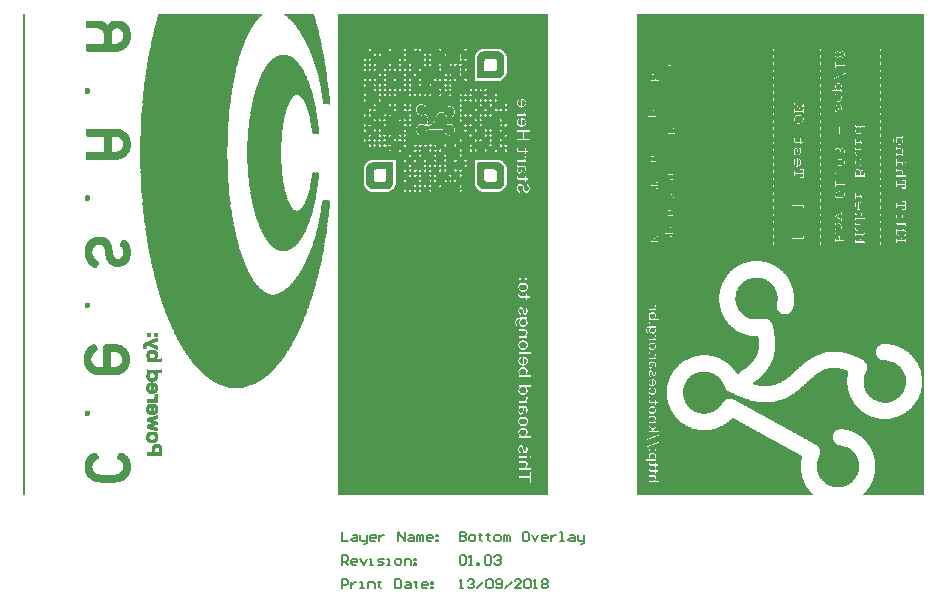
<source format=gbo>
%FSLAX25Y25*%
%MOIN*%
G70*
G01*
G75*
G04 Layer_Color=32896*
%ADD10R,0.04331X0.03937*%
%ADD11R,0.03740X0.03347*%
%ADD12R,0.05906X0.05906*%
%ADD13R,0.03543X0.03937*%
%ADD14C,0.01000*%
%ADD15C,0.03937*%
%ADD16C,0.01969*%
%ADD17C,0.01181*%
%ADD18C,0.00787*%
%ADD19C,0.05000*%
%ADD20C,0.05906*%
%ADD21R,0.05906X0.05906*%
%ADD22R,0.04724X0.04724*%
%ADD23C,0.04724*%
%ADD24R,0.04724X0.04724*%
%ADD25C,0.03543*%
%ADD26C,0.19685*%
%ADD27C,0.00984*%
%ADD28C,0.00197*%
%ADD29C,0.00591*%
%ADD30R,0.00984X0.05512*%
%ADD31R,0.05131X0.04737*%
%ADD32R,0.04540X0.04147*%
%ADD33R,0.06706X0.06706*%
%ADD34R,0.04343X0.04737*%
%ADD35C,0.05800*%
%ADD36C,0.06706*%
%ADD37R,0.06706X0.06706*%
%ADD38R,0.05524X0.05524*%
%ADD39C,0.05524*%
%ADD40R,0.05524X0.05524*%
%ADD41C,0.20485*%
%ADD42C,0.00100*%
D18*
X106299Y-12599D02*
Y-15748D01*
X108398D01*
X109973Y-13649D02*
X111022D01*
X111547Y-14174D01*
Y-15748D01*
X109973D01*
X109448Y-15223D01*
X109973Y-14698D01*
X111547D01*
X112596Y-13649D02*
Y-15223D01*
X113121Y-15748D01*
X114696D01*
Y-16273D01*
X114171Y-16798D01*
X113646D01*
X114696Y-15748D02*
Y-13649D01*
X117319Y-15748D02*
X116270D01*
X115745Y-15223D01*
Y-14174D01*
X116270Y-13649D01*
X117319D01*
X117844Y-14174D01*
Y-14698D01*
X115745D01*
X118894Y-13649D02*
Y-15748D01*
Y-14698D01*
X119418Y-14174D01*
X119943Y-13649D01*
X120468D01*
X125191Y-15748D02*
Y-12599D01*
X127290Y-15748D01*
Y-12599D01*
X128864Y-13649D02*
X129914D01*
X130438Y-14174D01*
Y-15748D01*
X128864D01*
X128339Y-15223D01*
X128864Y-14698D01*
X130438D01*
X131488Y-15748D02*
Y-13649D01*
X132013D01*
X132537Y-14174D01*
Y-15748D01*
Y-14174D01*
X133062Y-13649D01*
X133587Y-14174D01*
Y-15748D01*
X136211D02*
X135161D01*
X134636Y-15223D01*
Y-14174D01*
X135161Y-13649D01*
X136211D01*
X136736Y-14174D01*
Y-14698D01*
X134636D01*
X137785Y-13649D02*
X138310D01*
Y-14174D01*
X137785D01*
Y-13649D01*
Y-15223D02*
X138310D01*
Y-15748D01*
X137785D01*
Y-15223D01*
X106299Y-23622D02*
Y-20473D01*
X107873D01*
X108398Y-20998D01*
Y-22048D01*
X107873Y-22572D01*
X106299D01*
X107349D02*
X108398Y-23622D01*
X111022D02*
X109973D01*
X109448Y-23097D01*
Y-22048D01*
X109973Y-21523D01*
X111022D01*
X111547Y-22048D01*
Y-22572D01*
X109448D01*
X112596Y-21523D02*
X113646Y-23622D01*
X114696Y-21523D01*
X115745Y-23622D02*
X116795D01*
X116270D01*
Y-21523D01*
X115745D01*
X118369Y-23622D02*
X119943D01*
X120468Y-23097D01*
X119943Y-22572D01*
X118894D01*
X118369Y-22048D01*
X118894Y-21523D01*
X120468D01*
X121517Y-23622D02*
X122567D01*
X122042D01*
Y-21523D01*
X121517D01*
X124666Y-23622D02*
X125715D01*
X126240Y-23097D01*
Y-22048D01*
X125715Y-21523D01*
X124666D01*
X124141Y-22048D01*
Y-23097D01*
X124666Y-23622D01*
X127290D02*
Y-21523D01*
X128864D01*
X129389Y-22048D01*
Y-23622D01*
X130438Y-21523D02*
X130963D01*
Y-22048D01*
X130438D01*
Y-21523D01*
Y-23097D02*
X130963D01*
Y-23622D01*
X130438D01*
Y-23097D01*
X106299Y-31496D02*
Y-28348D01*
X107873D01*
X108398Y-28872D01*
Y-29922D01*
X107873Y-30446D01*
X106299D01*
X109448Y-29397D02*
Y-31496D01*
Y-30446D01*
X109973Y-29922D01*
X110497Y-29397D01*
X111022D01*
X112596Y-31496D02*
X113646D01*
X113121D01*
Y-29397D01*
X112596D01*
X115220Y-31496D02*
Y-29397D01*
X116795D01*
X117319Y-29922D01*
Y-31496D01*
X118894Y-28872D02*
Y-29397D01*
X118369D01*
X119418D01*
X118894D01*
Y-30971D01*
X119418Y-31496D01*
X124141Y-28348D02*
Y-31496D01*
X125715D01*
X126240Y-30971D01*
Y-28872D01*
X125715Y-28348D01*
X124141D01*
X127815Y-29397D02*
X128864D01*
X129389Y-29922D01*
Y-31496D01*
X127815D01*
X127290Y-30971D01*
X127815Y-30446D01*
X129389D01*
X130963Y-28872D02*
Y-29397D01*
X130438D01*
X131488D01*
X130963D01*
Y-30971D01*
X131488Y-31496D01*
X134636D02*
X133587D01*
X133062Y-30971D01*
Y-29922D01*
X133587Y-29397D01*
X134636D01*
X135161Y-29922D01*
Y-30446D01*
X133062D01*
X136211Y-29397D02*
X136736D01*
Y-29922D01*
X136211D01*
Y-29397D01*
Y-30971D02*
X136736D01*
Y-31496D01*
X136211D01*
Y-30971D01*
X145669Y-31496D02*
X146719D01*
X146194D01*
Y-28348D01*
X145669Y-28872D01*
X148293D02*
X148818Y-28348D01*
X149867D01*
X150392Y-28872D01*
Y-29397D01*
X149867Y-29922D01*
X149343D01*
X149867D01*
X150392Y-30446D01*
Y-30971D01*
X149867Y-31496D01*
X148818D01*
X148293Y-30971D01*
X151442Y-31496D02*
X153541Y-29397D01*
X154590Y-28872D02*
X155115Y-28348D01*
X156165D01*
X156689Y-28872D01*
Y-30971D01*
X156165Y-31496D01*
X155115D01*
X154590Y-30971D01*
Y-28872D01*
X157739Y-30971D02*
X158264Y-31496D01*
X159313D01*
X159838Y-30971D01*
Y-28872D01*
X159313Y-28348D01*
X158264D01*
X157739Y-28872D01*
Y-29397D01*
X158264Y-29922D01*
X159838D01*
X160888Y-31496D02*
X162987Y-29397D01*
X166135Y-31496D02*
X164036D01*
X166135Y-29397D01*
Y-28872D01*
X165610Y-28348D01*
X164561D01*
X164036Y-28872D01*
X167185D02*
X167709Y-28348D01*
X168759D01*
X169284Y-28872D01*
Y-30971D01*
X168759Y-31496D01*
X167709D01*
X167185Y-30971D01*
Y-28872D01*
X170333Y-31496D02*
X171383D01*
X170858D01*
Y-28348D01*
X170333Y-28872D01*
X172957D02*
X173482Y-28348D01*
X174531D01*
X175056Y-28872D01*
Y-29397D01*
X174531Y-29922D01*
X175056Y-30446D01*
Y-30971D01*
X174531Y-31496D01*
X173482D01*
X172957Y-30971D01*
Y-30446D01*
X173482Y-29922D01*
X172957Y-29397D01*
Y-28872D01*
X173482Y-29922D02*
X174531D01*
X145669Y-20998D02*
X146194Y-20473D01*
X147244D01*
X147768Y-20998D01*
Y-23097D01*
X147244Y-23622D01*
X146194D01*
X145669Y-23097D01*
Y-20998D01*
X148818Y-23622D02*
X149867D01*
X149343D01*
Y-20473D01*
X148818Y-20998D01*
X151442Y-23622D02*
Y-23097D01*
X151967D01*
Y-23622D01*
X151442D01*
X154066Y-20998D02*
X154590Y-20473D01*
X155640D01*
X156165Y-20998D01*
Y-23097D01*
X155640Y-23622D01*
X154590D01*
X154066Y-23097D01*
Y-20998D01*
X157214D02*
X157739Y-20473D01*
X158788D01*
X159313Y-20998D01*
Y-21523D01*
X158788Y-22048D01*
X158264D01*
X158788D01*
X159313Y-22572D01*
Y-23097D01*
X158788Y-23622D01*
X157739D01*
X157214Y-23097D01*
X145669Y-12599D02*
Y-15748D01*
X147244D01*
X147768Y-15223D01*
Y-14698D01*
X147244Y-14174D01*
X145669D01*
X147244D01*
X147768Y-13649D01*
Y-13124D01*
X147244Y-12599D01*
X145669D01*
X149343Y-15748D02*
X150392D01*
X150917Y-15223D01*
Y-14174D01*
X150392Y-13649D01*
X149343D01*
X148818Y-14174D01*
Y-15223D01*
X149343Y-15748D01*
X152491Y-13124D02*
Y-13649D01*
X151967D01*
X153016D01*
X152491D01*
Y-15223D01*
X153016Y-15748D01*
X155115Y-13124D02*
Y-13649D01*
X154590D01*
X155640D01*
X155115D01*
Y-15223D01*
X155640Y-15748D01*
X157739D02*
X158788D01*
X159313Y-15223D01*
Y-14174D01*
X158788Y-13649D01*
X157739D01*
X157214Y-14174D01*
Y-15223D01*
X157739Y-15748D01*
X160363D02*
Y-13649D01*
X160888D01*
X161412Y-14174D01*
Y-15748D01*
Y-14174D01*
X161937Y-13649D01*
X162462Y-14174D01*
Y-15748D01*
X168234Y-12599D02*
X167185D01*
X166660Y-13124D01*
Y-15223D01*
X167185Y-15748D01*
X168234D01*
X168759Y-15223D01*
Y-13124D01*
X168234Y-12599D01*
X169808Y-13649D02*
X170858Y-15748D01*
X171907Y-13649D01*
X174531Y-15748D02*
X173482D01*
X172957Y-15223D01*
Y-14174D01*
X173482Y-13649D01*
X174531D01*
X175056Y-14174D01*
Y-14698D01*
X172957D01*
X176106Y-13649D02*
Y-15748D01*
Y-14698D01*
X176630Y-14174D01*
X177155Y-13649D01*
X177680D01*
X179254Y-15748D02*
X180304D01*
X179779D01*
Y-12599D01*
X179254D01*
X182403Y-13649D02*
X183452D01*
X183977Y-14174D01*
Y-15748D01*
X182403D01*
X181878Y-15223D01*
X182403Y-14698D01*
X183977D01*
X185027Y-13649D02*
Y-15223D01*
X185551Y-15748D01*
X187126D01*
Y-16273D01*
X186601Y-16798D01*
X186076D01*
X187126Y-15748D02*
Y-13649D01*
D42*
X280200Y0D02*
X300000D01*
X204900D02*
X263100D01*
X105200D02*
X174900D01*
X0D02*
X300D01*
X280300Y100D02*
X300000D01*
X204900D02*
X263000D01*
X105200D02*
X174900D01*
X0D02*
X300D01*
X280400Y200D02*
X300000D01*
X204900D02*
X262900D01*
X105200D02*
X174900D01*
X0D02*
X300D01*
X280400Y300D02*
X300000D01*
X204900D02*
X262800D01*
X105200D02*
X174900D01*
X0D02*
X300D01*
X280500Y400D02*
X300000D01*
X204900D02*
X262600D01*
X105200D02*
X174900D01*
X0D02*
X300D01*
X280700Y500D02*
X300000D01*
X204900D02*
X262500D01*
X105200D02*
X174900D01*
X0D02*
X300D01*
X280700Y600D02*
X300000D01*
X204900D02*
X262400D01*
X105200D02*
X174900D01*
X0D02*
X300D01*
X280800Y700D02*
X300000D01*
X204900D02*
X262300D01*
X105200D02*
X174900D01*
X0D02*
X300D01*
X281000Y800D02*
X300000D01*
X204900D02*
X262300D01*
X105200D02*
X174900D01*
X0D02*
X300D01*
X281100Y900D02*
X300000D01*
X204900D02*
X262200D01*
X105200D02*
X174900D01*
X0D02*
X300D01*
X281200Y1000D02*
X300000D01*
X204900D02*
X262100D01*
X105200D02*
X174900D01*
X0D02*
X300D01*
X281300Y1100D02*
X300000D01*
X204900D02*
X262100D01*
X105200D02*
X174900D01*
X0D02*
X300D01*
X281400Y1200D02*
X300000D01*
X204900D02*
X261900D01*
X105200D02*
X174900D01*
X0D02*
X300D01*
X281400Y1300D02*
X300000D01*
X204900D02*
X261800D01*
X105200D02*
X174900D01*
X0D02*
X300D01*
X281500Y1400D02*
X300000D01*
X204900D02*
X261700D01*
X105200D02*
X174900D01*
X0D02*
X300D01*
X281500Y1500D02*
X300000D01*
X204900D02*
X261700D01*
X105200D02*
X174900D01*
X0D02*
X300D01*
X281600Y1600D02*
X300000D01*
X204900D02*
X261600D01*
X105200D02*
X174900D01*
X0D02*
X300D01*
X281600Y1700D02*
X300000D01*
X204900D02*
X261600D01*
X105200D02*
X174900D01*
X0D02*
X300D01*
X281800Y1800D02*
X300000D01*
X204900D02*
X261500D01*
X105200D02*
X174900D01*
X0D02*
X300D01*
X281900Y1900D02*
X300000D01*
X204900D02*
X261300D01*
X105200D02*
X174900D01*
X0D02*
X300D01*
X281900Y2000D02*
X300000D01*
X204900D02*
X261300D01*
X105200D02*
X174900D01*
X0D02*
X300D01*
X282000Y2100D02*
X300000D01*
X204900D02*
X261200D01*
X105200D02*
X174900D01*
X0D02*
X300D01*
X282100Y2200D02*
X300000D01*
X204900D02*
X261200D01*
X105200D02*
X174900D01*
X0D02*
X300D01*
X282200Y2300D02*
X300000D01*
X204900D02*
X261200D01*
X105200D02*
X174900D01*
X0D02*
X300D01*
X282300Y2400D02*
X300000D01*
X204900D02*
X261100D01*
X105200D02*
X174900D01*
X0D02*
X300D01*
X282300Y2500D02*
X300000D01*
X271900D02*
X272000D01*
X271200D02*
X271400D01*
X204900D02*
X260900D01*
X105200D02*
X174900D01*
X0D02*
X300D01*
X282400Y2600D02*
X300000D01*
X272400D02*
X272600D01*
X271000D02*
X272300D01*
X270800D02*
X270900D01*
X204900D02*
X260800D01*
X105200D02*
X174900D01*
X0D02*
X300D01*
X282400Y2700D02*
X300000D01*
X270100D02*
X273300D01*
X204900D02*
X260800D01*
X105200D02*
X174900D01*
X0D02*
X300D01*
X282500Y2800D02*
X300000D01*
X270000D02*
X273600D01*
X269700D02*
X269800D01*
X204900D02*
X260800D01*
X105200D02*
X174900D01*
X0D02*
X300D01*
X282500Y2900D02*
X300000D01*
X269600D02*
X273900D01*
X269300D02*
X269400D01*
X204900D02*
X260800D01*
X105200D02*
X174900D01*
X0D02*
X300D01*
X282600Y3000D02*
X300000D01*
X269200D02*
X274100D01*
X268900D02*
X269100D01*
X204900D02*
X260700D01*
X105200D02*
X174900D01*
X0D02*
X300D01*
X282600Y3100D02*
X300000D01*
X268700D02*
X274300D01*
X204900D02*
X260600D01*
X105200D02*
X174900D01*
X0D02*
X300D01*
X282700Y3200D02*
X300000D01*
X268500D02*
X274600D01*
X204900D02*
X260600D01*
X105200D02*
X174900D01*
X0D02*
X300D01*
X282700Y3300D02*
X300000D01*
X268300D02*
X274700D01*
X204900D02*
X260500D01*
X105200D02*
X174900D01*
X0D02*
X300D01*
X282800Y3400D02*
X300000D01*
X268200D02*
X275100D01*
X204900D02*
X260500D01*
X105200D02*
X174900D01*
X0D02*
X300D01*
X282900Y3500D02*
X300000D01*
X268000D02*
X275100D01*
X204900D02*
X260400D01*
X105200D02*
X174900D01*
X0D02*
X300D01*
X282900Y3600D02*
X300000D01*
X267800D02*
X275200D01*
X204900D02*
X260300D01*
X105200D02*
X174900D01*
X0D02*
X300D01*
X283000Y3700D02*
X300000D01*
X267600D02*
X275500D01*
X204900D02*
X260300D01*
X105200D02*
X174900D01*
X0D02*
X300D01*
X283000Y3800D02*
X300000D01*
X267600D02*
X275600D01*
X204900D02*
X260200D01*
X169600D02*
X174900D01*
X105200D02*
X168700D01*
X0D02*
X300D01*
X283100Y3900D02*
X300000D01*
X267500D02*
X275700D01*
X204900D02*
X260200D01*
X169600D02*
X174900D01*
X105200D02*
X168700D01*
X0D02*
X300D01*
X283100Y4000D02*
X300000D01*
X267300D02*
X275800D01*
X212100D02*
X260200D01*
X204900D02*
X208400D01*
X169600D02*
X174900D01*
X105200D02*
X168700D01*
X0D02*
X300D01*
X283200Y4100D02*
X300000D01*
X267300D02*
X276000D01*
X212100D02*
X260100D01*
X204900D02*
X208400D01*
X169600D02*
X174900D01*
X105200D02*
X168700D01*
X25700D02*
X30800D01*
X0D02*
X300D01*
X283200Y4200D02*
X300000D01*
X267200D02*
X276200D01*
X212100D02*
X260000D01*
X204900D02*
X208400D01*
X169500D02*
X174900D01*
X105200D02*
X168700D01*
X24600D02*
X31800D01*
X0D02*
X300D01*
X283200Y4300D02*
X300000D01*
X267000D02*
X276200D01*
X212100D02*
X260000D01*
X204900D02*
X208400D01*
X169500D02*
X174900D01*
X105200D02*
X168700D01*
X24300D02*
X32100D01*
X0D02*
X300D01*
X283200Y4400D02*
X300000D01*
X267000D02*
X276300D01*
X212100D02*
X260000D01*
X204900D02*
X208400D01*
X169500D02*
X174900D01*
X105200D02*
X168700D01*
X23900D02*
X32500D01*
X0D02*
X300D01*
X283300Y4500D02*
X300000D01*
X266900D02*
X276500D01*
X212100D02*
X260000D01*
X204900D02*
X208400D01*
X169500D02*
X174900D01*
X105200D02*
X168700D01*
X23700D02*
X32700D01*
X0D02*
X300D01*
X283300Y4600D02*
X300000D01*
X266700D02*
X276500D01*
X212100D02*
X259900D01*
X204900D02*
X208400D01*
X169500D02*
X174900D01*
X105200D02*
X168700D01*
X23400D02*
X33000D01*
X0D02*
X300D01*
X283400Y4700D02*
X300000D01*
X266500D02*
X276600D01*
X210700D02*
X259900D01*
X204900D02*
X210000D01*
X169500D02*
X174900D01*
X105200D02*
X168700D01*
X23300D02*
X33100D01*
X0D02*
X300D01*
X283400Y4800D02*
X300000D01*
X266400D02*
X276600D01*
X210800D02*
X259800D01*
X204900D02*
X210100D01*
X169500D02*
X174900D01*
X105200D02*
X168700D01*
X23100D02*
X33300D01*
X0D02*
X300D01*
X283500Y4900D02*
X300000D01*
X266400D02*
X276800D01*
X210900D02*
X259800D01*
X204900D02*
X210200D01*
X169500D02*
X174900D01*
X105200D02*
X168700D01*
X22900D02*
X33500D01*
X0D02*
X300D01*
X283500Y5000D02*
X300000D01*
X266300D02*
X276900D01*
X211000D02*
X259700D01*
X204900D02*
X210300D01*
X169500D02*
X174900D01*
X105200D02*
X168700D01*
X22800D02*
X33600D01*
X0D02*
X300D01*
X283500Y5100D02*
X300000D01*
X266300D02*
X276900D01*
X211000D02*
X259700D01*
X204900D02*
X210400D01*
X169500D02*
X174900D01*
X105200D02*
X168700D01*
X22700D02*
X33800D01*
X0D02*
X300D01*
X283500Y5200D02*
X300000D01*
X266200D02*
X277100D01*
X211000D02*
X259700D01*
X204900D02*
X210400D01*
X169500D02*
X174900D01*
X165300D02*
X168700D01*
X105200D02*
X165000D01*
X22500D02*
X33900D01*
X0D02*
X300D01*
X283600Y5300D02*
X300000D01*
X266100D02*
X277100D01*
X211100D02*
X259600D01*
X204900D02*
X210500D01*
X169500D02*
X174900D01*
X105200D02*
X165000D01*
X22400D02*
X34000D01*
X0D02*
X300D01*
X283700Y5400D02*
X300000D01*
X265900D02*
X277200D01*
X211100D02*
X259600D01*
X204900D02*
X210500D01*
X169500D02*
X174900D01*
X105200D02*
X165000D01*
X22300D02*
X34100D01*
X0D02*
X300D01*
X283700Y5500D02*
X300000D01*
X265900D02*
X277300D01*
X211100D02*
X259600D01*
X204900D02*
X210500D01*
X169500D02*
X174900D01*
X105200D02*
X165000D01*
X22200D02*
X34200D01*
X0D02*
X300D01*
X283800Y5600D02*
X300000D01*
X265800D02*
X277300D01*
X211100D02*
X259600D01*
X204900D02*
X210400D01*
X169500D02*
X174900D01*
X105200D02*
X165000D01*
X22100D02*
X34300D01*
X0D02*
X300D01*
X283800Y5700D02*
X300000D01*
X265800D02*
X277400D01*
X211100D02*
X259500D01*
X204900D02*
X210400D01*
X169500D02*
X174900D01*
X105200D02*
X165000D01*
X22000D02*
X34400D01*
X0D02*
X300D01*
X283800Y5800D02*
X300000D01*
X265800D02*
X277400D01*
X211100D02*
X259500D01*
X209000D02*
X210000D01*
X204900D02*
X208400D01*
X169500D02*
X174900D01*
X105200D02*
X165000D01*
X21900D02*
X34500D01*
X0D02*
X300D01*
X283800Y5900D02*
X300000D01*
X265800D02*
X277500D01*
X211100D02*
X259500D01*
X204900D02*
X208400D01*
X169500D02*
X174900D01*
X105200D02*
X165000D01*
X21800D02*
X34600D01*
X0D02*
X300D01*
X283800Y6000D02*
X300000D01*
X265600D02*
X277500D01*
X211000D02*
X259400D01*
X204900D02*
X208400D01*
X169500D02*
X174900D01*
X105200D02*
X165000D01*
X21700D02*
X34700D01*
X0D02*
X300D01*
X283800Y6100D02*
X300000D01*
X265600D02*
X277600D01*
X211000D02*
X259400D01*
X204900D02*
X208400D01*
X169500D02*
X174900D01*
X105200D02*
X165000D01*
X21600D02*
X34800D01*
X0D02*
X300D01*
X283800Y6200D02*
X300000D01*
X265500D02*
X277600D01*
X210900D02*
X259400D01*
X204900D02*
X208400D01*
X169500D02*
X174900D01*
X105200D02*
X168700D01*
X21600D02*
X34900D01*
X0D02*
X300D01*
X283900Y6300D02*
X300000D01*
X265500D02*
X277700D01*
X210800D02*
X259400D01*
X204900D02*
X208400D01*
X169500D02*
X174900D01*
X105200D02*
X168700D01*
X21500D02*
X34900D01*
X0D02*
X300D01*
X283900Y6400D02*
X300000D01*
X265400D02*
X277700D01*
X210700D02*
X259300D01*
X204900D02*
X208400D01*
X169500D02*
X174900D01*
X105200D02*
X168700D01*
X21400D02*
X35000D01*
X0D02*
X300D01*
X283900Y6500D02*
X300000D01*
X265400D02*
X277800D01*
X210400D02*
X259300D01*
X204900D02*
X208400D01*
X169500D02*
X174900D01*
X105200D02*
X168700D01*
X31100D02*
X35100D01*
X21400D02*
X25300D01*
X0D02*
X300D01*
X283900Y6600D02*
X300000D01*
X265300D02*
X277900D01*
X204900D02*
X259300D01*
X169500D02*
X174900D01*
X105200D02*
X168700D01*
X31400D02*
X35100D01*
X21300D02*
X25000D01*
X0D02*
X300D01*
X284000Y6700D02*
X300000D01*
X265200D02*
X277900D01*
X204900D02*
X259200D01*
X169500D02*
X174900D01*
X105200D02*
X168700D01*
X31800D02*
X35200D01*
X21300D02*
X24600D01*
X0D02*
X300D01*
X284000Y6800D02*
X300000D01*
X265200D02*
X278000D01*
X204900D02*
X259300D01*
X169500D02*
X174900D01*
X105200D02*
X168700D01*
X32000D02*
X35200D01*
X21200D02*
X24400D01*
X0D02*
X300D01*
X284100Y6900D02*
X300000D01*
X265200D02*
X278000D01*
X211100D02*
X259300D01*
X204900D02*
X210500D01*
X169500D02*
X174900D01*
X105200D02*
X168700D01*
X32200D02*
X35300D01*
X21100D02*
X24200D01*
X0D02*
X300D01*
X284100Y7000D02*
X300000D01*
X265100D02*
X278000D01*
X211100D02*
X259200D01*
X204900D02*
X210500D01*
X169500D02*
X174900D01*
X105200D02*
X168700D01*
X32400D02*
X35300D01*
X21100D02*
X24100D01*
X0D02*
X300D01*
X284100Y7100D02*
X300000D01*
X265100D02*
X278000D01*
X211100D02*
X259200D01*
X204900D02*
X210500D01*
X169500D02*
X174900D01*
X105200D02*
X168700D01*
X32500D02*
X35400D01*
X21100D02*
X23900D01*
X0D02*
X300D01*
X284000Y7200D02*
X300000D01*
X265100D02*
X278100D01*
X211100D02*
X259200D01*
X204900D02*
X210500D01*
X169500D02*
X174900D01*
X105200D02*
X168700D01*
X32600D02*
X35400D01*
X21000D02*
X23800D01*
X0D02*
X300D01*
X284000Y7300D02*
X300000D01*
X265100D02*
X278100D01*
X211100D02*
X259200D01*
X204900D02*
X210500D01*
X169500D02*
X174900D01*
X105200D02*
X168700D01*
X32700D02*
X35500D01*
X21000D02*
X23700D01*
X0D02*
X300D01*
X284100Y7400D02*
X300000D01*
X265000D02*
X278200D01*
X211100D02*
X259100D01*
X204900D02*
X210500D01*
X169500D02*
X174900D01*
X105200D02*
X168700D01*
X32800D02*
X35500D01*
X20900D02*
X23600D01*
X0D02*
X300D01*
X284100Y7500D02*
X300000D01*
X265000D02*
X278100D01*
X211800D02*
X259100D01*
X204900D02*
X208800D01*
X169600D02*
X174900D01*
X105200D02*
X168700D01*
X32900D02*
X35500D01*
X20900D02*
X23500D01*
X0D02*
X300D01*
X284100Y7600D02*
X300000D01*
X265000D02*
X278200D01*
X211800D02*
X259100D01*
X204900D02*
X208600D01*
X169600D02*
X174900D01*
X105200D02*
X168700D01*
X33000D02*
X35500D01*
X20900D02*
X23400D01*
X0D02*
X300D01*
X284200Y7700D02*
X300000D01*
X264900D02*
X278200D01*
X211800D02*
X259000D01*
X204900D02*
X208500D01*
X105200D02*
X174900D01*
X33100D02*
X35600D01*
X20900D02*
X23300D01*
X0D02*
X300D01*
X284200Y7800D02*
X300000D01*
X264900D02*
X278300D01*
X211800D02*
X259100D01*
X204900D02*
X208500D01*
X105200D02*
X174900D01*
X33100D02*
X35600D01*
X20800D02*
X23300D01*
X0D02*
X300D01*
X284300Y7900D02*
X300000D01*
X264900D02*
X278300D01*
X211800D02*
X259100D01*
X204900D02*
X208400D01*
X105200D02*
X174900D01*
X33200D02*
X35600D01*
X20800D02*
X23200D01*
X0D02*
X300D01*
X284200Y8000D02*
X300000D01*
X264900D02*
X278300D01*
X211800D02*
X259100D01*
X204900D02*
X208400D01*
X105200D02*
X174900D01*
X33300D02*
X35700D01*
X20800D02*
X23200D01*
X0D02*
X300D01*
X284200Y8100D02*
X300000D01*
X264800D02*
X278300D01*
X211800D02*
X259100D01*
X204900D02*
X208400D01*
X169500D02*
X174900D01*
X165300D02*
X169200D01*
X105200D02*
X165000D01*
X33300D02*
X35700D01*
X20700D02*
X23100D01*
X0D02*
X300D01*
X284200Y8200D02*
X300000D01*
X264800D02*
X278400D01*
X211100D02*
X259000D01*
X209100D02*
X210500D01*
X204900D02*
X208400D01*
X169500D02*
X174900D01*
X105200D02*
X165000D01*
X33300D02*
X35700D01*
X20700D02*
X23100D01*
X0D02*
X300D01*
X284200Y8300D02*
X300000D01*
X264900D02*
X278400D01*
X211100D02*
X259000D01*
X209000D02*
X210500D01*
X204900D02*
X208400D01*
X169500D02*
X174900D01*
X105200D02*
X165000D01*
X33400D02*
X35700D01*
X20700D02*
X23000D01*
X0D02*
X300D01*
X284200Y8400D02*
X300000D01*
X264800D02*
X278500D01*
X211100D02*
X259000D01*
X209000D02*
X210500D01*
X204900D02*
X208400D01*
X169500D02*
X174900D01*
X105200D02*
X165000D01*
X33400D02*
X35700D01*
X20700D02*
X23000D01*
X0D02*
X300D01*
X284200Y8500D02*
X300000D01*
X264800D02*
X278400D01*
X211100D02*
X259000D01*
X209000D02*
X210500D01*
X204900D02*
X208400D01*
X169500D02*
X174900D01*
X105200D02*
X165000D01*
X33400D02*
X35700D01*
X20700D02*
X23000D01*
X0D02*
X300D01*
X284300Y8600D02*
X300000D01*
X264800D02*
X278400D01*
X211100D02*
X259000D01*
X209000D02*
X210500D01*
X204900D02*
X208400D01*
X169500D02*
X174900D01*
X105200D02*
X165000D01*
X33500D02*
X35700D01*
X20700D02*
X23000D01*
X0D02*
X300D01*
X284300Y8700D02*
X300000D01*
X264700D02*
X278400D01*
X211100D02*
X259000D01*
X209000D02*
X210500D01*
X204900D02*
X208500D01*
X169500D02*
X174900D01*
X105200D02*
X165000D01*
X33500D02*
X35700D01*
X20700D02*
X22900D01*
X0D02*
X300D01*
X284200Y8800D02*
X300000D01*
X264700D02*
X278400D01*
X208900D02*
X259000D01*
X204900D02*
X208500D01*
X169500D02*
X174900D01*
X105200D02*
X165000D01*
X33500D02*
X35700D01*
X20700D02*
X22900D01*
X0D02*
X300D01*
X284200Y8900D02*
X300000D01*
X264700D02*
X278500D01*
X211100D02*
X259000D01*
X204900D02*
X210500D01*
X169500D02*
X174900D01*
X105200D02*
X165000D01*
X33500D02*
X35700D01*
X20700D02*
X22900D01*
X0D02*
X300D01*
X284200Y9000D02*
X300000D01*
X264700D02*
X278400D01*
X211100D02*
X259000D01*
X204900D02*
X210500D01*
X169500D02*
X174900D01*
X167800D02*
X169300D01*
X165300D02*
X166900D01*
X105200D02*
X165000D01*
X33500D02*
X35700D01*
X20700D02*
X22900D01*
X0D02*
X300D01*
X284200Y9100D02*
X300000D01*
X264700D02*
X278500D01*
X211100D02*
X259000D01*
X204900D02*
X210500D01*
X167900D02*
X174900D01*
X105200D02*
X167000D01*
X33500D02*
X35700D01*
X20700D02*
X22900D01*
X0D02*
X300D01*
X284200Y9200D02*
X300000D01*
X264700D02*
X278500D01*
X211100D02*
X259000D01*
X204900D02*
X210500D01*
X168000D02*
X174900D01*
X105200D02*
X167200D01*
X33500D02*
X35700D01*
X20700D02*
X22900D01*
X0D02*
X300D01*
X284300Y9300D02*
X300000D01*
X264700D02*
X278500D01*
X211100D02*
X259000D01*
X204900D02*
X210500D01*
X168100D02*
X174900D01*
X105200D02*
X167300D01*
X33500D02*
X35700D01*
X20700D02*
X22900D01*
X0D02*
X300D01*
X284300Y9400D02*
X300000D01*
X264700D02*
X278500D01*
X211100D02*
X259000D01*
X204900D02*
X210500D01*
X168100D02*
X174900D01*
X105200D02*
X167400D01*
X33500D02*
X35700D01*
X20700D02*
X22900D01*
X0D02*
X300D01*
X284300Y9500D02*
X300000D01*
X264700D02*
X278500D01*
X211800D02*
X259000D01*
X204900D02*
X208800D01*
X168200D02*
X174900D01*
X105200D02*
X167400D01*
X33500D02*
X35700D01*
X20700D02*
X22900D01*
X0D02*
X300D01*
X284300Y9600D02*
X300000D01*
X264700D02*
X278400D01*
X211800D02*
X259000D01*
X204900D02*
X208600D01*
X168200D02*
X174900D01*
X105200D02*
X167500D01*
X33500D02*
X35700D01*
X20700D02*
X22900D01*
X0D02*
X300D01*
X284200Y9700D02*
X300000D01*
X264700D02*
X278400D01*
X211800D02*
X259000D01*
X204900D02*
X208500D01*
X168200D02*
X174900D01*
X105200D02*
X167500D01*
X33500D02*
X35700D01*
X20700D02*
X23000D01*
X0D02*
X300D01*
X284200Y9800D02*
X300000D01*
X264700D02*
X278500D01*
X211800D02*
X259000D01*
X204900D02*
X208500D01*
X168300D02*
X174900D01*
X105200D02*
X167500D01*
X33500D02*
X35700D01*
X20700D02*
X23000D01*
X0D02*
X300D01*
X284200Y9900D02*
X300000D01*
X264700D02*
X278500D01*
X211800D02*
X259000D01*
X204900D02*
X208400D01*
X168300D02*
X174900D01*
X105200D02*
X167500D01*
X33400D02*
X35700D01*
X20700D02*
X23000D01*
X0D02*
X300D01*
X284200Y10000D02*
X300000D01*
X264800D02*
X278500D01*
X211800D02*
X259000D01*
X204900D02*
X208400D01*
X168300D02*
X174900D01*
X105200D02*
X167500D01*
X33400D02*
X35700D01*
X20700D02*
X23000D01*
X0D02*
X300D01*
X284200Y10100D02*
X300000D01*
X264800D02*
X278500D01*
X211800D02*
X259000D01*
X204900D02*
X208400D01*
X168300D02*
X174900D01*
X105200D02*
X167500D01*
X33400D02*
X35700D01*
X20700D02*
X23000D01*
X0D02*
X300D01*
X284200Y10200D02*
X300000D01*
X264800D02*
X278400D01*
X211100D02*
X259000D01*
X209100D02*
X210500D01*
X204900D02*
X208400D01*
X168300D02*
X174900D01*
X105200D02*
X167400D01*
X33400D02*
X35700D01*
X20800D02*
X23100D01*
X0D02*
X300D01*
X284200Y10300D02*
X300000D01*
X264800D02*
X278400D01*
X211100D02*
X259000D01*
X209000D02*
X210500D01*
X204900D02*
X208400D01*
X168300D02*
X174900D01*
X105200D02*
X167300D01*
X33300D02*
X35700D01*
X20800D02*
X23100D01*
X0D02*
X300D01*
X284200Y10400D02*
X300000D01*
X264800D02*
X278400D01*
X211100D02*
X259000D01*
X209000D02*
X210500D01*
X204900D02*
X208400D01*
X168300D02*
X174900D01*
X105200D02*
X165000D01*
X33300D02*
X35700D01*
X20800D02*
X23200D01*
X0D02*
X300D01*
X284200Y10500D02*
X300000D01*
X264800D02*
X278400D01*
X211100D02*
X259000D01*
X209000D02*
X210500D01*
X204900D02*
X208400D01*
X168200D02*
X174900D01*
X105200D02*
X165000D01*
X33200D02*
X35600D01*
X20900D02*
X23200D01*
X0D02*
X300D01*
X284200Y10600D02*
X300000D01*
X264800D02*
X278400D01*
X211100D02*
X259100D01*
X209000D02*
X210500D01*
X204900D02*
X208400D01*
X168200D02*
X174900D01*
X105200D02*
X165000D01*
X33100D02*
X35600D01*
X20900D02*
X23300D01*
X0D02*
X300D01*
X284200Y10700D02*
X300000D01*
X264800D02*
X278400D01*
X211100D02*
X259100D01*
X209000D02*
X210500D01*
X204900D02*
X208500D01*
X168200D02*
X174900D01*
X105200D02*
X165000D01*
X33100D02*
X35600D01*
X20900D02*
X23400D01*
X0D02*
X300D01*
X284200Y10800D02*
X300000D01*
X264800D02*
X278300D01*
X208900D02*
X259100D01*
X204900D02*
X208500D01*
X168100D02*
X174900D01*
X105200D02*
X165000D01*
X33000D02*
X35600D01*
X20900D02*
X23400D01*
X0D02*
X300D01*
X284100Y10900D02*
X300000D01*
X264900D02*
X278300D01*
X204900D02*
X259100D01*
X168000D02*
X174900D01*
X105200D02*
X165000D01*
X32900D02*
X35500D01*
X20900D02*
X23500D01*
X0D02*
X300D01*
X284100Y11000D02*
X300000D01*
X265000D02*
X278300D01*
X204900D02*
X259100D01*
X167900D02*
X174900D01*
X105200D02*
X165000D01*
X32800D02*
X35500D01*
X21000D02*
X23600D01*
X0D02*
X300D01*
X284100Y11100D02*
X300000D01*
X265000D02*
X278300D01*
X204900D02*
X259100D01*
X167800D02*
X174900D01*
X105200D02*
X165000D01*
X32800D02*
X35500D01*
X21000D02*
X23700D01*
X0D02*
X300D01*
X284100Y11200D02*
X300000D01*
X265100D02*
X278200D01*
X211100D02*
X259100D01*
X204900D02*
X207600D01*
X167600D02*
X174900D01*
X105200D02*
X165000D01*
X32600D02*
X35400D01*
X21100D02*
X23800D01*
X0D02*
X300D01*
X284100Y11300D02*
X300000D01*
X265100D02*
X278200D01*
X211100D02*
X259100D01*
X204900D02*
X207600D01*
X105200D02*
X174900D01*
X32500D02*
X35400D01*
X21100D02*
X24000D01*
X0D02*
X300D01*
X284100Y11400D02*
X300000D01*
X265100D02*
X278200D01*
X211100D02*
X259100D01*
X204900D02*
X207600D01*
X105200D02*
X174900D01*
X32400D02*
X35300D01*
X21100D02*
X24100D01*
X0D02*
X300D01*
X284000Y11500D02*
X300000D01*
X265100D02*
X278100D01*
X211100D02*
X259200D01*
X204900D02*
X207600D01*
X105200D02*
X174900D01*
X32300D02*
X35300D01*
X21200D02*
X24200D01*
X0D02*
X300D01*
X284000Y11600D02*
X300000D01*
X265200D02*
X278100D01*
X211100D02*
X259200D01*
X204900D02*
X207600D01*
X105200D02*
X174900D01*
X32100D02*
X35300D01*
X21300D02*
X24400D01*
X0D02*
X300D01*
X284000Y11700D02*
X300000D01*
X265100D02*
X278100D01*
X211100D02*
X259300D01*
X204900D02*
X207600D01*
X105200D02*
X174900D01*
X31900D02*
X35200D01*
X21300D02*
X24500D01*
X0D02*
X300D01*
X284000Y11800D02*
X300000D01*
X265100D02*
X278000D01*
X211100D02*
X259300D01*
X204900D02*
X207600D01*
X105200D02*
X174900D01*
X31700D02*
X35100D01*
X21300D02*
X24600D01*
X0D02*
X300D01*
X283900Y11900D02*
X300000D01*
X265200D02*
X278000D01*
X210800D02*
X259300D01*
X209500D02*
X210000D01*
X204900D02*
X208700D01*
X105200D02*
X174900D01*
X31600D02*
X35100D01*
X21400D02*
X24800D01*
X0D02*
X300D01*
X283900Y12000D02*
X300000D01*
X265200D02*
X278000D01*
X210900D02*
X259300D01*
X209300D02*
X210200D01*
X204900D02*
X208600D01*
X169500D02*
X174900D01*
X168200D02*
X168800D01*
X165300D02*
X167900D01*
X105200D02*
X165000D01*
X31500D02*
X35000D01*
X21500D02*
X24900D01*
X0D02*
X300D01*
X283900Y12100D02*
X300000D01*
X265300D02*
X277900D01*
X210900D02*
X259300D01*
X209200D02*
X210300D01*
X204900D02*
X208600D01*
X169500D02*
X174900D01*
X168200D02*
X168700D01*
X105200D02*
X165000D01*
X31400D02*
X35000D01*
X21500D02*
X25000D01*
X0D02*
X300D01*
X283900Y12200D02*
X300000D01*
X265400D02*
X277800D01*
X211000D02*
X259300D01*
X209100D02*
X210400D01*
X204900D02*
X208500D01*
X169500D02*
X174900D01*
X168200D02*
X168700D01*
X105200D02*
X165000D01*
X31400D02*
X34900D01*
X21600D02*
X25000D01*
X0D02*
X300D01*
X283900Y12300D02*
X300000D01*
X265400D02*
X277900D01*
X211000D02*
X259400D01*
X209000D02*
X210500D01*
X204900D02*
X208500D01*
X169500D02*
X174900D01*
X168200D02*
X168700D01*
X105200D02*
X165000D01*
X31400D02*
X34800D01*
X21600D02*
X25000D01*
X0D02*
X300D01*
X283900Y12400D02*
X300000D01*
X265500D02*
X277800D01*
X211100D02*
X259300D01*
X209000D02*
X210500D01*
X204900D02*
X208400D01*
X169500D02*
X174900D01*
X168200D02*
X168700D01*
X105200D02*
X165000D01*
X31400D02*
X34700D01*
X21700D02*
X25000D01*
X0D02*
X300D01*
X283800Y12500D02*
X300000D01*
X265500D02*
X277800D01*
X211100D02*
X259300D01*
X209000D02*
X210500D01*
X204900D02*
X208400D01*
X169500D02*
X174900D01*
X168200D02*
X168700D01*
X105200D02*
X165000D01*
X31400D02*
X34700D01*
X21800D02*
X25000D01*
X0D02*
X300D01*
X283800Y12600D02*
X300000D01*
X265400D02*
X277700D01*
X211100D02*
X259400D01*
X209000D02*
X210500D01*
X204900D02*
X208400D01*
X169500D02*
X174900D01*
X168200D02*
X168700D01*
X105200D02*
X165000D01*
X31500D02*
X34600D01*
X21900D02*
X25000D01*
X0D02*
X300D01*
X283800Y12700D02*
X300000D01*
X265500D02*
X277700D01*
X211100D02*
X259400D01*
X209000D02*
X210500D01*
X204900D02*
X208400D01*
X169500D02*
X174900D01*
X168200D02*
X168700D01*
X105200D02*
X165000D01*
X31500D02*
X34400D01*
X22000D02*
X25000D01*
X0D02*
X300D01*
X283700Y12800D02*
X300000D01*
X265600D02*
X277600D01*
X211100D02*
X259300D01*
X209000D02*
X210500D01*
X204900D02*
X208400D01*
X169500D02*
X174900D01*
X168200D02*
X168700D01*
X105200D02*
X165000D01*
X31600D02*
X34300D01*
X22000D02*
X24900D01*
X0D02*
X300D01*
X283700Y12900D02*
X300000D01*
X265600D02*
X277600D01*
X211100D02*
X259100D01*
X209000D02*
X210500D01*
X204900D02*
X208400D01*
X169500D02*
X174900D01*
X168200D02*
X168700D01*
X165600D02*
X167600D01*
X105200D02*
X165000D01*
X31700D02*
X34200D01*
X22200D02*
X24800D01*
X0D02*
X300D01*
X283700Y13000D02*
X300000D01*
X265700D02*
X277400D01*
X211100D02*
X258900D01*
X209100D02*
X210400D01*
X204900D02*
X208400D01*
X105200D02*
X174900D01*
X41300D02*
X46200D01*
X31700D02*
X34100D01*
X22200D02*
X24700D01*
X0D02*
X300D01*
X283700Y13100D02*
X300000D01*
X265700D02*
X277300D01*
X211100D02*
X258700D01*
X209200D02*
X210300D01*
X204900D02*
X208400D01*
X105200D02*
X174900D01*
X41300D02*
X46200D01*
X31800D02*
X34000D01*
X22400D02*
X24700D01*
X0D02*
X300D01*
X283600Y13200D02*
X300000D01*
X265800D02*
X277300D01*
X211000D02*
X258600D01*
X209300D02*
X210200D01*
X204900D02*
X208500D01*
X105200D02*
X174900D01*
X41300D02*
X46200D01*
X31800D02*
X33900D01*
X22500D02*
X24600D01*
X0D02*
X300D01*
X283600Y13300D02*
X300000D01*
X265800D02*
X277300D01*
X211000D02*
X258400D01*
X204900D02*
X208500D01*
X105200D02*
X174900D01*
X41300D02*
X46200D01*
X31900D02*
X33700D01*
X22600D02*
X24500D01*
X0D02*
X300D01*
X283600Y13400D02*
X300000D01*
X265900D02*
X277200D01*
X211000D02*
X258200D01*
X204900D02*
X208600D01*
X105200D02*
X174900D01*
X41300D02*
X46200D01*
X32000D02*
X33600D01*
X22800D02*
X24400D01*
X0D02*
X300D01*
X283500Y13500D02*
X300000D01*
X265900D02*
X277200D01*
X210900D02*
X258000D01*
X204900D02*
X208600D01*
X165900D02*
X174900D01*
X105200D02*
X165700D01*
X41300D02*
X46200D01*
X32100D02*
X33400D01*
X23000D02*
X24400D01*
X0D02*
X300D01*
X283500Y13600D02*
X300000D01*
X265900D02*
X277000D01*
X210800D02*
X257800D01*
X204900D02*
X208700D01*
X167500D02*
X174900D01*
X166000D02*
X167100D01*
X105200D02*
X165500D01*
X41300D02*
X46200D01*
X32200D02*
X33200D01*
X23100D02*
X24300D01*
X0D02*
X300D01*
X283400Y13700D02*
X300000D01*
X265900D02*
X276800D01*
X210700D02*
X257600D01*
X204900D02*
X208800D01*
X167800D02*
X174900D01*
X166000D02*
X166900D01*
X105200D02*
X165400D01*
X41300D02*
X46200D01*
X32300D02*
X33000D01*
X23400D02*
X24200D01*
X0D02*
X300D01*
X283400Y13800D02*
X300000D01*
X265900D02*
X276800D01*
X210600D02*
X257500D01*
X204900D02*
X208900D01*
X167900D02*
X174900D01*
X166000D02*
X166700D01*
X105200D02*
X165300D01*
X41300D02*
X46200D01*
X32500D02*
X32800D01*
X23500D02*
X24000D01*
X0D02*
X300D01*
X283300Y13900D02*
X300000D01*
X265900D02*
X276800D01*
X210400D02*
X257300D01*
X204900D02*
X209100D01*
X168000D02*
X174900D01*
X166000D02*
X166600D01*
X105200D02*
X165200D01*
X41300D02*
X46200D01*
X0D02*
X300D01*
X283300Y14000D02*
X300000D01*
X265900D02*
X276700D01*
X210000D02*
X257100D01*
X204900D02*
X209500D01*
X168100D02*
X174900D01*
X166000D02*
X166600D01*
X105200D02*
X165100D01*
X45300D02*
X46200D01*
X43000D02*
X43900D01*
X41300D02*
X41600D01*
X0D02*
X300D01*
X283300Y14100D02*
X300000D01*
X265900D02*
X276600D01*
X204900D02*
X256900D01*
X168100D02*
X174900D01*
X166000D02*
X166500D01*
X105200D02*
X165100D01*
X45400D02*
X46200D01*
X43100D02*
X43900D01*
X0D02*
X300D01*
X283300Y14200D02*
X300000D01*
X265900D02*
X276600D01*
X204900D02*
X256700D01*
X168200D02*
X174900D01*
X166000D02*
X166500D01*
X105200D02*
X165000D01*
X45400D02*
X46200D01*
X43100D02*
X43900D01*
X0D02*
X300D01*
X283200Y14300D02*
X300000D01*
X265900D02*
X276500D01*
X204900D02*
X256600D01*
X168200D02*
X174900D01*
X166000D02*
X166500D01*
X105200D02*
X165000D01*
X45400D02*
X46200D01*
X43100D02*
X43900D01*
X0D02*
X300D01*
X283100Y14400D02*
X300000D01*
X265900D02*
X276300D01*
X204900D02*
X256400D01*
X168200D02*
X174900D01*
X165900D02*
X166400D01*
X105200D02*
X165000D01*
X45400D02*
X46200D01*
X43100D02*
X43900D01*
X0D02*
X300D01*
X283100Y14500D02*
X300000D01*
X265900D02*
X276100D01*
X211100D02*
X256200D01*
X209200D02*
X210300D01*
X204900D02*
X208400D01*
X168300D02*
X174900D01*
X167200D02*
X167500D01*
X165800D02*
X166400D01*
X105200D02*
X164900D01*
X45400D02*
X46200D01*
X43100D02*
X43900D01*
X0D02*
X300D01*
X283100Y14600D02*
X300000D01*
X265800D02*
X276000D01*
X211100D02*
X256000D01*
X209200D02*
X210300D01*
X204900D02*
X208400D01*
X168300D02*
X174900D01*
X167100D02*
X167600D01*
X165700D02*
X166400D01*
X105200D02*
X164900D01*
X45400D02*
X46200D01*
X43100D02*
X43900D01*
X0D02*
X300D01*
X283000Y14700D02*
X300000D01*
X265800D02*
X276000D01*
X211100D02*
X255800D01*
X209200D02*
X210300D01*
X204900D02*
X208400D01*
X168300D02*
X174900D01*
X167100D02*
X167600D01*
X165600D02*
X166300D01*
X105200D02*
X164900D01*
X45400D02*
X46200D01*
X43100D02*
X43900D01*
X0D02*
X300D01*
X283000Y14800D02*
X300000D01*
X265800D02*
X275800D01*
X211100D02*
X255700D01*
X209200D02*
X210300D01*
X204900D02*
X208400D01*
X168300D02*
X174900D01*
X167100D02*
X167600D01*
X165600D02*
X166300D01*
X105200D02*
X164900D01*
X45400D02*
X46200D01*
X43100D02*
X43900D01*
X0D02*
X300D01*
X282900Y14900D02*
X300000D01*
X265800D02*
X275700D01*
X211100D02*
X255500D01*
X209200D02*
X210300D01*
X204900D02*
X208400D01*
X168300D02*
X174900D01*
X167000D02*
X167600D01*
X165600D02*
X166300D01*
X105200D02*
X164900D01*
X45400D02*
X46200D01*
X43100D02*
X43900D01*
X0D02*
X300D01*
X282900Y15000D02*
X300000D01*
X265700D02*
X275600D01*
X211100D02*
X255300D01*
X209200D02*
X210300D01*
X204900D02*
X208400D01*
X168300D02*
X174900D01*
X167000D02*
X167600D01*
X165600D02*
X166300D01*
X105200D02*
X164900D01*
X45400D02*
X46200D01*
X43100D02*
X43900D01*
X0D02*
X300D01*
X282800Y15100D02*
X300000D01*
X265700D02*
X275500D01*
X211100D02*
X255100D01*
X209200D02*
X210300D01*
X204900D02*
X208400D01*
X168300D02*
X174900D01*
X167000D02*
X167600D01*
X165600D02*
X166300D01*
X105200D02*
X164900D01*
X45300D02*
X46200D01*
X43100D02*
X43900D01*
X0D02*
X300D01*
X282800Y15200D02*
X300000D01*
X265700D02*
X275300D01*
X204900D02*
X254900D01*
X168300D02*
X174900D01*
X167000D02*
X167600D01*
X165600D02*
X166200D01*
X105200D02*
X164900D01*
X45300D02*
X46200D01*
X43100D02*
X43900D01*
X0D02*
X300D01*
X282800Y15300D02*
X300000D01*
X265600D02*
X275100D01*
X204900D02*
X254700D01*
X168300D02*
X174900D01*
X166900D02*
X167600D01*
X165600D02*
X166200D01*
X105200D02*
X164900D01*
X45300D02*
X46200D01*
X43100D02*
X43900D01*
X0D02*
X300D01*
X282700Y15400D02*
X300000D01*
X265600D02*
X274900D01*
X204900D02*
X254600D01*
X168300D02*
X174900D01*
X166900D02*
X167500D01*
X165700D02*
X166200D01*
X105200D02*
X164900D01*
X45300D02*
X46200D01*
X43100D02*
X44000D01*
X0D02*
X300D01*
X282600Y15500D02*
X300000D01*
X265500D02*
X274800D01*
X204900D02*
X254400D01*
X168200D02*
X174900D01*
X166900D02*
X167300D01*
X165700D02*
X166100D01*
X105200D02*
X165000D01*
X45200D02*
X46200D01*
X43100D02*
X44000D01*
X0D02*
X300D01*
X282600Y15600D02*
X300000D01*
X265500D02*
X274600D01*
X208000D02*
X254200D01*
X204900D02*
X207800D01*
X168200D02*
X174900D01*
X166900D02*
X167300D01*
X165900D02*
X166000D01*
X105200D02*
X165000D01*
X45100D02*
X46100D01*
X43100D02*
X44100D01*
X0D02*
X300D01*
X282500Y15700D02*
X300000D01*
X274200D02*
X274400D01*
X265400D02*
X274100D01*
X208300D02*
X254000D01*
X204900D02*
X207800D01*
X168200D02*
X174900D01*
X166800D02*
X167300D01*
X105200D02*
X165000D01*
X45000D02*
X46100D01*
X43100D02*
X44300D01*
X0D02*
X300D01*
X282500Y15800D02*
X300000D01*
X265400D02*
X273700D01*
X208500D02*
X253800D01*
X204900D02*
X207800D01*
X168100D02*
X174900D01*
X166800D02*
X167300D01*
X105200D02*
X165000D01*
X43200D02*
X46100D01*
X0D02*
X300D01*
X282400Y15900D02*
X300000D01*
X265400D02*
X273600D01*
X208800D02*
X253700D01*
X204900D02*
X207800D01*
X168100D02*
X174900D01*
X166800D02*
X167300D01*
X105200D02*
X165100D01*
X43200D02*
X46100D01*
X0D02*
X300D01*
X282300Y16000D02*
X300000D01*
X265200D02*
X273400D01*
X209000D02*
X253500D01*
X204900D02*
X207800D01*
X168000D02*
X174900D01*
X166700D02*
X167300D01*
X105200D02*
X165100D01*
X43300D02*
X46000D01*
X0D02*
X300D01*
X282300Y16100D02*
X300000D01*
X272700D02*
X273200D01*
X265100D02*
X272500D01*
X209300D02*
X253300D01*
X204900D02*
X207800D01*
X167900D02*
X174900D01*
X166700D02*
X167300D01*
X105200D02*
X165200D01*
X43300D02*
X46000D01*
X0D02*
X300D01*
X282300Y16200D02*
X300000D01*
X265000D02*
X272300D01*
X209600D02*
X253100D01*
X204900D02*
X207800D01*
X167800D02*
X174900D01*
X166600D02*
X167300D01*
X105200D02*
X165300D01*
X43400D02*
X45900D01*
X0D02*
X300D01*
X282200Y16300D02*
X300000D01*
X271700D02*
X271900D01*
X264900D02*
X271600D01*
X209800D02*
X252900D01*
X204900D02*
X208100D01*
X167600D02*
X174900D01*
X166500D02*
X167400D01*
X105200D02*
X165400D01*
X43500D02*
X45800D01*
X0D02*
X300D01*
X282100Y16400D02*
X300000D01*
X264900D02*
X271300D01*
X210100D02*
X252700D01*
X204900D02*
X208300D01*
X166300D02*
X174900D01*
X105200D02*
X165600D01*
X43600D02*
X45700D01*
X0D02*
X300D01*
X282100Y16500D02*
X300000D01*
X264700D02*
X271100D01*
X210400D02*
X252600D01*
X204900D02*
X208600D01*
X105200D02*
X174900D01*
X43700D02*
X45600D01*
X0D02*
X300D01*
X281900Y16600D02*
X300000D01*
X264600D02*
X270900D01*
X210600D02*
X252400D01*
X204900D02*
X208800D01*
X105200D02*
X174900D01*
X43800D02*
X45500D01*
X0D02*
X300D01*
X281900Y16700D02*
X300000D01*
X264400D02*
X270800D01*
X210900D02*
X252200D01*
X204900D02*
X209100D01*
X105200D02*
X174900D01*
X44100D02*
X45200D01*
X0D02*
X300D01*
X281800Y16800D02*
X300000D01*
X264200D02*
X270800D01*
X211200D02*
X252000D01*
X204900D02*
X209400D01*
X105200D02*
X174900D01*
X0D02*
X300D01*
X281800Y16900D02*
X300000D01*
X264000D02*
X270700D01*
X211400D02*
X251800D01*
X204900D02*
X209600D01*
X105200D02*
X174900D01*
X0D02*
X300D01*
X281600Y17000D02*
X300000D01*
X263800D02*
X270600D01*
X211700D02*
X251600D01*
X204900D02*
X209900D01*
X105200D02*
X174900D01*
X0D02*
X300D01*
X281600Y17100D02*
X300000D01*
X263600D02*
X270500D01*
X212000D02*
X251500D01*
X204900D02*
X210200D01*
X105200D02*
X174900D01*
X0D02*
X300D01*
X281500Y17200D02*
X300000D01*
X263500D02*
X270500D01*
X212100D02*
X251300D01*
X204900D02*
X210400D01*
X105200D02*
X174900D01*
X42500D02*
X43500D01*
X0D02*
X300D01*
X281300Y17300D02*
X300000D01*
X263300D02*
X270300D01*
X212100D02*
X251100D01*
X204900D02*
X210700D01*
X105200D02*
X174900D01*
X42200D02*
X43800D01*
X0D02*
X300D01*
X281300Y17400D02*
X300000D01*
X263100D02*
X270200D01*
X212100D02*
X250900D01*
X204900D02*
X211000D01*
X105200D02*
X174900D01*
X42000D02*
X44000D01*
X0D02*
X300D01*
X281300Y17500D02*
X300000D01*
X262900D02*
X270200D01*
X212100D02*
X250700D01*
X204900D02*
X211200D01*
X105200D02*
X174900D01*
X41800D02*
X44200D01*
X0D02*
X300D01*
X281300Y17600D02*
X300000D01*
X262700D02*
X270100D01*
X212100D02*
X250600D01*
X204900D02*
X211500D01*
X105200D02*
X174900D01*
X41700D02*
X44300D01*
X0D02*
X300D01*
X281100Y17700D02*
X300000D01*
X262600D02*
X270100D01*
X212100D02*
X250400D01*
X204900D02*
X211800D01*
X105200D02*
X174900D01*
X41600D02*
X44400D01*
X0D02*
X300D01*
X281000Y17800D02*
X300000D01*
X262400D02*
X270000D01*
X212100D02*
X250200D01*
X204900D02*
X212000D01*
X105200D02*
X174900D01*
X41500D02*
X44500D01*
X0D02*
X300D01*
X281000Y17900D02*
X300000D01*
X262200D02*
X270000D01*
X204900D02*
X250000D01*
X105200D02*
X174900D01*
X41400D02*
X44600D01*
X0D02*
X300D01*
X280800Y18000D02*
X300000D01*
X262000D02*
X269900D01*
X208000D02*
X249800D01*
X204900D02*
X207800D01*
X105200D02*
X174900D01*
X41400D02*
X44600D01*
X0D02*
X300D01*
X280700Y18100D02*
X300000D01*
X261800D02*
X269900D01*
X208300D02*
X249700D01*
X204900D02*
X207800D01*
X105200D02*
X174900D01*
X41300D02*
X44700D01*
X0D02*
X300D01*
X280600Y18200D02*
X300000D01*
X261700D02*
X269900D01*
X208500D02*
X249500D01*
X204900D02*
X207800D01*
X105200D02*
X174900D01*
X43600D02*
X44700D01*
X41300D02*
X42500D01*
X0D02*
X300D01*
X280600Y18300D02*
X300000D01*
X261500D02*
X269800D01*
X208800D02*
X249300D01*
X204900D02*
X207800D01*
X105200D02*
X174900D01*
X43800D02*
X44800D01*
X41200D02*
X42300D01*
X0D02*
X300D01*
X280500Y18400D02*
X300000D01*
X261300D02*
X269700D01*
X209000D02*
X249100D01*
X204900D02*
X207800D01*
X105200D02*
X174900D01*
X43900D02*
X44800D01*
X41200D02*
X42100D01*
X0D02*
X300D01*
X280300Y18500D02*
X300000D01*
X261100D02*
X269700D01*
X209300D02*
X248900D01*
X204900D02*
X207800D01*
X105200D02*
X174900D01*
X44000D02*
X44800D01*
X41200D02*
X42100D01*
X0D02*
X300D01*
X280300Y18600D02*
X300000D01*
X260900D02*
X269800D01*
X209600D02*
X248700D01*
X204900D02*
X207800D01*
X105200D02*
X174900D01*
X44000D02*
X44900D01*
X41200D02*
X42000D01*
X0D02*
X300D01*
X280200Y18700D02*
X300000D01*
X260700D02*
X269700D01*
X209800D02*
X248600D01*
X204900D02*
X208100D01*
X105200D02*
X174900D01*
X44100D02*
X44900D01*
X41200D02*
X42000D01*
X0D02*
X300D01*
X280000Y18800D02*
X300000D01*
X260600D02*
X269700D01*
X210100D02*
X248400D01*
X204900D02*
X208300D01*
X169500D02*
X174900D01*
X165300D02*
X169100D01*
X105200D02*
X165000D01*
X44100D02*
X44900D01*
X41100D02*
X41900D01*
X0D02*
X300D01*
X279800Y18900D02*
X300000D01*
X260400D02*
X269700D01*
X210400D02*
X248200D01*
X204900D02*
X208600D01*
X169500D02*
X174900D01*
X105200D02*
X165000D01*
X44100D02*
X44900D01*
X41100D02*
X41900D01*
X0D02*
X300D01*
X279700Y19000D02*
X300000D01*
X260200D02*
X269600D01*
X210600D02*
X248000D01*
X204900D02*
X208800D01*
X169500D02*
X174900D01*
X105200D02*
X165000D01*
X44100D02*
X44900D01*
X41100D02*
X41900D01*
X0D02*
X300D01*
X279700Y19100D02*
X300000D01*
X260000D02*
X269600D01*
X210900D02*
X247800D01*
X204900D02*
X209100D01*
X169500D02*
X174900D01*
X105200D02*
X165000D01*
X44100D02*
X44900D01*
X41100D02*
X41900D01*
X0D02*
X300D01*
X279600Y19200D02*
X300000D01*
X259800D02*
X269700D01*
X211200D02*
X247600D01*
X204900D02*
X209400D01*
X169500D02*
X174900D01*
X105200D02*
X165000D01*
X44100D02*
X44900D01*
X41100D02*
X41900D01*
X0D02*
X300D01*
X279500Y19300D02*
X300000D01*
X259600D02*
X269700D01*
X211400D02*
X247500D01*
X204900D02*
X209600D01*
X169500D02*
X174900D01*
X105200D02*
X165000D01*
X44100D02*
X44900D01*
X41200D02*
X41900D01*
X0D02*
X300D01*
X279400Y19400D02*
X300000D01*
X259500D02*
X269700D01*
X211700D02*
X247300D01*
X204900D02*
X209900D01*
X169500D02*
X174900D01*
X105200D02*
X165000D01*
X44100D02*
X44900D01*
X41200D02*
X42000D01*
X0D02*
X300D01*
X279200Y19500D02*
X300000D01*
X259300D02*
X269700D01*
X212000D02*
X247100D01*
X204900D02*
X210200D01*
X169500D02*
X174900D01*
X105200D02*
X165000D01*
X44000D02*
X44800D01*
X41200D02*
X42000D01*
X0D02*
X300D01*
X279000Y19600D02*
X300000D01*
X259100D02*
X269800D01*
X212100D02*
X246900D01*
X204900D02*
X210400D01*
X169500D02*
X174900D01*
X105200D02*
X165000D01*
X43900D02*
X44800D01*
X41200D02*
X42100D01*
X0D02*
X300D01*
X279000Y19700D02*
X300000D01*
X258900D02*
X269800D01*
X212100D02*
X246700D01*
X204900D02*
X210700D01*
X167900D02*
X174900D01*
X166400D02*
X166800D01*
X105200D02*
X165300D01*
X43800D02*
X44800D01*
X41200D02*
X42200D01*
X0D02*
X300D01*
X278900Y19800D02*
X300000D01*
X258700D02*
X269800D01*
X212100D02*
X246600D01*
X204900D02*
X211000D01*
X168000D02*
X174900D01*
X166100D02*
X167100D01*
X105200D02*
X165200D01*
X43700D02*
X44800D01*
X41300D02*
X42400D01*
X0D02*
X300D01*
X278700Y19900D02*
X300000D01*
X258600D02*
X269800D01*
X212100D02*
X246400D01*
X204900D02*
X211200D01*
X168000D02*
X174900D01*
X165900D02*
X167300D01*
X105200D02*
X165100D01*
X43400D02*
X44700D01*
X41300D02*
X42600D01*
X0D02*
X300D01*
X278500Y20000D02*
X300000D01*
X258400D02*
X269800D01*
X212100D02*
X246200D01*
X204900D02*
X211500D01*
X168100D02*
X174900D01*
X165800D02*
X167400D01*
X105200D02*
X165100D01*
X41400D02*
X44700D01*
X0D02*
X300D01*
X278400Y20100D02*
X300000D01*
X258200D02*
X269800D01*
X212100D02*
X246000D01*
X204900D02*
X211800D01*
X168200D02*
X174900D01*
X165700D02*
X167500D01*
X105200D02*
X165000D01*
X41400D02*
X44600D01*
X0D02*
X300D01*
X278200Y20200D02*
X300000D01*
X258000D02*
X269900D01*
X212100D02*
X245800D01*
X204900D02*
X212000D01*
X168200D02*
X174900D01*
X165700D02*
X167500D01*
X105200D02*
X165000D01*
X41500D02*
X44500D01*
X0D02*
X300D01*
X278000Y20300D02*
X300000D01*
X257800D02*
X269900D01*
X204900D02*
X245700D01*
X168200D02*
X174900D01*
X165700D02*
X167500D01*
X105200D02*
X165000D01*
X41600D02*
X44500D01*
X0D02*
X300D01*
X277800Y20400D02*
X300000D01*
X257700D02*
X270000D01*
X204900D02*
X245500D01*
X168300D02*
X174900D01*
X165600D02*
X167600D01*
X105200D02*
X164900D01*
X41700D02*
X44400D01*
X0D02*
X300D01*
X277600Y20500D02*
X300000D01*
X257500D02*
X270100D01*
X204900D02*
X245300D01*
X168300D02*
X174900D01*
X165600D02*
X167600D01*
X105200D02*
X164900D01*
X41800D02*
X44300D01*
X0D02*
X300D01*
X277500Y20600D02*
X300000D01*
X257300D02*
X270100D01*
X212100D02*
X245100D01*
X204900D02*
X208400D01*
X168300D02*
X174900D01*
X165600D02*
X167600D01*
X105200D02*
X164900D01*
X41900D02*
X44100D01*
X0D02*
X300D01*
X277300Y20700D02*
X300000D01*
X257100D02*
X270200D01*
X212100D02*
X244900D01*
X204900D02*
X208400D01*
X168300D02*
X174900D01*
X165600D02*
X167600D01*
X105200D02*
X164900D01*
X42100D02*
X43900D01*
X0D02*
X300D01*
X277100Y20800D02*
X300000D01*
X256900D02*
X270200D01*
X212100D02*
X244800D01*
X204900D02*
X208400D01*
X168300D02*
X174900D01*
X165600D02*
X167600D01*
X105200D02*
X164900D01*
X42400D02*
X43700D01*
X0D02*
X300D01*
X276900Y20900D02*
X300000D01*
X256800D02*
X270300D01*
X212100D02*
X244600D01*
X204900D02*
X208400D01*
X168300D02*
X174900D01*
X165700D02*
X167500D01*
X105200D02*
X164900D01*
X0D02*
X300D01*
X276700Y21000D02*
X300000D01*
X256600D02*
X270400D01*
X212100D02*
X244400D01*
X204900D02*
X208400D01*
X168300D02*
X174900D01*
X165700D02*
X167500D01*
X105200D02*
X164900D01*
X0D02*
X300D01*
X276500Y21100D02*
X300000D01*
X256400D02*
X270500D01*
X212100D02*
X244200D01*
X204900D02*
X208400D01*
X168300D02*
X174900D01*
X165800D02*
X167400D01*
X105200D02*
X164900D01*
X0D02*
X300D01*
X276100Y21200D02*
X300000D01*
X256200D02*
X270700D01*
X227800D02*
X244000D01*
X227200D02*
X227600D01*
X226600D02*
X227100D01*
X226400D02*
X226500D01*
X212100D02*
X226200D01*
X204900D02*
X208400D01*
X168300D02*
X174900D01*
X165900D02*
X167300D01*
X105200D02*
X165000D01*
X44500D02*
X44800D01*
X0D02*
X300D01*
X275700Y21300D02*
X300000D01*
X256000D02*
X270700D01*
X228400D02*
X243800D01*
X228000D02*
X228200D01*
X210100D02*
X225300D01*
X204900D02*
X209300D01*
X168200D02*
X174900D01*
X166100D02*
X167200D01*
X105200D02*
X165000D01*
X44200D02*
X44800D01*
X0D02*
X300D01*
X275500Y21400D02*
X300000D01*
X255800D02*
X270900D01*
X229100D02*
X243700D01*
X225000D02*
X225200D01*
X224800D02*
X224900D01*
X210200D02*
X224700D01*
X204900D02*
X209400D01*
X168200D02*
X174900D01*
X166400D02*
X166900D01*
X105200D02*
X165000D01*
X43900D02*
X44800D01*
X0D02*
X300D01*
X275100Y21500D02*
X300000D01*
X255600D02*
X271000D01*
X229700D02*
X243500D01*
X210300D02*
X224300D01*
X204900D02*
X209500D01*
X168100D02*
X174900D01*
X105200D02*
X165100D01*
X43600D02*
X44800D01*
X0D02*
X300D01*
X274900Y21600D02*
X300000D01*
X255500D02*
X271300D01*
X230000D02*
X243300D01*
X210400D02*
X224100D01*
X204900D02*
X209600D01*
X168100D02*
X174900D01*
X105200D02*
X165100D01*
X43300D02*
X44800D01*
X0D02*
X300D01*
X274500Y21700D02*
X300000D01*
X255300D02*
X271400D01*
X230400D02*
X243100D01*
X223500D02*
X223700D01*
X210500D02*
X223400D01*
X204900D02*
X209500D01*
X168000D02*
X174900D01*
X105200D02*
X165200D01*
X42900D02*
X44800D01*
X0D02*
X300D01*
X273900Y21800D02*
X300000D01*
X255100D02*
X271700D01*
X230700D02*
X242900D01*
X210600D02*
X223000D01*
X204900D02*
X209300D01*
X168000D02*
X174900D01*
X105200D02*
X165300D01*
X42600D02*
X44800D01*
X0D02*
X300D01*
X272900Y21900D02*
X300000D01*
X272300D02*
X272400D01*
X254900D02*
X272100D01*
X231100D02*
X242700D01*
X210700D02*
X222800D01*
X204900D02*
X209100D01*
X167900D02*
X174900D01*
X105200D02*
X165400D01*
X42300D02*
X44800D01*
X0D02*
X300D01*
X254700Y22000D02*
X300000D01*
X231400D02*
X242600D01*
X210800D02*
X222700D01*
X204900D02*
X209000D01*
X167700D02*
X174900D01*
X105200D02*
X165500D01*
X42000D02*
X44800D01*
X0D02*
X300D01*
X254600Y22100D02*
X300000D01*
X231600D02*
X242400D01*
X211000D02*
X222500D01*
X204900D02*
X208800D01*
X167600D02*
X174900D01*
X105200D02*
X165700D01*
X41600D02*
X44800D01*
X0D02*
X300D01*
X254400Y22200D02*
X300000D01*
X231900D02*
X242200D01*
X211100D02*
X222300D01*
X209900D02*
X210100D01*
X204900D02*
X208700D01*
X167300D02*
X174900D01*
X105200D02*
X165900D01*
X41300D02*
X44600D01*
X0D02*
X300D01*
X254200Y22300D02*
X300000D01*
X232200D02*
X242000D01*
X211100D02*
X221900D01*
X209800D02*
X210200D01*
X204900D02*
X208400D01*
X166800D02*
X174900D01*
X105200D02*
X166500D01*
X41300D02*
X44100D01*
X0D02*
X300D01*
X254000Y22400D02*
X300000D01*
X232500D02*
X241800D01*
X211100D02*
X221700D01*
X209600D02*
X210300D01*
X204900D02*
X208400D01*
X105200D02*
X174900D01*
X41300D02*
X43700D01*
X0D02*
X300D01*
X253800Y22500D02*
X300000D01*
X232600D02*
X241700D01*
X211100D02*
X221500D01*
X209500D02*
X210400D01*
X204900D02*
X208400D01*
X105200D02*
X174900D01*
X41300D02*
X43400D01*
X0D02*
X300D01*
X253700Y22600D02*
X300000D01*
X232900D02*
X241500D01*
X211100D02*
X221400D01*
X209300D02*
X210500D01*
X204900D02*
X208400D01*
X105200D02*
X174900D01*
X41300D02*
X43000D01*
X0D02*
X300D01*
X253500Y22700D02*
X300000D01*
X233000D02*
X241300D01*
X211100D02*
X221200D01*
X209200D02*
X210600D01*
X204900D02*
X208400D01*
X167200D02*
X174900D01*
X105200D02*
X166100D01*
X41300D02*
X42700D01*
X0D02*
X300D01*
X253300Y22800D02*
X300000D01*
X233200D02*
X241100D01*
X211100D02*
X221000D01*
X209100D02*
X210700D01*
X204900D02*
X208400D01*
X167500D02*
X174900D01*
X105200D02*
X165800D01*
X41300D02*
X43000D01*
X0D02*
X300D01*
X253100Y22900D02*
X300000D01*
X233300D02*
X240900D01*
X211100D02*
X220800D01*
X208900D02*
X210800D01*
X204900D02*
X208400D01*
X167700D02*
X174900D01*
X105200D02*
X165600D01*
X41300D02*
X43300D01*
X0D02*
X300D01*
X252900Y23000D02*
X300000D01*
X233700D02*
X240800D01*
X211100D02*
X220600D01*
X208800D02*
X210900D01*
X204900D02*
X208400D01*
X167800D02*
X174900D01*
X105200D02*
X165500D01*
X41300D02*
X43600D01*
X0D02*
X300D01*
X252800Y23100D02*
X300000D01*
X233700D02*
X240600D01*
X211100D02*
X220500D01*
X208600D02*
X211000D01*
X204900D02*
X208400D01*
X167900D02*
X174900D01*
X105200D02*
X165400D01*
X41500D02*
X43900D01*
X0D02*
X300D01*
X252600Y23200D02*
X300000D01*
X233800D02*
X240400D01*
X208500D02*
X220300D01*
X204900D02*
X208400D01*
X168000D02*
X174900D01*
X105200D02*
X165300D01*
X41900D02*
X44300D01*
X0D02*
X300D01*
X252400Y23300D02*
X300000D01*
X233900D02*
X240200D01*
X204900D02*
X220100D01*
X168100D02*
X174900D01*
X105200D02*
X165200D01*
X42200D02*
X44600D01*
X0D02*
X300D01*
X252200Y23400D02*
X300000D01*
X234200D02*
X240000D01*
X204900D02*
X220000D01*
X168200D02*
X174900D01*
X105200D02*
X165100D01*
X42500D02*
X44800D01*
X0D02*
X300D01*
X252000Y23500D02*
X300000D01*
X234300D02*
X239800D01*
X204900D02*
X219900D01*
X168200D02*
X174900D01*
X105200D02*
X165100D01*
X42800D02*
X44800D01*
X0D02*
X300D01*
X251800Y23600D02*
X300000D01*
X234400D02*
X239700D01*
X204900D02*
X219800D01*
X168300D02*
X174900D01*
X166100D02*
X167200D01*
X105200D02*
X165000D01*
X43100D02*
X44800D01*
X0D02*
X300D01*
X251700Y23700D02*
X300000D01*
X234600D02*
X239500D01*
X211100D02*
X219600D01*
X204900D02*
X208400D01*
X168300D02*
X174900D01*
X165900D02*
X167400D01*
X105200D02*
X165000D01*
X43500D02*
X44800D01*
X0D02*
X300D01*
X251500Y23800D02*
X300000D01*
X234800D02*
X239300D01*
X211100D02*
X219400D01*
X204900D02*
X208400D01*
X168300D02*
X174900D01*
X165800D02*
X167500D01*
X105200D02*
X165000D01*
X43300D02*
X44800D01*
X0D02*
X300D01*
X251300Y23900D02*
X300000D01*
X234900D02*
X239100D01*
X211100D02*
X219200D01*
X204900D02*
X208400D01*
X168300D02*
X174900D01*
X165700D02*
X167600D01*
X105200D02*
X164900D01*
X43000D02*
X44800D01*
X0D02*
X300D01*
X251100Y24000D02*
X300000D01*
X235000D02*
X238900D01*
X211100D02*
X219000D01*
X204900D02*
X208400D01*
X168400D02*
X174900D01*
X165700D02*
X167600D01*
X105200D02*
X164900D01*
X42700D02*
X44800D01*
X0D02*
X300D01*
X250900Y24100D02*
X300000D01*
X235000D02*
X238800D01*
X211100D02*
X218900D01*
X204900D02*
X208400D01*
X168400D02*
X174900D01*
X165600D02*
X167700D01*
X105200D02*
X164900D01*
X42400D02*
X44800D01*
X0D02*
X300D01*
X250700Y24200D02*
X300000D01*
X235300D02*
X238600D01*
X211100D02*
X218800D01*
X204900D02*
X208400D01*
X168400D02*
X174900D01*
X165600D02*
X167700D01*
X105200D02*
X164900D01*
X42100D02*
X44400D01*
X0D02*
X300D01*
X250600Y24300D02*
X300000D01*
X235400D02*
X238400D01*
X211100D02*
X218700D01*
X204900D02*
X208400D01*
X168400D02*
X174900D01*
X165600D02*
X167700D01*
X105200D02*
X164900D01*
X41700D02*
X44100D01*
X0D02*
X300D01*
X250400Y24400D02*
X300000D01*
X235600D02*
X238200D01*
X210700D02*
X218600D01*
X204900D02*
X210000D01*
X168400D02*
X174900D01*
X165600D02*
X167700D01*
X105200D02*
X164900D01*
X41300D02*
X43800D01*
X0D02*
X300D01*
X250200Y24500D02*
X300000D01*
X235600D02*
X238000D01*
X210800D02*
X218600D01*
X204900D02*
X210100D01*
X168400D02*
X174900D01*
X165600D02*
X167700D01*
X105200D02*
X164900D01*
X41300D02*
X43500D01*
X0D02*
X300D01*
X250000Y24600D02*
X300000D01*
X235700D02*
X237800D01*
X210900D02*
X218500D01*
X204900D02*
X210200D01*
X168400D02*
X174900D01*
X165600D02*
X167700D01*
X105200D02*
X164900D01*
X41300D02*
X43100D01*
X0D02*
X300D01*
X249800Y24700D02*
X300000D01*
X235700D02*
X237700D01*
X211000D02*
X218400D01*
X204900D02*
X210300D01*
X168400D02*
X174900D01*
X165700D02*
X167600D01*
X105200D02*
X164900D01*
X41300D02*
X42800D01*
X0D02*
X300D01*
X249700Y24800D02*
X300000D01*
X235900D02*
X237500D01*
X211000D02*
X218300D01*
X204900D02*
X210400D01*
X168300D02*
X174900D01*
X165700D02*
X167600D01*
X105200D02*
X164900D01*
X41300D02*
X42800D01*
X0D02*
X300D01*
X249500Y24900D02*
X300000D01*
X236000D02*
X237300D01*
X211000D02*
X218100D01*
X204900D02*
X210400D01*
X168300D02*
X174900D01*
X165800D02*
X167500D01*
X105200D02*
X165000D01*
X41300D02*
X43200D01*
X0D02*
X300D01*
X287700Y25000D02*
X300000D01*
X287100D02*
X287500D01*
X286200D02*
X287000D01*
X249300D02*
X286100D01*
X236100D02*
X237100D01*
X211100D02*
X217900D01*
X204900D02*
X210500D01*
X168300D02*
X174900D01*
X165900D02*
X167400D01*
X105200D02*
X165000D01*
X41300D02*
X43600D01*
X0D02*
X300D01*
X288800Y25100D02*
X300000D01*
X288500D02*
X288700D01*
X286500D02*
X286600D01*
X249100D02*
X285900D01*
X236200D02*
X236900D01*
X211100D02*
X217900D01*
X204900D02*
X210500D01*
X168300D02*
X174900D01*
X166100D02*
X167200D01*
X105200D02*
X165000D01*
X41300D02*
X44000D01*
X0D02*
X300D01*
X289400Y25200D02*
X300000D01*
X248900D02*
X285000D01*
X236400D02*
X236700D01*
X211100D02*
X217800D01*
X204900D02*
X210500D01*
X168200D02*
X174900D01*
X105200D02*
X165100D01*
X41300D02*
X44400D01*
X0D02*
X300D01*
X289800Y25300D02*
X300000D01*
X284300D02*
X284400D01*
X248700D02*
X284100D01*
X236500D02*
X236600D01*
X211100D02*
X217800D01*
X204900D02*
X210400D01*
X168200D02*
X174900D01*
X105200D02*
X165100D01*
X41500D02*
X44800D01*
X0D02*
X300D01*
X290200Y25400D02*
X300000D01*
X248600D02*
X284000D01*
X211100D02*
X217700D01*
X204900D02*
X210400D01*
X168100D02*
X174900D01*
X105200D02*
X165200D01*
X41900D02*
X44800D01*
X0D02*
X300D01*
X290500Y25500D02*
X300000D01*
X248400D02*
X283800D01*
X211100D02*
X217600D01*
X209000D02*
X210000D01*
X204900D02*
X208400D01*
X168000D02*
X174900D01*
X105200D02*
X165300D01*
X42200D02*
X44800D01*
X0D02*
X300D01*
X290800Y25600D02*
X300000D01*
X248200D02*
X283600D01*
X211100D02*
X217600D01*
X204900D02*
X208400D01*
X167900D02*
X174900D01*
X105200D02*
X165400D01*
X42500D02*
X44800D01*
X0D02*
X300D01*
X291200Y25700D02*
X300000D01*
X283100D02*
X283200D01*
X248000D02*
X282900D01*
X211000D02*
X217400D01*
X204900D02*
X208400D01*
X167800D02*
X174900D01*
X105200D02*
X165500D01*
X42800D02*
X44800D01*
X0D02*
X300D01*
X291500Y25800D02*
X300000D01*
X282600D02*
X282800D01*
X247800D02*
X282500D01*
X211000D02*
X217300D01*
X204900D02*
X208400D01*
X167700D02*
X174900D01*
X105200D02*
X165600D01*
X43100D02*
X44800D01*
X0D02*
X300D01*
X291800Y25900D02*
X300000D01*
X247700D02*
X282300D01*
X210900D02*
X217200D01*
X204900D02*
X208400D01*
X167500D02*
X174900D01*
X105200D02*
X165800D01*
X43500D02*
X44800D01*
X0D02*
X300D01*
X291900Y26000D02*
X300000D01*
X247500D02*
X282100D01*
X210800D02*
X217100D01*
X204900D02*
X208400D01*
X167200D02*
X174900D01*
X105200D02*
X166100D01*
X43800D02*
X44800D01*
X0D02*
X300D01*
X292200Y26100D02*
X300000D01*
X247300D02*
X282000D01*
X210700D02*
X217000D01*
X204900D02*
X208400D01*
X105200D02*
X174900D01*
X44100D02*
X44800D01*
X0D02*
X300D01*
X292400Y26200D02*
X300000D01*
X247100D02*
X281800D01*
X210400D02*
X217000D01*
X204900D02*
X208400D01*
X105200D02*
X174900D01*
X44400D02*
X44800D01*
X0D02*
X300D01*
X292700Y26300D02*
X300000D01*
X246900D02*
X281600D01*
X204900D02*
X217000D01*
X105200D02*
X174900D01*
X44700D02*
X44800D01*
X0D02*
X300D01*
X292900Y26400D02*
X300000D01*
X246800D02*
X281400D01*
X204900D02*
X216800D01*
X105200D02*
X174900D01*
X20900D02*
X21900D01*
X0D02*
X300D01*
X293100Y26500D02*
X300000D01*
X246600D02*
X281200D01*
X204900D02*
X216700D01*
X166200D02*
X174900D01*
X105200D02*
X165600D01*
X20700D02*
X22000D01*
X0D02*
X300D01*
X293400Y26600D02*
X300000D01*
X246400D02*
X281100D01*
X204900D02*
X216700D01*
X167500D02*
X174900D01*
X166400D02*
X167400D01*
X105200D02*
X165400D01*
X42600D02*
X43500D01*
X20700D02*
X22000D01*
X0D02*
X300D01*
X293400Y26700D02*
X300000D01*
X246200D02*
X280900D01*
X204900D02*
X216700D01*
X167700D02*
X174900D01*
X166500D02*
X167300D01*
X105200D02*
X165300D01*
X42200D02*
X43900D01*
X20700D02*
X22100D01*
X0D02*
X300D01*
X293500Y26800D02*
X300000D01*
X246000D02*
X280700D01*
X210300D02*
X216600D01*
X204900D02*
X209100D01*
X167800D02*
X174900D01*
X166600D02*
X167300D01*
X105200D02*
X165200D01*
X42000D02*
X44100D01*
X20700D02*
X22100D01*
X0D02*
X300D01*
X293900Y26900D02*
X300000D01*
X245800D02*
X280500D01*
X210500D02*
X216500D01*
X204900D02*
X208900D01*
X167900D02*
X174900D01*
X166700D02*
X167300D01*
X105200D02*
X165100D01*
X41800D02*
X44200D01*
X20700D02*
X22100D01*
X0D02*
X300D01*
X294000Y27000D02*
X300000D01*
X245700D02*
X280300D01*
X210600D02*
X216400D01*
X204900D02*
X208800D01*
X168000D02*
X174900D01*
X166800D02*
X167300D01*
X105200D02*
X165000D01*
X41700D02*
X44300D01*
X20700D02*
X22100D01*
X0D02*
X300D01*
X294200Y27100D02*
X300000D01*
X245500D02*
X280100D01*
X226500D02*
X227800D01*
X226300D02*
X226400D01*
X226000D02*
X226100D01*
X210700D02*
X216300D01*
X204900D02*
X208700D01*
X168100D02*
X174900D01*
X166800D02*
X167300D01*
X105200D02*
X165000D01*
X41600D02*
X44400D01*
X20700D02*
X22100D01*
X0D02*
X300D01*
X294300Y27200D02*
X300000D01*
X245300D02*
X280000D01*
X225600D02*
X228700D01*
X210800D02*
X216300D01*
X204900D02*
X208600D01*
X168100D02*
X174900D01*
X166800D02*
X167300D01*
X105200D02*
X165000D01*
X41500D02*
X44500D01*
X20700D02*
X22100D01*
X0D02*
X300D01*
X294500Y27300D02*
X300000D01*
X245100D02*
X279800D01*
X229000D02*
X229100D01*
X225400D02*
X228800D01*
X210900D02*
X216300D01*
X204900D02*
X208500D01*
X168200D02*
X174900D01*
X166900D02*
X167200D01*
X105200D02*
X164900D01*
X41400D02*
X44600D01*
X20700D02*
X22100D01*
X0D02*
X300D01*
X294600Y27400D02*
X300000D01*
X244900D02*
X279700D01*
X224800D02*
X229200D01*
X210900D02*
X216200D01*
X204900D02*
X208500D01*
X168200D02*
X174900D01*
X166900D02*
X167300D01*
X165700D02*
X166100D01*
X105200D02*
X164900D01*
X41400D02*
X44700D01*
X20700D02*
X22100D01*
X0D02*
X300D01*
X294600Y27500D02*
X300000D01*
X244700D02*
X279600D01*
X224600D02*
X229500D01*
X211000D02*
X216200D01*
X209300D02*
X210200D01*
X204900D02*
X208400D01*
X168200D02*
X174900D01*
X166900D02*
X167400D01*
X165600D02*
X166200D01*
X105200D02*
X164900D01*
X42800D02*
X44700D01*
X41300D02*
X42700D01*
X20700D02*
X22100D01*
X0D02*
X300D01*
X294800Y27600D02*
X300000D01*
X244600D02*
X279500D01*
X224200D02*
X229700D01*
X211000D02*
X216000D01*
X209100D02*
X210300D01*
X204900D02*
X208400D01*
X168200D02*
X174900D01*
X167000D02*
X167500D01*
X165600D02*
X166300D01*
X105200D02*
X164900D01*
X43700D02*
X44800D01*
X42800D02*
X43500D01*
X41300D02*
X42400D01*
X20700D02*
X22000D01*
X0D02*
X300D01*
X294900Y27700D02*
X300000D01*
X244400D02*
X279300D01*
X224000D02*
X229800D01*
X211000D02*
X216000D01*
X209000D02*
X210400D01*
X204900D02*
X208400D01*
X168300D02*
X174900D01*
X167000D02*
X167600D01*
X165500D02*
X166300D01*
X105200D02*
X164900D01*
X43900D02*
X44800D01*
X42800D02*
X43500D01*
X41200D02*
X42200D01*
X20800D02*
X22000D01*
X0D02*
X300D01*
X295200Y27800D02*
X300000D01*
X244200D02*
X279200D01*
X223800D02*
X230200D01*
X211100D02*
X215900D01*
X209000D02*
X210500D01*
X204900D02*
X208300D01*
X168300D02*
X174900D01*
X167000D02*
X167600D01*
X165500D02*
X166300D01*
X105200D02*
X164900D01*
X44000D02*
X44800D01*
X42800D02*
X43500D01*
X41200D02*
X42100D01*
X20900D02*
X21900D01*
X0D02*
X300D01*
X295300Y27900D02*
X300000D01*
X244000D02*
X279200D01*
X223600D02*
X230300D01*
X211100D02*
X215900D01*
X208900D02*
X210500D01*
X204900D02*
X208300D01*
X168300D02*
X174900D01*
X167000D02*
X167600D01*
X165500D02*
X166400D01*
X105200D02*
X164900D01*
X44000D02*
X44800D01*
X42800D02*
X43500D01*
X41200D02*
X42000D01*
X0D02*
X300D01*
X295300Y28000D02*
X300000D01*
X243800D02*
X279000D01*
X223500D02*
X230500D01*
X211100D02*
X215900D01*
X208900D02*
X210500D01*
X204900D02*
X208300D01*
X168300D02*
X174900D01*
X167000D02*
X167600D01*
X165600D02*
X166400D01*
X105200D02*
X164900D01*
X44100D02*
X44900D01*
X42800D02*
X43500D01*
X41200D02*
X42000D01*
X0D02*
X300D01*
X295400Y28100D02*
X300000D01*
X243700D02*
X279000D01*
X223300D02*
X230600D01*
X211100D02*
X215800D01*
X208900D02*
X210500D01*
X204900D02*
X208300D01*
X168300D02*
X174900D01*
X167000D02*
X167600D01*
X165600D02*
X166400D01*
X105200D02*
X165000D01*
X44100D02*
X44900D01*
X42800D02*
X43500D01*
X41200D02*
X41900D01*
X0D02*
X300D01*
X295600Y28200D02*
X300000D01*
X243500D02*
X278900D01*
X223100D02*
X230900D01*
X211100D02*
X215800D01*
X208900D02*
X210500D01*
X204900D02*
X208300D01*
X168300D02*
X174900D01*
X167000D02*
X167600D01*
X165600D02*
X166400D01*
X105200D02*
X165000D01*
X44100D02*
X44900D01*
X42800D02*
X43500D01*
X41200D02*
X41900D01*
X0D02*
X300D01*
X295600Y28300D02*
X300000D01*
X243300D02*
X278700D01*
X223000D02*
X230900D01*
X211100D02*
X215700D01*
X208900D02*
X210500D01*
X204900D02*
X208300D01*
X168300D02*
X174900D01*
X167000D02*
X167600D01*
X165700D02*
X166400D01*
X105200D02*
X165000D01*
X44100D02*
X44900D01*
X42800D02*
X43500D01*
X41100D02*
X41900D01*
X0D02*
X300D01*
X295900Y28400D02*
X300000D01*
X243100D02*
X278500D01*
X222900D02*
X231100D01*
X211100D02*
X215600D01*
X209000D02*
X210500D01*
X204900D02*
X208300D01*
X168300D02*
X174900D01*
X167000D02*
X167600D01*
X165700D02*
X166400D01*
X105200D02*
X165100D01*
X44100D02*
X44900D01*
X42800D02*
X43500D01*
X41100D02*
X41900D01*
X0D02*
X300D01*
X296000Y28500D02*
X300000D01*
X242900D02*
X278400D01*
X222800D02*
X231200D01*
X211100D02*
X215600D01*
X209000D02*
X210400D01*
X204900D02*
X208400D01*
X168300D02*
X174900D01*
X167000D02*
X167600D01*
X165800D02*
X166400D01*
X105200D02*
X165100D01*
X44100D02*
X44900D01*
X42800D02*
X43500D01*
X41100D02*
X41900D01*
X0D02*
X300D01*
X296000Y28600D02*
X300000D01*
X242800D02*
X278300D01*
X222700D02*
X231500D01*
X211000D02*
X215500D01*
X209100D02*
X210300D01*
X204900D02*
X208400D01*
X168300D02*
X174900D01*
X167000D02*
X167500D01*
X165900D02*
X166400D01*
X105200D02*
X165200D01*
X44100D02*
X44900D01*
X42800D02*
X43500D01*
X41200D02*
X41900D01*
X0D02*
X300D01*
X296100Y28700D02*
X300000D01*
X242600D02*
X278200D01*
X222700D02*
X231500D01*
X211000D02*
X215400D01*
X209300D02*
X210200D01*
X204900D02*
X208400D01*
X168200D02*
X174900D01*
X105200D02*
X165000D01*
X44100D02*
X44900D01*
X42800D02*
X43500D01*
X41200D02*
X42000D01*
X0D02*
X300D01*
X296100Y28800D02*
X300000D01*
X242400D02*
X278200D01*
X222500D02*
X231600D01*
X210900D02*
X215400D01*
X204900D02*
X208500D01*
X168200D02*
X174900D01*
X105200D02*
X165000D01*
X44000D02*
X44800D01*
X42800D02*
X43500D01*
X41200D02*
X42000D01*
X0D02*
X300D01*
X296300Y28900D02*
X300000D01*
X242200D02*
X278100D01*
X222400D02*
X231600D01*
X210900D02*
X215400D01*
X204900D02*
X208500D01*
X168200D02*
X174900D01*
X105200D02*
X165000D01*
X44000D02*
X44800D01*
X42800D02*
X43500D01*
X41200D02*
X42100D01*
X0D02*
X300D01*
X296400Y29000D02*
X300000D01*
X242000D02*
X278000D01*
X222400D02*
X231700D01*
X210800D02*
X215400D01*
X204900D02*
X208600D01*
X168100D02*
X174900D01*
X105200D02*
X165000D01*
X43900D02*
X44800D01*
X42800D02*
X43500D01*
X41200D02*
X42100D01*
X0D02*
X300D01*
X296400Y29100D02*
X300000D01*
X241900D02*
X277900D01*
X222200D02*
X231900D01*
X210700D02*
X215300D01*
X204900D02*
X208700D01*
X168100D02*
X174900D01*
X105200D02*
X165000D01*
X43700D02*
X44800D01*
X42800D02*
X43500D01*
X41300D02*
X42300D01*
X0D02*
X300D01*
X296600Y29200D02*
X300000D01*
X241700D02*
X277700D01*
X222000D02*
X231900D01*
X210600D02*
X215300D01*
X204900D02*
X208800D01*
X168000D02*
X174900D01*
X105200D02*
X165000D01*
X42800D02*
X44700D01*
X41300D02*
X42400D01*
X0D02*
X300D01*
X296700Y29300D02*
X300000D01*
X241500D02*
X277600D01*
X221800D02*
X232000D01*
X210500D02*
X215300D01*
X204900D02*
X208900D01*
X167900D02*
X174900D01*
X105200D02*
X165000D01*
X42800D02*
X44600D01*
X41300D02*
X42400D01*
X0D02*
X300D01*
X296900Y29400D02*
X300000D01*
X241300D02*
X277600D01*
X221800D02*
X232100D01*
X210300D02*
X215200D01*
X204900D02*
X209100D01*
X167800D02*
X174900D01*
X105200D02*
X165000D01*
X42800D02*
X44600D01*
X41400D02*
X42400D01*
X0D02*
X300D01*
X296900Y29500D02*
X300000D01*
X241100D02*
X277500D01*
X221800D02*
X232300D01*
X209800D02*
X215200D01*
X204900D02*
X209600D01*
X167600D02*
X174900D01*
X105200D02*
X165000D01*
X42800D02*
X44500D01*
X41500D02*
X42400D01*
X0D02*
X300D01*
X297000Y29600D02*
X300000D01*
X240900D02*
X277400D01*
X221700D02*
X232400D01*
X204900D02*
X215200D01*
X105200D02*
X174900D01*
X42800D02*
X44400D01*
X41500D02*
X42400D01*
X0D02*
X300D01*
X297000Y29700D02*
X300000D01*
X240700D02*
X277400D01*
X221600D02*
X232400D01*
X211100D02*
X215200D01*
X204900D02*
X210500D01*
X105200D02*
X174900D01*
X42800D02*
X44300D01*
X41600D02*
X42300D01*
X0D02*
X300D01*
X297100Y29800D02*
X300000D01*
X240600D02*
X277400D01*
X221600D02*
X232500D01*
X211100D02*
X215100D01*
X204900D02*
X210500D01*
X105200D02*
X174900D01*
X42800D02*
X44200D01*
X41700D02*
X42300D01*
X0D02*
X300D01*
X297100Y29900D02*
X300000D01*
X240400D02*
X277200D01*
X221400D02*
X232600D01*
X211100D02*
X215000D01*
X204900D02*
X210500D01*
X105200D02*
X174900D01*
X42800D02*
X44000D01*
X41900D02*
X42300D01*
X0D02*
X300D01*
X297300Y30000D02*
X300000D01*
X240200D02*
X277000D01*
X221300D02*
X232600D01*
X211100D02*
X215100D01*
X204900D02*
X210500D01*
X105200D02*
X174900D01*
X42800D02*
X43700D01*
X42100D02*
X42200D01*
X0D02*
X300D01*
X297400Y30100D02*
X300000D01*
X240000D02*
X277000D01*
X221300D02*
X232700D01*
X211100D02*
X215000D01*
X204900D02*
X210500D01*
X105200D02*
X174900D01*
X42800D02*
X43100D01*
X0D02*
X300D01*
X297400Y30200D02*
X300000D01*
X239800D02*
X276900D01*
X221200D02*
X232700D01*
X211100D02*
X214900D01*
X204900D02*
X210500D01*
X105200D02*
X174900D01*
X0D02*
X300D01*
X297500Y30300D02*
X300000D01*
X239700D02*
X276900D01*
X221200D02*
X232800D01*
X211800D02*
X214900D01*
X204900D02*
X208800D01*
X168200D02*
X174900D01*
X165300D02*
X167900D01*
X105200D02*
X165000D01*
X0D02*
X300D01*
X297500Y30400D02*
X300000D01*
X239500D02*
X276900D01*
X221200D02*
X232800D01*
X211800D02*
X214900D01*
X204900D02*
X208600D01*
X168200D02*
X174900D01*
X105200D02*
X165000D01*
X0D02*
X300D01*
X297600Y30500D02*
X300000D01*
X248100D02*
X276800D01*
X247800D02*
X248000D01*
X247600D02*
X247700D01*
X247300D02*
X247500D01*
X246700D02*
X247000D01*
X239300D02*
X246300D01*
X221000D02*
X232900D01*
X211800D02*
X214800D01*
X204900D02*
X208500D01*
X168200D02*
X174900D01*
X105200D02*
X165000D01*
X0D02*
X300D01*
X297800Y30600D02*
X300000D01*
X249300D02*
X276700D01*
X248700D02*
X249000D01*
X245900D02*
X246100D01*
X245600D02*
X245700D01*
X239100D02*
X245500D01*
X221000D02*
X232900D01*
X211800D02*
X214800D01*
X204900D02*
X208500D01*
X168200D02*
X174900D01*
X105200D02*
X165000D01*
X0D02*
X300D01*
X297800Y30700D02*
X300000D01*
X287400D02*
X287500D01*
X286700D02*
X286900D01*
X250000D02*
X276600D01*
X244800D02*
X245300D01*
X238900D02*
X244500D01*
X220900D02*
X233000D01*
X211800D02*
X214800D01*
X204900D02*
X208400D01*
X168200D02*
X174900D01*
X105200D02*
X165000D01*
X0D02*
X300D01*
X297900Y30800D02*
X300000D01*
X288200D02*
X288400D01*
X286600D02*
X288100D01*
X286300D02*
X286400D01*
X250500D02*
X276500D01*
X238800D02*
X244400D01*
X220900D02*
X233100D01*
X211800D02*
X214800D01*
X204900D02*
X208400D01*
X168200D02*
X174900D01*
X105200D02*
X165000D01*
X41300D02*
X44800D01*
X0D02*
X300D01*
X297900Y30900D02*
X300000D01*
X285700D02*
X288800D01*
X250900D02*
X276500D01*
X238600D02*
X244000D01*
X220900D02*
X233200D01*
X211800D02*
X214800D01*
X204900D02*
X208400D01*
X168200D02*
X174900D01*
X105200D02*
X165000D01*
X41300D02*
X44800D01*
X0D02*
X300D01*
X298000Y31000D02*
X300000D01*
X285500D02*
X289100D01*
X251500D02*
X276500D01*
X238400D02*
X243300D01*
X220800D02*
X233300D01*
X211100D02*
X214800D01*
X209100D02*
X210500D01*
X204900D02*
X208400D01*
X168200D02*
X174900D01*
X105200D02*
X165000D01*
X41300D02*
X44800D01*
X0D02*
X300D01*
X298100Y31100D02*
X300000D01*
X285300D02*
X289400D01*
X285000D02*
X285100D01*
X251800D02*
X276400D01*
X243000D02*
X243200D01*
X238200D02*
X242900D01*
X220700D02*
X233300D01*
X211100D02*
X214700D01*
X209000D02*
X210500D01*
X204900D02*
X208400D01*
X168200D02*
X174900D01*
X105200D02*
X165000D01*
X41300D02*
X44800D01*
X0D02*
X300D01*
X298100Y31200D02*
X300000D01*
X284600D02*
X289800D01*
X251900D02*
X276300D01*
X238000D02*
X242200D01*
X220700D02*
X233400D01*
X211100D02*
X214700D01*
X209000D02*
X210500D01*
X204900D02*
X208400D01*
X167800D02*
X174900D01*
X165200D02*
X166800D01*
X105200D02*
X165000D01*
X41300D02*
X44800D01*
X0D02*
X300D01*
X298200Y31300D02*
X300000D01*
X284500D02*
X289900D01*
X252300D02*
X276300D01*
X237900D02*
X242100D01*
X220700D02*
X233600D01*
X211100D02*
X214700D01*
X209000D02*
X210500D01*
X204900D02*
X208400D01*
X167900D02*
X174900D01*
X105200D02*
X167100D01*
X41300D02*
X44800D01*
X0D02*
X300D01*
X298200Y31400D02*
X300000D01*
X284300D02*
X290200D01*
X252600D02*
X276200D01*
X237700D02*
X241900D01*
X220700D02*
X233700D01*
X211100D02*
X214700D01*
X209000D02*
X210500D01*
X204900D02*
X208400D01*
X168000D02*
X174900D01*
X105200D02*
X167200D01*
X41300D02*
X44800D01*
X0D02*
X300D01*
X298300Y31500D02*
X300000D01*
X284100D02*
X290400D01*
X253000D02*
X276200D01*
X237500D02*
X241700D01*
X220600D02*
X233800D01*
X211100D02*
X214600D01*
X209000D02*
X210500D01*
X204900D02*
X208500D01*
X168100D02*
X174900D01*
X105200D02*
X167300D01*
X41300D02*
X44800D01*
X0D02*
X300D01*
X298300Y31600D02*
X300000D01*
X283900D02*
X290600D01*
X253200D02*
X276100D01*
X237300D02*
X241300D01*
X220500D02*
X233900D01*
X208900D02*
X214600D01*
X204900D02*
X208500D01*
X168200D02*
X174900D01*
X105200D02*
X167400D01*
X41300D02*
X44800D01*
X0D02*
X300D01*
X298400Y31700D02*
X300000D01*
X283700D02*
X290700D01*
X253400D02*
X276000D01*
X240700D02*
X240900D01*
X237100D02*
X240600D01*
X220500D02*
X234100D01*
X204900D02*
X214600D01*
X168200D02*
X174900D01*
X105200D02*
X167400D01*
X43200D02*
X44400D01*
X41300D02*
X41600D01*
X0D02*
X300D01*
X298400Y31800D02*
X300000D01*
X283600D02*
X290900D01*
X253700D02*
X276000D01*
X236900D02*
X240500D01*
X220500D02*
X234200D01*
X204900D02*
X214500D01*
X168200D02*
X174900D01*
X105200D02*
X167500D01*
X43600D02*
X44500D01*
X0D02*
X300D01*
X298500Y31900D02*
X300000D01*
X283400D02*
X291000D01*
X254100D02*
X276000D01*
X236800D02*
X240300D01*
X220500D02*
X234600D01*
X204900D02*
X214600D01*
X168300D02*
X174900D01*
X105200D02*
X167500D01*
X43700D02*
X44600D01*
X0D02*
X300D01*
X298600Y32000D02*
X300000D01*
X283200D02*
X291200D01*
X254200D02*
X275900D01*
X236600D02*
X240100D01*
X236300D02*
X236400D01*
X220400D02*
X234900D01*
X209200D02*
X214600D01*
X204900D02*
X208400D01*
X168300D02*
X174900D01*
X105200D02*
X167500D01*
X43800D02*
X44700D01*
X0D02*
X300D01*
X298600Y32100D02*
X300000D01*
X283100D02*
X291200D01*
X254500D02*
X275800D01*
X235900D02*
X239900D01*
X235500D02*
X235600D01*
X220400D02*
X235300D01*
X209200D02*
X214500D01*
X204900D02*
X208400D01*
X168300D02*
X174900D01*
X105200D02*
X167500D01*
X43900D02*
X44700D01*
X0D02*
X300D01*
X298700Y32200D02*
X300000D01*
X283100D02*
X291600D01*
X254700D02*
X275800D01*
X239600D02*
X239800D01*
X220400D02*
X239500D01*
X209200D02*
X214500D01*
X204900D02*
X208400D01*
X168300D02*
X174900D01*
X105200D02*
X167500D01*
X43900D02*
X44800D01*
X0D02*
X300D01*
X298700Y32300D02*
X300000D01*
X282900D02*
X291600D01*
X254800D02*
X275800D01*
X220400D02*
X239300D01*
X209200D02*
X214500D01*
X204900D02*
X208400D01*
X168300D02*
X174900D01*
X105200D02*
X167500D01*
X44000D02*
X44800D01*
X0D02*
X300D01*
X298800Y32400D02*
X300000D01*
X282800D02*
X291700D01*
X255000D02*
X275700D01*
X220400D02*
X238900D01*
X209200D02*
X214500D01*
X204900D02*
X208400D01*
X168300D02*
X174900D01*
X105200D02*
X167400D01*
X44000D02*
X44800D01*
X0D02*
X300D01*
X298800Y32500D02*
X300000D01*
X282700D02*
X291900D01*
X255300D02*
X275600D01*
X220200D02*
X238700D01*
X209200D02*
X214500D01*
X204900D02*
X208400D01*
X168300D02*
X174900D01*
X105200D02*
X167400D01*
X44000D02*
X44900D01*
X0D02*
X300D01*
X298900Y32600D02*
X300000D01*
X282600D02*
X291900D01*
X255300D02*
X275600D01*
X238400D02*
X238500D01*
X220300D02*
X238300D01*
X209200D02*
X214500D01*
X204900D02*
X208400D01*
X168200D02*
X174900D01*
X105200D02*
X167600D01*
X44000D02*
X44900D01*
X0D02*
X300D01*
X298800Y32700D02*
X300000D01*
X282400D02*
X292000D01*
X255500D02*
X275600D01*
X220300D02*
X238100D01*
X204900D02*
X214500D01*
X168200D02*
X174900D01*
X105200D02*
X168000D01*
X44000D02*
X44900D01*
X0D02*
X300D01*
X298900Y32800D02*
X300000D01*
X282200D02*
X292000D01*
X255800D02*
X275500D01*
X220200D02*
X237900D01*
X204900D02*
X214400D01*
X105200D02*
X174900D01*
X44000D02*
X44900D01*
X0D02*
X300D01*
X298900Y32900D02*
X300000D01*
X282200D02*
X292200D01*
X255900D02*
X275500D01*
X220200D02*
X237700D01*
X204900D02*
X214400D01*
X105200D02*
X174900D01*
X44000D02*
X44900D01*
X0D02*
X300D01*
X299000Y33000D02*
X300000D01*
X282100D02*
X292300D01*
X256000D02*
X275400D01*
X220200D02*
X237600D01*
X204900D02*
X214400D01*
X105200D02*
X174900D01*
X44000D02*
X44900D01*
X0D02*
X300D01*
X299000Y33100D02*
X300000D01*
X282000D02*
X292500D01*
X256200D02*
X275400D01*
X220200D02*
X237400D01*
X204900D02*
X214400D01*
X167200D02*
X174900D01*
X105200D02*
X166100D01*
X43900D02*
X44900D01*
X0D02*
X300D01*
X299000Y33200D02*
X300000D01*
X282000D02*
X292500D01*
X256400D02*
X275400D01*
X220200D02*
X237200D01*
X210300D02*
X214400D01*
X204900D02*
X209100D01*
X167400D02*
X174900D01*
X105200D02*
X165800D01*
X44000D02*
X44900D01*
X0D02*
X300D01*
X299000Y33300D02*
X300000D01*
X281900D02*
X292600D01*
X256500D02*
X275300D01*
X220200D02*
X237000D01*
X210500D02*
X214400D01*
X204900D02*
X208900D01*
X167600D02*
X174900D01*
X105200D02*
X165600D01*
X44400D02*
X44800D01*
X0D02*
X300D01*
X299100Y33400D02*
X300000D01*
X281800D02*
X292600D01*
X256700D02*
X275300D01*
X220200D02*
X236800D01*
X210700D02*
X214400D01*
X204900D02*
X208800D01*
X167800D02*
X174900D01*
X105200D02*
X165400D01*
X44700D02*
X44800D01*
X0D02*
X300D01*
X299100Y33500D02*
X300000D01*
X281700D02*
X292800D01*
X257000D02*
X275200D01*
X220200D02*
X236700D01*
X210800D02*
X214400D01*
X204900D02*
X208600D01*
X167900D02*
X174900D01*
X105200D02*
X165300D01*
X0D02*
X300D01*
X299200Y33600D02*
X300000D01*
X281600D02*
X292900D01*
X257000D02*
X275200D01*
X220200D02*
X236500D01*
X210900D02*
X214400D01*
X204900D02*
X208600D01*
X168000D02*
X174900D01*
X105200D02*
X165200D01*
X0D02*
X300D01*
X299200Y33700D02*
X300000D01*
X281500D02*
X292900D01*
X257100D02*
X275200D01*
X220100D02*
X236300D01*
X211000D02*
X214400D01*
X204900D02*
X208500D01*
X168100D02*
X174900D01*
X105200D02*
X165100D01*
X42600D02*
X43500D01*
X0D02*
X300D01*
X299300Y33800D02*
X300000D01*
X281500D02*
X293000D01*
X257300D02*
X275200D01*
X236000D02*
X236100D01*
X220100D02*
X235900D01*
X211000D02*
X214400D01*
X204900D02*
X208400D01*
X168100D02*
X174900D01*
X105200D02*
X165100D01*
X42200D02*
X43900D01*
X0D02*
X300D01*
X299300Y33900D02*
X300000D01*
X281400D02*
X293000D01*
X257300D02*
X275100D01*
X220200D02*
X235700D01*
X211100D02*
X214400D01*
X209300D02*
X210200D01*
X204900D02*
X208400D01*
X168200D02*
X174900D01*
X105200D02*
X165000D01*
X42000D02*
X44100D01*
X0D02*
X300D01*
X299400Y34000D02*
X300000D01*
X281400D02*
X293100D01*
X257600D02*
X275100D01*
X220100D02*
X235500D01*
X211100D02*
X214400D01*
X209100D02*
X210400D01*
X204900D02*
X208400D01*
X168200D02*
X174900D01*
X166100D02*
X167100D01*
X105200D02*
X165000D01*
X41800D02*
X44200D01*
X0D02*
X300D01*
X299400Y34100D02*
X300000D01*
X281200D02*
X293100D01*
X257700D02*
X275100D01*
X220200D02*
X235400D01*
X211100D02*
X214400D01*
X209000D02*
X210500D01*
X204900D02*
X208300D01*
X168200D02*
X174900D01*
X165900D02*
X167300D01*
X105200D02*
X165000D01*
X41700D02*
X44300D01*
X0D02*
X300D01*
X299400Y34200D02*
X300000D01*
X281200D02*
X293200D01*
X257700D02*
X275000D01*
X220200D02*
X235200D01*
X211100D02*
X214300D01*
X208900D02*
X210500D01*
X204900D02*
X208300D01*
X168300D02*
X174900D01*
X165800D02*
X167400D01*
X105200D02*
X164900D01*
X41600D02*
X44400D01*
X0D02*
X300D01*
X299400Y34300D02*
X300000D01*
X281200D02*
X293200D01*
X257900D02*
X275000D01*
X220100D02*
X235000D01*
X211200D02*
X214300D01*
X208900D02*
X210600D01*
X204900D02*
X208300D01*
X168300D02*
X174900D01*
X165700D02*
X167500D01*
X105200D02*
X164900D01*
X41500D02*
X44500D01*
X0D02*
X300D01*
X299400Y34400D02*
X300000D01*
X281100D02*
X293300D01*
X258100D02*
X275000D01*
X220100D02*
X234800D01*
X211200D02*
X214400D01*
X208900D02*
X210600D01*
X204900D02*
X208300D01*
X168300D02*
X174900D01*
X165700D02*
X167500D01*
X105200D02*
X164900D01*
X41400D02*
X44600D01*
X0D02*
X300D01*
X299400Y34500D02*
X300000D01*
X281100D02*
X293400D01*
X258300D02*
X274900D01*
X220100D02*
X234600D01*
X211200D02*
X214400D01*
X208900D02*
X210600D01*
X204900D02*
X208300D01*
X168300D02*
X174900D01*
X165600D02*
X167600D01*
X105200D02*
X164900D01*
X41400D02*
X44700D01*
X0D02*
X300D01*
X299500Y34600D02*
X300000D01*
X281100D02*
X293400D01*
X258300D02*
X274900D01*
X220200D02*
X234600D01*
X211200D02*
X214400D01*
X208900D02*
X210600D01*
X204900D02*
X208300D01*
X168300D02*
X174900D01*
X165600D02*
X167600D01*
X105200D02*
X164900D01*
X42800D02*
X44700D01*
X41300D02*
X42700D01*
X0D02*
X300D01*
X299500Y34700D02*
X300000D01*
X281000D02*
X293500D01*
X258400D02*
X274900D01*
X220200D02*
X234500D01*
X211100D02*
X214400D01*
X208900D02*
X210600D01*
X204900D02*
X208300D01*
X168300D02*
X174900D01*
X165600D02*
X167600D01*
X105200D02*
X164900D01*
X43700D02*
X44800D01*
X42800D02*
X43500D01*
X41300D02*
X42400D01*
X0D02*
X300D01*
X299500Y34800D02*
X300000D01*
X280900D02*
X293500D01*
X258600D02*
X274900D01*
X220200D02*
X234300D01*
X211100D02*
X214400D01*
X209000D02*
X210500D01*
X204900D02*
X208300D01*
X168300D02*
X174900D01*
X165600D02*
X167600D01*
X105200D02*
X164900D01*
X43900D02*
X44800D01*
X42800D02*
X43500D01*
X41200D02*
X42200D01*
X0D02*
X300D01*
X299500Y34900D02*
X300000D01*
X280900D02*
X293600D01*
X258700D02*
X274800D01*
X220200D02*
X234100D01*
X211100D02*
X214400D01*
X209000D02*
X210400D01*
X204900D02*
X208400D01*
X168300D02*
X174900D01*
X165600D02*
X167600D01*
X105200D02*
X164900D01*
X44000D02*
X44800D01*
X42800D02*
X43500D01*
X41200D02*
X42100D01*
X0D02*
X300D01*
X299600Y35000D02*
X300000D01*
X280900D02*
X293600D01*
X258800D02*
X274800D01*
X220300D02*
X234100D01*
X211100D02*
X214400D01*
X209200D02*
X210200D01*
X204900D02*
X208400D01*
X168200D02*
X174900D01*
X165600D02*
X167600D01*
X105200D02*
X164900D01*
X44000D02*
X44800D01*
X42800D02*
X43500D01*
X41200D02*
X42000D01*
X0D02*
X300D01*
X299600Y35100D02*
X300000D01*
X280800D02*
X293600D01*
X259000D02*
X274900D01*
X220300D02*
X234000D01*
X211000D02*
X214400D01*
X209300D02*
X210200D01*
X204900D02*
X208400D01*
X168200D02*
X174900D01*
X165700D02*
X167500D01*
X105200D02*
X165000D01*
X44100D02*
X44900D01*
X42800D02*
X43500D01*
X41200D02*
X42000D01*
X0D02*
X300D01*
X299700Y35200D02*
X300000D01*
X280700D02*
X293600D01*
X259100D02*
X274800D01*
X220300D02*
X234000D01*
X211000D02*
X214500D01*
X209300D02*
X210200D01*
X204900D02*
X208500D01*
X168200D02*
X174900D01*
X165700D02*
X167500D01*
X105200D02*
X165000D01*
X44100D02*
X44900D01*
X42800D02*
X43500D01*
X41200D02*
X41900D01*
X0D02*
X300D01*
X299700Y35300D02*
X300000D01*
X280700D02*
X293700D01*
X259200D02*
X274700D01*
X220300D02*
X233900D01*
X210900D02*
X214400D01*
X209300D02*
X210200D01*
X204900D02*
X208500D01*
X168100D02*
X174900D01*
X165800D02*
X167400D01*
X105200D02*
X165100D01*
X44100D02*
X44900D01*
X42800D02*
X43500D01*
X41200D02*
X41900D01*
X0D02*
X300D01*
X299600Y35400D02*
X300000D01*
X280700D02*
X293700D01*
X259300D02*
X274800D01*
X220200D02*
X233900D01*
X210800D02*
X214400D01*
X209300D02*
X210200D01*
X204900D02*
X208600D01*
X168100D02*
X174900D01*
X165900D02*
X167300D01*
X105200D02*
X165100D01*
X44100D02*
X44900D01*
X42800D02*
X43500D01*
X41100D02*
X41900D01*
X0D02*
X300D01*
X299700Y35500D02*
X300000D01*
X280700D02*
X293800D01*
X259400D02*
X274700D01*
X220300D02*
X233800D01*
X210700D02*
X214500D01*
X209200D02*
X210200D01*
X204900D02*
X208700D01*
X168000D02*
X174900D01*
X166000D02*
X167200D01*
X105200D02*
X165200D01*
X44100D02*
X44900D01*
X42800D02*
X43500D01*
X41100D02*
X41900D01*
X0D02*
X300D01*
X299700Y35600D02*
X300000D01*
X280600D02*
X293800D01*
X259600D02*
X274700D01*
X220300D02*
X233700D01*
X210500D02*
X214500D01*
X209200D02*
X210300D01*
X204900D02*
X208900D01*
X167900D02*
X174900D01*
X166200D02*
X167000D01*
X105200D02*
X165300D01*
X70100D02*
X71900D01*
X44100D02*
X44900D01*
X42800D02*
X43500D01*
X41100D02*
X41900D01*
X0D02*
X300D01*
X299700Y35700D02*
X300000D01*
X280600D02*
X293900D01*
X259700D02*
X274700D01*
X220400D02*
X233700D01*
X209200D02*
X214500D01*
X204900D02*
X209100D01*
X169500D02*
X174900D01*
X105200D02*
X165000D01*
X71900D02*
X72900D01*
X69100D02*
X70100D01*
X44100D02*
X44900D01*
X42800D02*
X43500D01*
X41200D02*
X41900D01*
X0D02*
X300D01*
X299700Y35800D02*
X300000D01*
X280600D02*
X293900D01*
X259800D02*
X274700D01*
X220500D02*
X233700D01*
X204900D02*
X214500D01*
X169500D02*
X174900D01*
X105200D02*
X165000D01*
X72900D02*
X73400D01*
X70100D02*
X71900D01*
X68600D02*
X69100D01*
X44100D02*
X44900D01*
X42800D02*
X43500D01*
X41200D02*
X42000D01*
X0D02*
X300D01*
X299700Y35900D02*
X300000D01*
X280500D02*
X293900D01*
X259900D02*
X274700D01*
X220400D02*
X233700D01*
X204900D02*
X214500D01*
X169500D02*
X174900D01*
X105200D02*
X165000D01*
X73400D02*
X73900D01*
X69100D02*
X72900D01*
X68200D02*
X68600D01*
X44000D02*
X44800D01*
X42800D02*
X43500D01*
X41200D02*
X42000D01*
X0D02*
X300D01*
X299700Y36000D02*
X300000D01*
X280500D02*
X293900D01*
X260000D02*
X274700D01*
X220400D02*
X233500D01*
X204900D02*
X214500D01*
X169500D02*
X174900D01*
X105200D02*
X165000D01*
X73900D02*
X74300D01*
X68600D02*
X73400D01*
X67700D02*
X68200D01*
X44000D02*
X44800D01*
X42800D02*
X43500D01*
X41200D02*
X42100D01*
X0D02*
X300D01*
X299800Y36100D02*
X300000D01*
X280500D02*
X293900D01*
X260100D02*
X274700D01*
X220500D02*
X233500D01*
X210300D02*
X214600D01*
X204900D02*
X209100D01*
X169500D02*
X174900D01*
X105200D02*
X165000D01*
X74300D02*
X74600D01*
X68200D02*
X73900D01*
X67400D02*
X67700D01*
X43900D02*
X44800D01*
X42800D02*
X43500D01*
X41200D02*
X42100D01*
X0D02*
X300D01*
X299800Y36200D02*
X300000D01*
X280400D02*
X293900D01*
X260300D02*
X274600D01*
X248400D02*
X248500D01*
X247700D02*
X248000D01*
X247000D02*
X247100D01*
X220600D02*
X233500D01*
X210500D02*
X214600D01*
X204900D02*
X208900D01*
X169500D02*
X174900D01*
X105200D02*
X165000D01*
X74600D02*
X74900D01*
X67700D02*
X74300D01*
X67100D02*
X67500D01*
X43700D02*
X44800D01*
X42800D02*
X43500D01*
X41300D02*
X42300D01*
X0D02*
X300D01*
X299800Y36300D02*
X300000D01*
X280400D02*
X294000D01*
X260500D02*
X274600D01*
X246100D02*
X249100D01*
X245400D02*
X245500D01*
X220600D02*
X233400D01*
X210600D02*
X214600D01*
X204900D02*
X208800D01*
X169500D02*
X174900D01*
X105200D02*
X165000D01*
X74700D02*
X74900D01*
X67100D02*
X74600D01*
X42800D02*
X44700D01*
X41300D02*
X42400D01*
X0D02*
X300D01*
X299800Y36400D02*
X300000D01*
X280500D02*
X294000D01*
X260500D02*
X274700D01*
X245200D02*
X249500D01*
X220700D02*
X233400D01*
X210700D02*
X214600D01*
X204900D02*
X208700D01*
X169500D02*
X174900D01*
X105200D02*
X165000D01*
X66900D02*
X75100D01*
X66400D02*
X66500D01*
X42800D02*
X44600D01*
X41300D02*
X42400D01*
X0D02*
X300D01*
X299800Y36500D02*
X300000D01*
X280400D02*
X294000D01*
X260600D02*
X274600D01*
X245000D02*
X249900D01*
X220700D02*
X233400D01*
X210800D02*
X214700D01*
X204900D02*
X208600D01*
X169500D02*
X174900D01*
X105200D02*
X165000D01*
X75700D02*
X76000D01*
X66500D02*
X75500D01*
X66100D02*
X66400D01*
X42800D02*
X44600D01*
X41400D02*
X42400D01*
X0D02*
X300D01*
X299800Y36600D02*
X300000D01*
X280400D02*
X294000D01*
X260700D02*
X274600D01*
X244600D02*
X250200D01*
X244400D02*
X244500D01*
X220800D02*
X233300D01*
X210900D02*
X214700D01*
X204900D02*
X208500D01*
X105200D02*
X174900D01*
X76000D02*
X76200D01*
X66400D02*
X75600D01*
X65900D02*
X66100D01*
X42800D02*
X44500D01*
X41500D02*
X42400D01*
X0D02*
X300D01*
X299800Y36700D02*
X300000D01*
X280400D02*
X294100D01*
X260800D02*
X274600D01*
X244000D02*
X250500D01*
X220800D02*
X233200D01*
X210900D02*
X214700D01*
X204900D02*
X208400D01*
X105200D02*
X174900D01*
X76200D02*
X76500D01*
X66100D02*
X76000D01*
X65500D02*
X65900D01*
X42800D02*
X44400D01*
X41500D02*
X42400D01*
X0D02*
X300D01*
X299800Y36800D02*
X300000D01*
X280300D02*
X294100D01*
X260900D02*
X274600D01*
X243800D02*
X250900D01*
X220800D02*
X233200D01*
X211000D02*
X214700D01*
X210000D02*
X210200D01*
X209200D02*
X209500D01*
X204900D02*
X208400D01*
X105200D02*
X174900D01*
X76500D02*
X76600D01*
X65900D02*
X76200D01*
X65400D02*
X65600D01*
X42800D02*
X44300D01*
X41600D02*
X42300D01*
X0D02*
X300D01*
X299800Y36900D02*
X300000D01*
X280400D02*
X294000D01*
X261000D02*
X274600D01*
X243600D02*
X251200D01*
X220800D02*
X233200D01*
X211000D02*
X214700D01*
X210000D02*
X210400D01*
X209000D02*
X209500D01*
X204900D02*
X208400D01*
X105200D02*
X174900D01*
X76600D02*
X76800D01*
X65200D02*
X76500D01*
X42800D02*
X44200D01*
X41700D02*
X42300D01*
X0D02*
X300D01*
X299900Y37000D02*
X300000D01*
X280400D02*
X294000D01*
X261200D02*
X274600D01*
X243500D02*
X251400D01*
X220900D02*
X233100D01*
X211100D02*
X214700D01*
X210000D02*
X210400D01*
X209000D02*
X209500D01*
X204900D02*
X208300D01*
X105200D02*
X174900D01*
X76800D02*
X77000D01*
X65500D02*
X76600D01*
X65000D02*
X65200D01*
X42800D02*
X44000D01*
X41900D02*
X42300D01*
X0D02*
X300D01*
X299900Y37100D02*
X300000D01*
X280400D02*
X294000D01*
X261300D02*
X274500D01*
X243500D02*
X251600D01*
X220900D02*
X233100D01*
X211100D02*
X214700D01*
X210000D02*
X210500D01*
X208900D02*
X209500D01*
X204900D02*
X208300D01*
X105200D02*
X174900D01*
X77000D02*
X77300D01*
X65200D02*
X76800D01*
X64800D02*
X65000D01*
X42800D02*
X43700D01*
X42100D02*
X42200D01*
X0D02*
X300D01*
X299900Y37200D02*
X300000D01*
X280300D02*
X294100D01*
X261300D02*
X274500D01*
X243600D02*
X251900D01*
X221000D02*
X233100D01*
X211100D02*
X214800D01*
X210000D02*
X210500D01*
X208900D02*
X209500D01*
X204900D02*
X208300D01*
X105200D02*
X174900D01*
X77100D02*
X77200D01*
X65000D02*
X77000D01*
X64800D02*
X64900D01*
X42800D02*
X43100D01*
X0D02*
X300D01*
X299800Y37300D02*
X300000D01*
X280300D02*
X294100D01*
X261500D02*
X274500D01*
X243800D02*
X252000D01*
X221000D02*
X233100D01*
X211100D02*
X214900D01*
X210000D02*
X210500D01*
X208900D02*
X209500D01*
X204900D02*
X208300D01*
X105200D02*
X174900D01*
X64600D02*
X77400D01*
X0D02*
X300D01*
X299800Y37400D02*
X300000D01*
X280300D02*
X294100D01*
X261600D02*
X274600D01*
X244000D02*
X252300D01*
X221100D02*
X233000D01*
X211100D02*
X214900D01*
X210000D02*
X210500D01*
X208900D02*
X209500D01*
X204900D02*
X208300D01*
X105200D02*
X174900D01*
X77700D02*
X77900D01*
X64500D02*
X77500D01*
X64200D02*
X64300D01*
X0D02*
X300D01*
X299900Y37500D02*
X300000D01*
X280300D02*
X294100D01*
X261600D02*
X274600D01*
X244100D02*
X252400D01*
X221100D02*
X232900D01*
X211100D02*
X215000D01*
X210000D02*
X210500D01*
X208900D02*
X209500D01*
X204900D02*
X208300D01*
X105200D02*
X174900D01*
X77900D02*
X78100D01*
X64300D02*
X77700D01*
X63900D02*
X64200D01*
X0D02*
X300D01*
X299800Y37600D02*
X300000D01*
X280400D02*
X294100D01*
X261900D02*
X274500D01*
X244300D02*
X252500D01*
X221200D02*
X232700D01*
X211100D02*
X215000D01*
X210000D02*
X210500D01*
X208900D02*
X209500D01*
X204900D02*
X208300D01*
X105200D02*
X174900D01*
X78100D02*
X78200D01*
X64200D02*
X77900D01*
X63800D02*
X63900D01*
X0D02*
X300D01*
X299900Y37700D02*
X300000D01*
X280400D02*
X294100D01*
X262000D02*
X274500D01*
X244300D02*
X252800D01*
X221300D02*
X232700D01*
X211100D02*
X214900D01*
X210000D02*
X210400D01*
X208900D02*
X209500D01*
X204900D02*
X208300D01*
X105200D02*
X174900D01*
X78200D02*
X78500D01*
X63900D02*
X78100D01*
X63600D02*
X63800D01*
X42500D02*
X43600D01*
X0D02*
X300D01*
X299900Y37800D02*
X300000D01*
X280400D02*
X294100D01*
X262000D02*
X274500D01*
X244500D02*
X252900D01*
X221400D02*
X232700D01*
X211000D02*
X215000D01*
X210000D02*
X210400D01*
X209000D02*
X209500D01*
X204900D02*
X208400D01*
X105200D02*
X174900D01*
X78400D02*
X78600D01*
X63800D02*
X78200D01*
X63500D02*
X63700D01*
X42200D02*
X43900D01*
X0D02*
X300D01*
X299800Y37900D02*
X300000D01*
X280400D02*
X294100D01*
X262200D02*
X274500D01*
X244600D02*
X253100D01*
X221500D02*
X232600D01*
X211000D02*
X215100D01*
X210000D02*
X210200D01*
X209100D02*
X209500D01*
X204900D02*
X208400D01*
X105200D02*
X174900D01*
X78500D02*
X78700D01*
X63400D02*
X78400D01*
X42000D02*
X44100D01*
X0D02*
X300D01*
X299800Y38000D02*
X300000D01*
X280300D02*
X294100D01*
X262300D02*
X274500D01*
X244700D02*
X253400D01*
X221500D02*
X232500D01*
X210900D02*
X215100D01*
X209200D02*
X209500D01*
X204900D02*
X208400D01*
X105200D02*
X174900D01*
X78700D02*
X78800D01*
X63600D02*
X78500D01*
X63200D02*
X63400D01*
X41800D02*
X44300D01*
X0D02*
X300D01*
X299800Y38100D02*
X300000D01*
X280300D02*
X294100D01*
X262300D02*
X274600D01*
X244800D02*
X253400D01*
X221600D02*
X232500D01*
X210900D02*
X215100D01*
X209200D02*
X209500D01*
X204900D02*
X208500D01*
X105200D02*
X174900D01*
X78800D02*
X79000D01*
X63400D02*
X78700D01*
X63100D02*
X63300D01*
X41700D02*
X44400D01*
X0D02*
X300D01*
X299800Y38200D02*
X300000D01*
X280300D02*
X294100D01*
X262500D02*
X274600D01*
X245000D02*
X253600D01*
X221600D02*
X232300D01*
X210800D02*
X215100D01*
X209200D02*
X209500D01*
X204900D02*
X208500D01*
X105200D02*
X174900D01*
X79100D02*
X79200D01*
X78900D02*
X79000D01*
X63200D02*
X78800D01*
X63000D02*
X63100D01*
X41600D02*
X44500D01*
X0D02*
X300D01*
X299800Y38300D02*
X300000D01*
X280400D02*
X294100D01*
X262700D02*
X274600D01*
X245000D02*
X253700D01*
X221700D02*
X232300D01*
X210700D02*
X215100D01*
X209200D02*
X209500D01*
X204900D02*
X208600D01*
X105200D02*
X174900D01*
X79300D02*
X79400D01*
X62900D02*
X79000D01*
X62700D02*
X62800D01*
X41500D02*
X44600D01*
X0D02*
X300D01*
X299800Y38400D02*
X300000D01*
X280400D02*
X294000D01*
X262800D02*
X274600D01*
X245200D02*
X254000D01*
X221800D02*
X232200D01*
X210600D02*
X215200D01*
X209200D02*
X209500D01*
X204900D02*
X208700D01*
X105200D02*
X174900D01*
X79400D02*
X79500D01*
X62900D02*
X79300D01*
X62600D02*
X62700D01*
X41400D02*
X44600D01*
X0D02*
X300D01*
X299800Y38500D02*
X300000D01*
X280500D02*
X294000D01*
X262800D02*
X274500D01*
X245300D02*
X254100D01*
X221800D02*
X232100D01*
X210400D02*
X215200D01*
X209100D02*
X209500D01*
X204900D02*
X208800D01*
X105200D02*
X174900D01*
X79500D02*
X79600D01*
X62700D02*
X79300D01*
X62400D02*
X62600D01*
X41400D02*
X44700D01*
X0D02*
X300D01*
X299800Y38600D02*
X300000D01*
X280500D02*
X294000D01*
X263000D02*
X274500D01*
X245500D02*
X254200D01*
X222000D02*
X232100D01*
X210100D02*
X215200D01*
X209100D02*
X209500D01*
X204900D02*
X209000D01*
X105200D02*
X174900D01*
X79600D02*
X79800D01*
X62600D02*
X79500D01*
X62300D02*
X62400D01*
X41300D02*
X44800D01*
X0D02*
X300D01*
X299800Y38700D02*
X300000D01*
X280500D02*
X294000D01*
X263100D02*
X274500D01*
X245700D02*
X254300D01*
X222100D02*
X231900D01*
X204900D02*
X215200D01*
X105200D02*
X174900D01*
X79800D02*
X79900D01*
X62400D02*
X79600D01*
X62100D02*
X62300D01*
X43600D02*
X44800D01*
X41300D02*
X42500D01*
X0D02*
X300D01*
X299800Y38800D02*
X300000D01*
X280500D02*
X294000D01*
X263100D02*
X274600D01*
X245700D02*
X254400D01*
X222100D02*
X231900D01*
X204900D02*
X215300D01*
X105200D02*
X174900D01*
X79900D02*
X80000D01*
X62300D02*
X79800D01*
X62000D02*
X62100D01*
X43800D02*
X44800D01*
X41300D02*
X42300D01*
X0D02*
X300D01*
X299800Y38900D02*
X300000D01*
X280500D02*
X294000D01*
X263300D02*
X274600D01*
X245800D02*
X254700D01*
X222300D02*
X231800D01*
X204900D02*
X215300D01*
X105200D02*
X174900D01*
X80000D02*
X80200D01*
X62100D02*
X79900D01*
X61800D02*
X62000D01*
X43900D02*
X44900D01*
X41200D02*
X42200D01*
X0D02*
X300D01*
X299700Y39000D02*
X300000D01*
X280500D02*
X293900D01*
X263400D02*
X274600D01*
X245900D02*
X254700D01*
X222400D02*
X231600D01*
X204900D02*
X215400D01*
X169500D02*
X174900D01*
X165300D02*
X169100D01*
X105200D02*
X165000D01*
X80100D02*
X80300D01*
X62000D02*
X80000D01*
X61700D02*
X61900D01*
X44000D02*
X44900D01*
X41200D02*
X42100D01*
X0D02*
X300D01*
X299700Y39100D02*
X300000D01*
X280500D02*
X294000D01*
X263500D02*
X274600D01*
X246000D02*
X254800D01*
X222600D02*
X231400D01*
X209200D02*
X215400D01*
X204900D02*
X209000D01*
X169500D02*
X174900D01*
X105200D02*
X165000D01*
X80300D02*
X80400D01*
X61800D02*
X80200D01*
X44000D02*
X44900D01*
X41200D02*
X42100D01*
X0D02*
X300D01*
X299700Y39200D02*
X300000D01*
X280500D02*
X294000D01*
X263700D02*
X274700D01*
X246100D02*
X255000D01*
X222600D02*
X231400D01*
X210600D02*
X215500D01*
X209300D02*
X210000D01*
X204900D02*
X208800D01*
X169500D02*
X174900D01*
X105200D02*
X165000D01*
X80500D02*
X80600D01*
X61700D02*
X80300D01*
X61500D02*
X61600D01*
X44100D02*
X44900D01*
X41200D02*
X42000D01*
X0D02*
X300D01*
X299700Y39300D02*
X300000D01*
X280500D02*
X293900D01*
X263800D02*
X274600D01*
X246200D02*
X255000D01*
X222800D02*
X231300D01*
X210800D02*
X215600D01*
X209300D02*
X209900D01*
X204900D02*
X208700D01*
X169500D02*
X174900D01*
X105200D02*
X165000D01*
X80600D02*
X80700D01*
X61600D02*
X80500D01*
X61300D02*
X61500D01*
X44100D02*
X44900D01*
X41200D02*
X42000D01*
X0D02*
X300D01*
X299700Y39400D02*
X300000D01*
X280600D02*
X293900D01*
X263800D02*
X274600D01*
X246400D02*
X255300D01*
X222800D02*
X231100D01*
X210900D02*
X215600D01*
X209300D02*
X209800D01*
X204900D02*
X208600D01*
X169500D02*
X174900D01*
X105200D02*
X165000D01*
X80700D02*
X80800D01*
X61500D02*
X80600D01*
X61200D02*
X61300D01*
X44100D02*
X44900D01*
X41200D02*
X42000D01*
X0D02*
X300D01*
X299700Y39500D02*
X300000D01*
X280600D02*
X293900D01*
X263900D02*
X274700D01*
X246500D02*
X255400D01*
X222900D02*
X230900D01*
X210900D02*
X215700D01*
X209300D02*
X209700D01*
X204900D02*
X208600D01*
X169500D02*
X174900D01*
X105200D02*
X165000D01*
X80800D02*
X81000D01*
X61300D02*
X80700D01*
X61000D02*
X61200D01*
X44100D02*
X44900D01*
X41200D02*
X42000D01*
X0D02*
X300D01*
X299700Y39600D02*
X300000D01*
X280700D02*
X293800D01*
X264200D02*
X274600D01*
X246500D02*
X255400D01*
X223200D02*
X230900D01*
X211000D02*
X215700D01*
X209300D02*
X209700D01*
X204900D02*
X208500D01*
X169500D02*
X174900D01*
X105200D02*
X165000D01*
X81000D02*
X81100D01*
X61200D02*
X80800D01*
X60900D02*
X61000D01*
X44100D02*
X44900D01*
X41200D02*
X42000D01*
X0D02*
X300D01*
X299600Y39700D02*
X300000D01*
X280700D02*
X293800D01*
X264200D02*
X274700D01*
X246600D02*
X255600D01*
X223200D02*
X230800D01*
X211000D02*
X215800D01*
X209300D02*
X209600D01*
X204900D02*
X208500D01*
X169500D02*
X174900D01*
X105200D02*
X165000D01*
X81100D02*
X81200D01*
X61000D02*
X81000D01*
X60800D02*
X60900D01*
X44100D02*
X44900D01*
X41200D02*
X42000D01*
X0D02*
X300D01*
X299600Y39800D02*
X300000D01*
X280700D02*
X293800D01*
X264400D02*
X274700D01*
X246800D02*
X255700D01*
X223400D02*
X230600D01*
X211000D02*
X215800D01*
X209200D02*
X209600D01*
X204900D02*
X208500D01*
X169500D02*
X174900D01*
X105200D02*
X165000D01*
X81200D02*
X81300D01*
X60900D02*
X81100D01*
X60700D02*
X60800D01*
X44100D02*
X44800D01*
X41300D02*
X42000D01*
X0D02*
X300D01*
X299700Y39900D02*
X300000D01*
X280700D02*
X293800D01*
X264500D02*
X274800D01*
X246800D02*
X255700D01*
X223500D02*
X230400D01*
X211100D02*
X215900D01*
X210200D02*
X210500D01*
X209100D02*
X209600D01*
X204900D02*
X208400D01*
X167900D02*
X174900D01*
X166400D02*
X166800D01*
X105200D02*
X165300D01*
X81300D02*
X81400D01*
X60800D02*
X81200D01*
X44100D02*
X44800D01*
X41300D02*
X42000D01*
X24600D02*
X31200D01*
X0D02*
X300D01*
X299600Y40000D02*
X300000D01*
X280800D02*
X293700D01*
X264500D02*
X274800D01*
X246900D02*
X255900D01*
X223800D02*
X230200D01*
X211100D02*
X215900D01*
X210200D02*
X210500D01*
X209000D02*
X209600D01*
X204900D02*
X208400D01*
X168000D02*
X174900D01*
X166100D02*
X167100D01*
X105200D02*
X165200D01*
X60700D02*
X81300D01*
X44000D02*
X44800D01*
X41300D02*
X42100D01*
X24000D02*
X31800D01*
X0D02*
X300D01*
X299600Y40100D02*
X300000D01*
X280800D02*
X293600D01*
X264900D02*
X274800D01*
X247000D02*
X256100D01*
X223900D02*
X230100D01*
X211100D02*
X216000D01*
X210100D02*
X210500D01*
X209000D02*
X209500D01*
X204900D02*
X208400D01*
X168000D02*
X174900D01*
X165900D02*
X167300D01*
X105200D02*
X165100D01*
X81600D02*
X81700D01*
X60600D02*
X81400D01*
X43900D02*
X44700D01*
X41400D02*
X42200D01*
X23800D02*
X32100D01*
X0D02*
X300D01*
X299600Y40200D02*
X300000D01*
X280900D02*
X293600D01*
X264900D02*
X274800D01*
X247100D02*
X256100D01*
X224200D02*
X229900D01*
X211100D02*
X216100D01*
X210100D02*
X210500D01*
X209000D02*
X209500D01*
X204900D02*
X208400D01*
X168100D02*
X174900D01*
X165800D02*
X167400D01*
X105200D02*
X165100D01*
X81700D02*
X81800D01*
X60400D02*
X81600D01*
X60200D02*
X60300D01*
X43900D02*
X44700D01*
X41400D02*
X42200D01*
X23400D02*
X32400D01*
X0D02*
X300D01*
X299500Y40300D02*
X300000D01*
X281000D02*
X293600D01*
X265100D02*
X274900D01*
X247200D02*
X256300D01*
X224400D02*
X229700D01*
X211100D02*
X216100D01*
X210100D02*
X210500D01*
X209000D02*
X209500D01*
X204900D02*
X208400D01*
X168200D02*
X174900D01*
X165700D02*
X167500D01*
X105200D02*
X165000D01*
X81800D02*
X81900D01*
X60400D02*
X81700D01*
X60100D02*
X60300D01*
X43800D02*
X44600D01*
X41500D02*
X42300D01*
X23200D02*
X32600D01*
X0D02*
X300D01*
X299500Y40400D02*
X300000D01*
X281000D02*
X293500D01*
X265200D02*
X274800D01*
X247400D02*
X256400D01*
X238000D02*
X238300D01*
X229200D02*
X229300D01*
X224600D02*
X229100D01*
X211100D02*
X216200D01*
X210000D02*
X210500D01*
X209000D02*
X209500D01*
X204900D02*
X208400D01*
X168200D02*
X174900D01*
X165700D02*
X167500D01*
X105200D02*
X165000D01*
X81900D02*
X82000D01*
X60300D02*
X81800D01*
X60000D02*
X60100D01*
X43600D02*
X44500D01*
X41600D02*
X42500D01*
X23000D02*
X32800D01*
X0D02*
X300D01*
X299500Y40500D02*
X300000D01*
X281100D02*
X293400D01*
X265400D02*
X274900D01*
X247400D02*
X256400D01*
X237800D02*
X238400D01*
X225000D02*
X228900D01*
X211100D02*
X216200D01*
X210000D02*
X210500D01*
X209000D02*
X209500D01*
X204900D02*
X208400D01*
X168200D02*
X174900D01*
X165700D02*
X167500D01*
X105200D02*
X165000D01*
X82000D02*
X82100D01*
X60100D02*
X81900D01*
X59900D02*
X60000D01*
X46100D02*
X46200D01*
X43300D02*
X44500D01*
X41600D02*
X42800D01*
X22800D02*
X33000D01*
X0D02*
X300D01*
X299500Y40600D02*
X300000D01*
X281100D02*
X293400D01*
X265500D02*
X274900D01*
X247500D02*
X256600D01*
X237800D02*
X238500D01*
X225300D02*
X228700D01*
X225000D02*
X225200D01*
X211100D02*
X216300D01*
X210000D02*
X210400D01*
X209000D02*
X209400D01*
X204900D02*
X208400D01*
X168300D02*
X174900D01*
X165600D02*
X167600D01*
X105200D02*
X164900D01*
X82100D02*
X82200D01*
X60000D02*
X82000D01*
X59800D02*
X59900D01*
X41300D02*
X46200D01*
X22700D02*
X33100D01*
X0D02*
X300D01*
X299500Y40700D02*
X300000D01*
X281100D02*
X293400D01*
X265700D02*
X274900D01*
X247500D02*
X256700D01*
X237700D02*
X238600D01*
X226000D02*
X228300D01*
X225700D02*
X225900D01*
X211000D02*
X216300D01*
X210000D02*
X210300D01*
X209100D02*
X209400D01*
X204900D02*
X208400D01*
X168300D02*
X174900D01*
X165600D02*
X167600D01*
X105200D02*
X164900D01*
X82200D02*
X82300D01*
X59900D02*
X82100D01*
X59700D02*
X59800D01*
X41300D02*
X46200D01*
X22500D02*
X33300D01*
X0D02*
X300D01*
X299500Y40800D02*
X300000D01*
X281100D02*
X293300D01*
X265700D02*
X274900D01*
X247600D02*
X256900D01*
X237700D02*
X238700D01*
X227200D02*
X227600D01*
X226600D02*
X226900D01*
X211000D02*
X216400D01*
X210000D02*
X210300D01*
X204900D02*
X208500D01*
X168300D02*
X174900D01*
X165600D02*
X167600D01*
X105200D02*
X164900D01*
X82300D02*
X82400D01*
X59700D02*
X82200D01*
X41300D02*
X46200D01*
X22400D02*
X33400D01*
X0D02*
X300D01*
X299500Y40900D02*
X300000D01*
X281100D02*
X293200D01*
X266100D02*
X274900D01*
X247800D02*
X257000D01*
X237600D02*
X238900D01*
X211000D02*
X216400D01*
X209900D02*
X210300D01*
X204900D02*
X208500D01*
X168300D02*
X174900D01*
X165600D02*
X167600D01*
X105200D02*
X164900D01*
X82400D02*
X82500D01*
X59600D02*
X82300D01*
X41300D02*
X46200D01*
X22300D02*
X33600D01*
X0D02*
X300D01*
X299400Y41000D02*
X300000D01*
X281200D02*
X293200D01*
X266200D02*
X274800D01*
X247800D02*
X257100D01*
X237600D02*
X239000D01*
X210900D02*
X216500D01*
X209900D02*
X210300D01*
X204900D02*
X208500D01*
X168300D02*
X174900D01*
X165600D02*
X167600D01*
X105200D02*
X164900D01*
X82500D02*
X82600D01*
X59700D02*
X82400D01*
X59500D02*
X59600D01*
X41300D02*
X46200D01*
X22100D02*
X33700D01*
X0D02*
X300D01*
X299400Y41100D02*
X300000D01*
X281300D02*
X293100D01*
X266300D02*
X274600D01*
X247900D02*
X257200D01*
X237400D02*
X239200D01*
X210900D02*
X216500D01*
X209800D02*
X210300D01*
X204900D02*
X208600D01*
X168300D02*
X174900D01*
X165700D02*
X167500D01*
X105200D02*
X164900D01*
X82700D02*
X82800D01*
X59500D02*
X82500D01*
X59300D02*
X59400D01*
X41300D02*
X46200D01*
X22000D02*
X33800D01*
X0D02*
X300D01*
X299400Y41200D02*
X300000D01*
X281300D02*
X293000D01*
X266600D02*
X274400D01*
X247900D02*
X257200D01*
X237400D02*
X239300D01*
X210800D02*
X216600D01*
X209800D02*
X210300D01*
X204900D02*
X208700D01*
X168300D02*
X174900D01*
X165700D02*
X167500D01*
X105200D02*
X164900D01*
X82800D02*
X82900D01*
X59400D02*
X82700D01*
X59200D02*
X59300D01*
X41300D02*
X46200D01*
X21900D02*
X33900D01*
X0D02*
X300D01*
X299300Y41300D02*
X300000D01*
X281400D02*
X293000D01*
X266700D02*
X274300D01*
X248000D02*
X257400D01*
X237300D02*
X239500D01*
X210600D02*
X216600D01*
X209700D02*
X210300D01*
X204900D02*
X208800D01*
X168300D02*
X174900D01*
X165800D02*
X167400D01*
X105200D02*
X164900D01*
X82900D02*
X83000D01*
X59300D02*
X82800D01*
X59100D02*
X59200D01*
X41300D02*
X46200D01*
X21800D02*
X34000D01*
X0D02*
X300D01*
X299300Y41400D02*
X300000D01*
X281400D02*
X293000D01*
X267000D02*
X274100D01*
X248000D02*
X257600D01*
X237300D02*
X239500D01*
X209600D02*
X216800D01*
X204900D02*
X208900D01*
X168300D02*
X174900D01*
X165900D02*
X167300D01*
X105200D02*
X165000D01*
X83000D02*
X83100D01*
X59200D02*
X82900D01*
X59000D02*
X59100D01*
X41300D02*
X46200D01*
X21700D02*
X34100D01*
X0D02*
X300D01*
X299300Y41500D02*
X300000D01*
X281300D02*
X292900D01*
X267100D02*
X273400D01*
X248200D02*
X257600D01*
X237200D02*
X239700D01*
X204900D02*
X216900D01*
X168200D02*
X174900D01*
X166100D02*
X167200D01*
X105200D02*
X165000D01*
X83100D02*
X83200D01*
X59100D02*
X83000D01*
X58900D02*
X59000D01*
X46000D02*
X46200D01*
X41300D02*
X41500D01*
X21600D02*
X34200D01*
X0D02*
X300D01*
X299200Y41600D02*
X300000D01*
X281400D02*
X292900D01*
X267500D02*
X273000D01*
X248300D02*
X257700D01*
X237100D02*
X239900D01*
X204900D02*
X217100D01*
X168200D02*
X174900D01*
X166400D02*
X166900D01*
X105200D02*
X165000D01*
X83200D02*
X83300D01*
X59000D02*
X83100D01*
X58800D02*
X58900D01*
X21500D02*
X34300D01*
X0D02*
X300D01*
X299200Y41700D02*
X300000D01*
X281500D02*
X292800D01*
X267800D02*
X272800D01*
X248300D02*
X257900D01*
X237000D02*
X240000D01*
X204900D02*
X217100D01*
X168100D02*
X174900D01*
X105200D02*
X165100D01*
X58900D02*
X83300D01*
X21500D02*
X34400D01*
X0D02*
X300D01*
X299100Y41800D02*
X300000D01*
X281500D02*
X292600D01*
X268200D02*
X272600D01*
X248400D02*
X257900D01*
X236900D02*
X240100D01*
X204900D02*
X217200D01*
X168100D02*
X174900D01*
X105200D02*
X165100D01*
X83300D02*
X83400D01*
X58700D02*
X83200D01*
X21400D02*
X34500D01*
X0D02*
X300D01*
X299100Y41900D02*
X300000D01*
X281600D02*
X292600D01*
X268500D02*
X272000D01*
X248400D02*
X258000D01*
X236800D02*
X240300D01*
X209500D02*
X217300D01*
X204900D02*
X208800D01*
X168000D02*
X174900D01*
X105200D02*
X165200D01*
X83400D02*
X83500D01*
X58800D02*
X83300D01*
X58600D02*
X58700D01*
X21300D02*
X34500D01*
X0D02*
X300D01*
X299100Y42000D02*
X300000D01*
X281500D02*
X292500D01*
X268800D02*
X271600D01*
X248500D02*
X258300D01*
X236800D02*
X240400D01*
X210600D02*
X217300D01*
X209600D02*
X210300D01*
X204900D02*
X208600D01*
X168000D02*
X174900D01*
X105200D02*
X165300D01*
X83500D02*
X83600D01*
X58400D02*
X83400D01*
X21200D02*
X34600D01*
X0D02*
X300D01*
X299000Y42100D02*
X300000D01*
X281500D02*
X292500D01*
X270200D02*
X270700D01*
X269700D02*
X270000D01*
X248600D02*
X258400D01*
X236700D02*
X240700D01*
X210700D02*
X217500D01*
X209700D02*
X210300D01*
X204900D02*
X208500D01*
X167900D02*
X174900D01*
X105200D02*
X165400D01*
X83600D02*
X83700D01*
X58500D02*
X83500D01*
X58300D02*
X58400D01*
X21100D02*
X34700D01*
X0D02*
X300D01*
X299000Y42200D02*
X300000D01*
X281500D02*
X292300D01*
X248600D02*
X258400D01*
X236600D02*
X240700D01*
X210800D02*
X217500D01*
X209800D02*
X210300D01*
X204900D02*
X208500D01*
X167700D02*
X174900D01*
X105200D02*
X165500D01*
X83700D02*
X83800D01*
X58400D02*
X83600D01*
X58200D02*
X58300D01*
X21100D02*
X34700D01*
X0D02*
X300D01*
X299000Y42300D02*
X300000D01*
X281500D02*
X292200D01*
X248800D02*
X258600D01*
X236600D02*
X240900D01*
X210900D02*
X217600D01*
X209900D02*
X210300D01*
X204900D02*
X208500D01*
X167600D02*
X174900D01*
X105200D02*
X165700D01*
X83800D02*
X83900D01*
X58300D02*
X83700D01*
X58100D02*
X58200D01*
X30900D02*
X34800D01*
X26500D02*
X29300D01*
X21000D02*
X24800D01*
X0D02*
X300D01*
X298900Y42400D02*
X300000D01*
X281500D02*
X292200D01*
X248800D02*
X258600D01*
X236400D02*
X241000D01*
X210900D02*
X217700D01*
X209900D02*
X210300D01*
X204900D02*
X208400D01*
X167300D02*
X174900D01*
X105200D02*
X165900D01*
X83900D02*
X84000D01*
X58200D02*
X83800D01*
X58000D02*
X58100D01*
X31200D02*
X34800D01*
X26600D02*
X29200D01*
X21000D02*
X24600D01*
X0D02*
X300D01*
X298800Y42500D02*
X300000D01*
X281500D02*
X292000D01*
X248900D02*
X258700D01*
X236300D02*
X241000D01*
X211000D02*
X217700D01*
X209900D02*
X210200D01*
X204900D02*
X208400D01*
X166800D02*
X174900D01*
X105200D02*
X166500D01*
X84000D02*
X84100D01*
X58200D02*
X83900D01*
X58000D02*
X58100D01*
X31600D02*
X34900D01*
X26700D02*
X29100D01*
X20900D02*
X24200D01*
X0D02*
X300D01*
X298800Y42600D02*
X300000D01*
X281600D02*
X291800D01*
X249000D02*
X258800D01*
X236200D02*
X241100D01*
X211000D02*
X217800D01*
X210000D02*
X210300D01*
X209000D02*
X209400D01*
X204900D02*
X208400D01*
X105200D02*
X174900D01*
X84100D02*
X84200D01*
X58100D02*
X84000D01*
X57900D02*
X58000D01*
X31700D02*
X34900D01*
X26800D02*
X29000D01*
X20900D02*
X24100D01*
X0D02*
X300D01*
X298800Y42700D02*
X300000D01*
X281600D02*
X291700D01*
X249000D02*
X258900D01*
X236100D02*
X241300D01*
X211000D02*
X218000D01*
X210000D02*
X210400D01*
X209000D02*
X209500D01*
X204900D02*
X208400D01*
X105200D02*
X174900D01*
X58000D02*
X84100D01*
X57800D02*
X57900D01*
X32000D02*
X35000D01*
X26800D02*
X29000D01*
X20800D02*
X23800D01*
X0D02*
X300D01*
X298700Y42800D02*
X300000D01*
X281500D02*
X291700D01*
X248900D02*
X259100D01*
X236000D02*
X241400D01*
X211100D02*
X218100D01*
X210000D02*
X210500D01*
X208900D02*
X209500D01*
X204900D02*
X208400D01*
X105200D02*
X174900D01*
X57900D02*
X84200D01*
X32100D02*
X35000D01*
X26900D02*
X28900D01*
X20800D02*
X23700D01*
X0D02*
X300D01*
X298600Y42900D02*
X300000D01*
X281500D02*
X291500D01*
X249000D02*
X259300D01*
X236000D02*
X241600D01*
X211100D02*
X218200D01*
X210000D02*
X210500D01*
X208900D02*
X209600D01*
X204900D02*
X208400D01*
X167200D02*
X174900D01*
X105200D02*
X166100D01*
X57800D02*
X84200D01*
X32200D02*
X35100D01*
X26900D02*
X29000D01*
X20700D02*
X23600D01*
X0D02*
X300D01*
X298600Y43000D02*
X300000D01*
X281500D02*
X291400D01*
X249000D02*
X259400D01*
X235900D02*
X241700D01*
X211100D02*
X218400D01*
X210000D02*
X210500D01*
X208900D02*
X209600D01*
X204900D02*
X208400D01*
X167500D02*
X174900D01*
X105200D02*
X165800D01*
X84400D02*
X84500D01*
X57700D02*
X84300D01*
X57500D02*
X57600D01*
X32300D02*
X35100D01*
X26900D02*
X29000D01*
X20700D02*
X23500D01*
X0D02*
X300D01*
X298600Y43100D02*
X300000D01*
X281400D02*
X291400D01*
X249100D02*
X259400D01*
X235800D02*
X241900D01*
X211100D02*
X218400D01*
X210000D02*
X210600D01*
X208900D02*
X209600D01*
X204900D02*
X208400D01*
X167700D02*
X174900D01*
X105200D02*
X165600D01*
X84500D02*
X84600D01*
X57600D02*
X84400D01*
X57400D02*
X57500D01*
X32500D02*
X35100D01*
X26900D02*
X29000D01*
X20700D02*
X23400D01*
X0D02*
X300D01*
X298600Y43200D02*
X300000D01*
X281400D02*
X291200D01*
X249200D02*
X259500D01*
X235700D02*
X241900D01*
X211100D02*
X218500D01*
X210000D02*
X210600D01*
X209000D02*
X209600D01*
X204900D02*
X208500D01*
X167800D02*
X174900D01*
X105200D02*
X165500D01*
X84600D02*
X84700D01*
X57500D02*
X84500D01*
X57300D02*
X57400D01*
X32600D02*
X35200D01*
X26900D02*
X29000D01*
X20600D02*
X23300D01*
X0D02*
X300D01*
X298500Y43300D02*
X300000D01*
X281400D02*
X291100D01*
X249300D02*
X259500D01*
X235500D02*
X242000D01*
X211100D02*
X218500D01*
X210100D02*
X210600D01*
X209000D02*
X209600D01*
X204900D02*
X208500D01*
X167900D02*
X174900D01*
X105200D02*
X165400D01*
X84700D02*
X84800D01*
X57400D02*
X84600D01*
X57200D02*
X57300D01*
X32600D02*
X35200D01*
X26900D02*
X29000D01*
X20600D02*
X23200D01*
X0D02*
X300D01*
X298500Y43400D02*
X300000D01*
X281400D02*
X291100D01*
X249400D02*
X259800D01*
X235300D02*
X242200D01*
X211100D02*
X218600D01*
X210100D02*
X210500D01*
X209100D02*
X209700D01*
X204900D02*
X208500D01*
X168000D02*
X174900D01*
X105200D02*
X165300D01*
X84800D02*
X84900D01*
X57400D02*
X84700D01*
X57100D02*
X57200D01*
X32700D02*
X35200D01*
X26900D02*
X29000D01*
X20500D02*
X23100D01*
X0D02*
X300D01*
X298400Y43500D02*
X300000D01*
X281300D02*
X290900D01*
X249400D02*
X260000D01*
X235300D02*
X242200D01*
X211100D02*
X218900D01*
X210100D02*
X210500D01*
X209200D02*
X209700D01*
X204900D02*
X208600D01*
X168100D02*
X174900D01*
X105200D02*
X165200D01*
X84900D02*
X85000D01*
X57200D02*
X84800D01*
X57000D02*
X57100D01*
X32800D02*
X35300D01*
X26900D02*
X29000D01*
X20500D02*
X23000D01*
X0D02*
X300D01*
X298300Y43600D02*
X300000D01*
X281200D02*
X290700D01*
X249500D02*
X260100D01*
X235200D02*
X242300D01*
X211100D02*
X219000D01*
X210100D02*
X210400D01*
X209300D02*
X209700D01*
X204900D02*
X208600D01*
X168200D02*
X174900D01*
X105200D02*
X165100D01*
X85000D02*
X85100D01*
X57200D02*
X84800D01*
X57000D02*
X57100D01*
X32900D02*
X35300D01*
X26900D02*
X29000D01*
X20500D02*
X23000D01*
X0D02*
X300D01*
X298300Y43700D02*
X300000D01*
X281100D02*
X290500D01*
X249500D02*
X260100D01*
X235000D02*
X242300D01*
X211000D02*
X219100D01*
X204900D02*
X208400D01*
X168200D02*
X174900D01*
X105200D02*
X165100D01*
X57100D02*
X85000D01*
X56900D02*
X57000D01*
X32900D02*
X35300D01*
X26900D02*
X29000D01*
X20500D02*
X22900D01*
X0D02*
X300D01*
X298300Y43800D02*
X300000D01*
X281100D02*
X290300D01*
X249500D02*
X260200D01*
X235000D02*
X242500D01*
X211000D02*
X219200D01*
X204900D02*
X208400D01*
X168300D02*
X174900D01*
X167000D02*
X167300D01*
X166000D02*
X166400D01*
X105200D02*
X165000D01*
X57000D02*
X85000D01*
X33000D02*
X35300D01*
X26900D02*
X29000D01*
X20500D02*
X22800D01*
X0D02*
X300D01*
X298200Y43900D02*
X300000D01*
X290000D02*
X290200D01*
X281000D02*
X289900D01*
X249500D02*
X260500D01*
X234900D02*
X242700D01*
X211000D02*
X219300D01*
X204900D02*
X208400D01*
X168300D02*
X174900D01*
X167000D02*
X167400D01*
X165900D02*
X166400D01*
X105200D02*
X165000D01*
X57000D02*
X85100D01*
X33000D02*
X35300D01*
X26900D02*
X29000D01*
X20500D02*
X22800D01*
X0D02*
X300D01*
X298100Y44000D02*
X300000D01*
X281000D02*
X289700D01*
X249600D02*
X260500D01*
X234700D02*
X242800D01*
X210900D02*
X219500D01*
X204900D02*
X208400D01*
X168300D02*
X174900D01*
X167000D02*
X167500D01*
X165800D02*
X166400D01*
X105200D02*
X165000D01*
X56900D02*
X85300D01*
X56700D02*
X56800D01*
X33000D02*
X35400D01*
X26900D02*
X29000D01*
X20400D02*
X22800D01*
X0D02*
X300D01*
X298000Y44100D02*
X300000D01*
X289200D02*
X289300D01*
X280800D02*
X289100D01*
X249700D02*
X260600D01*
X234500D02*
X242800D01*
X210800D02*
X219600D01*
X204900D02*
X208400D01*
X168400D02*
X174900D01*
X167000D02*
X167600D01*
X165700D02*
X166400D01*
X105200D02*
X164900D01*
X85300D02*
X85400D01*
X56800D02*
X85200D01*
X56600D02*
X56700D01*
X33100D02*
X35400D01*
X26900D02*
X29000D01*
X20400D02*
X22700D01*
X0D02*
X300D01*
X298000Y44200D02*
X300000D01*
X280800D02*
X288900D01*
X249700D02*
X260800D01*
X234400D02*
X243000D01*
X210700D02*
X219800D01*
X204900D02*
X208400D01*
X168400D02*
X174900D01*
X167000D02*
X167700D01*
X165700D02*
X166400D01*
X105200D02*
X164900D01*
X85400D02*
X85500D01*
X56700D02*
X85300D01*
X56500D02*
X56600D01*
X33100D02*
X35400D01*
X26900D02*
X29000D01*
X20400D02*
X22700D01*
X0D02*
X300D01*
X298000Y44300D02*
X300000D01*
X280700D02*
X288700D01*
X249800D02*
X260800D01*
X234400D02*
X243100D01*
X210500D02*
X219900D01*
X204900D02*
X208400D01*
X168400D02*
X174900D01*
X167000D02*
X167700D01*
X165600D02*
X166400D01*
X105200D02*
X164900D01*
X85500D02*
X85600D01*
X56600D02*
X85400D01*
X56400D02*
X56500D01*
X41300D02*
X46200D01*
X33100D02*
X35400D01*
X26900D02*
X29000D01*
X20400D02*
X22700D01*
X0D02*
X300D01*
X297900Y44400D02*
X300000D01*
X288000D02*
X288100D01*
X280600D02*
X287800D01*
X249800D02*
X261100D01*
X234200D02*
X243100D01*
X204900D02*
X219900D01*
X168400D02*
X174900D01*
X167000D02*
X167700D01*
X165600D02*
X166400D01*
X105200D02*
X164900D01*
X85600D02*
X85700D01*
X56600D02*
X85500D01*
X56400D02*
X56500D01*
X41300D02*
X46200D01*
X33100D02*
X35400D01*
X26900D02*
X29000D01*
X20400D02*
X22600D01*
X0D02*
X300D01*
X297800Y44500D02*
X300000D01*
X287500D02*
X287700D01*
X287200D02*
X287400D01*
X280600D02*
X286900D01*
X249900D02*
X261200D01*
X234000D02*
X243200D01*
X204900D02*
X220100D01*
X168400D02*
X174900D01*
X167000D02*
X167700D01*
X165600D02*
X166400D01*
X105200D02*
X164900D01*
X85600D02*
X85700D01*
X56500D02*
X85500D01*
X56300D02*
X56400D01*
X41300D02*
X46200D01*
X33100D02*
X35400D01*
X26900D02*
X29000D01*
X20300D02*
X22600D01*
X0D02*
X300D01*
X297800Y44600D02*
X300000D01*
X286400D02*
X286500D01*
X280400D02*
X286100D01*
X249800D02*
X261400D01*
X233800D02*
X243200D01*
X204900D02*
X220400D01*
X168400D02*
X174900D01*
X167000D02*
X167700D01*
X165600D02*
X166400D01*
X105200D02*
X164900D01*
X85700D02*
X85800D01*
X56400D02*
X85600D01*
X56200D02*
X56300D01*
X41300D02*
X46200D01*
X33200D02*
X35400D01*
X26900D02*
X29000D01*
X20300D02*
X22600D01*
X0D02*
X300D01*
X297600Y44700D02*
X300000D01*
X280300D02*
X285900D01*
X249900D02*
X261500D01*
X233700D02*
X243400D01*
X204900D02*
X220500D01*
X168400D02*
X174900D01*
X167000D02*
X167700D01*
X165600D02*
X166400D01*
X105200D02*
X164900D01*
X85800D02*
X85900D01*
X56300D02*
X85700D01*
X56100D02*
X56200D01*
X41300D02*
X46200D01*
X33200D02*
X35400D01*
X26900D02*
X29000D01*
X20300D02*
X22600D01*
X0D02*
X300D01*
X297600Y44800D02*
X300000D01*
X280300D02*
X285700D01*
X249900D02*
X261600D01*
X233500D02*
X243500D01*
X204900D02*
X220600D01*
X168400D02*
X174900D01*
X167000D02*
X167600D01*
X165600D02*
X166400D01*
X105200D02*
X164900D01*
X85900D02*
X86000D01*
X56300D02*
X85800D01*
X56100D02*
X56200D01*
X41300D02*
X46200D01*
X33200D02*
X35400D01*
X26900D02*
X29000D01*
X20300D02*
X22600D01*
X0D02*
X300D01*
X297500Y44900D02*
X300000D01*
X280100D02*
X285500D01*
X250000D02*
X261700D01*
X233300D02*
X243500D01*
X204900D02*
X220900D01*
X168300D02*
X174900D01*
X167000D02*
X167600D01*
X165700D02*
X166400D01*
X105200D02*
X164900D01*
X56200D02*
X85800D01*
X41300D02*
X46200D01*
X33200D02*
X35400D01*
X26900D02*
X29000D01*
X20300D02*
X22600D01*
X0D02*
X300D01*
X297500Y45000D02*
X300000D01*
X280000D02*
X285400D01*
X250000D02*
X262000D01*
X233100D02*
X243600D01*
X211100D02*
X221000D01*
X204900D02*
X208400D01*
X168300D02*
X174900D01*
X167000D02*
X167500D01*
X165700D02*
X166400D01*
X105200D02*
X165000D01*
X56100D02*
X85900D01*
X41300D02*
X46200D01*
X33200D02*
X35400D01*
X26900D02*
X29000D01*
X20300D02*
X22600D01*
X0D02*
X300D01*
X297400Y45100D02*
X300000D01*
X279800D02*
X285200D01*
X250100D02*
X262100D01*
X232900D02*
X243600D01*
X211100D02*
X221300D01*
X204900D02*
X208400D01*
X168300D02*
X174900D01*
X167000D02*
X167400D01*
X165800D02*
X166400D01*
X105200D02*
X165000D01*
X56000D02*
X86000D01*
X41300D02*
X46200D01*
X33200D02*
X35400D01*
X26900D02*
X29000D01*
X20300D02*
X22600D01*
X0D02*
X300D01*
X297400Y45200D02*
X300000D01*
X279600D02*
X285000D01*
X250100D02*
X262100D01*
X232800D02*
X243700D01*
X211100D02*
X221500D01*
X204900D02*
X208400D01*
X168300D02*
X174900D01*
X167100D02*
X167200D01*
X166000D02*
X166400D01*
X105200D02*
X165000D01*
X56000D02*
X86300D01*
X55800D02*
X55900D01*
X46000D02*
X46200D01*
X43100D02*
X44400D01*
X41600D02*
X43000D01*
X33200D02*
X35400D01*
X26900D02*
X29000D01*
X20300D02*
X22600D01*
X0D02*
X300D01*
X297200Y45300D02*
X300000D01*
X279200D02*
X285000D01*
X250200D02*
X262300D01*
X232600D02*
X243700D01*
X211100D02*
X221700D01*
X204900D02*
X208400D01*
X168200D02*
X174900D01*
X166100D02*
X166400D01*
X105200D02*
X165100D01*
X86200D02*
X86300D01*
X55900D02*
X86100D01*
X55700D02*
X55800D01*
X43600D02*
X44500D01*
X41600D02*
X42600D01*
X33200D02*
X35400D01*
X26900D02*
X29000D01*
X20300D02*
X22600D01*
X0D02*
X300D01*
X297200Y45400D02*
X300000D01*
X279000D02*
X284900D01*
X250200D02*
X262500D01*
X232400D02*
X243800D01*
X211100D02*
X222000D01*
X204900D02*
X208400D01*
X168100D02*
X174900D01*
X166100D02*
X166400D01*
X105200D02*
X165100D01*
X86300D02*
X86400D01*
X55800D02*
X86200D01*
X55600D02*
X55700D01*
X43700D02*
X44600D01*
X41500D02*
X42400D01*
X33100D02*
X35400D01*
X26900D02*
X29000D01*
X20300D02*
X22600D01*
X0D02*
X300D01*
X297100Y45500D02*
X300000D01*
X278800D02*
X284800D01*
X250200D02*
X262700D01*
X232200D02*
X243800D01*
X211100D02*
X222100D01*
X204900D02*
X208400D01*
X168100D02*
X174900D01*
X166000D02*
X166400D01*
X105200D02*
X165200D01*
X86400D02*
X86500D01*
X55800D02*
X86300D01*
X55600D02*
X55700D01*
X43900D02*
X44700D01*
X41400D02*
X42200D01*
X33100D02*
X35400D01*
X26900D02*
X29000D01*
X20300D02*
X22600D01*
X0D02*
X300D01*
X297100Y45600D02*
X300000D01*
X278600D02*
X284700D01*
X250200D02*
X262700D01*
X232100D02*
X243900D01*
X231800D02*
X231900D01*
X211100D02*
X222400D01*
X204900D02*
X208400D01*
X168000D02*
X174900D01*
X166000D02*
X166400D01*
X105200D02*
X165300D01*
X86400D02*
X86500D01*
X55700D02*
X86300D01*
X55500D02*
X55600D01*
X43900D02*
X44700D01*
X41400D02*
X42200D01*
X33100D02*
X35400D01*
X26900D02*
X29000D01*
X20400D02*
X22700D01*
X0D02*
X300D01*
X297000Y45700D02*
X300000D01*
X278400D02*
X284600D01*
X250300D02*
X262900D01*
X231600D02*
X243900D01*
X210700D02*
X222500D01*
X204900D02*
X210100D01*
X167900D02*
X174900D01*
X166000D02*
X166400D01*
X105200D02*
X165300D01*
X86500D02*
X86600D01*
X55600D02*
X86400D01*
X55400D02*
X55500D01*
X44000D02*
X44800D01*
X41300D02*
X42100D01*
X33100D02*
X35400D01*
X26900D02*
X29000D01*
X20400D02*
X22700D01*
X0D02*
X300D01*
X296900Y45800D02*
X300000D01*
X278300D02*
X284600D01*
X250300D02*
X263200D01*
X231400D02*
X244000D01*
X210800D02*
X222900D01*
X204900D02*
X210200D01*
X167700D02*
X174900D01*
X166000D02*
X166400D01*
X105200D02*
X165400D01*
X86600D02*
X86700D01*
X55500D02*
X86500D01*
X55300D02*
X55400D01*
X44100D02*
X44800D01*
X41300D02*
X42000D01*
X33100D02*
X35400D01*
X26900D02*
X29000D01*
X20400D02*
X22700D01*
X0D02*
X300D01*
X296800Y45900D02*
X300000D01*
X278100D02*
X284500D01*
X250300D02*
X263300D01*
X231000D02*
X244100D01*
X230800D02*
X230900D01*
X210900D02*
X223200D01*
X204900D02*
X210300D01*
X167500D02*
X174900D01*
X165900D02*
X166400D01*
X105200D02*
X165600D01*
X86700D02*
X86800D01*
X55500D02*
X86600D01*
X55200D02*
X55300D01*
X44100D02*
X44800D01*
X41300D02*
X42000D01*
X33000D02*
X35400D01*
X26900D02*
X29000D01*
X20400D02*
X22800D01*
X0D02*
X300D01*
X296600Y46000D02*
X300000D01*
X277900D02*
X284400D01*
X250300D02*
X263400D01*
X230600D02*
X244100D01*
X211000D02*
X223500D01*
X204900D02*
X210400D01*
X167200D02*
X174900D01*
X165900D02*
X166400D01*
X105200D02*
X165700D01*
X86800D02*
X86900D01*
X55400D02*
X86700D01*
X55100D02*
X55200D01*
X44100D02*
X44900D01*
X41200D02*
X42000D01*
X33000D02*
X35300D01*
X26900D02*
X29000D01*
X20500D02*
X22800D01*
X0D02*
X300D01*
X296600Y46100D02*
X300000D01*
X277500D02*
X284400D01*
X250400D02*
X263800D01*
X230400D02*
X244200D01*
X211000D02*
X223900D01*
X204900D02*
X210400D01*
X166600D02*
X174900D01*
X105200D02*
X166400D01*
X86900D02*
X87000D01*
X55200D02*
X86800D01*
X44100D02*
X44900D01*
X41200D02*
X42000D01*
X32900D02*
X35300D01*
X26900D02*
X29000D01*
X20500D02*
X22800D01*
X0D02*
X300D01*
X296500Y46200D02*
X300000D01*
X277300D02*
X284400D01*
X250400D02*
X263800D01*
X230000D02*
X244200D01*
X211100D02*
X224300D01*
X204900D02*
X210400D01*
X105200D02*
X174900D01*
X55200D02*
X86900D01*
X55000D02*
X55100D01*
X44100D02*
X44900D01*
X41200D02*
X42000D01*
X32900D02*
X35300D01*
X26900D02*
X29000D01*
X20500D02*
X22800D01*
X0D02*
X300D01*
X296500Y46300D02*
X300000D01*
X276900D02*
X284300D01*
X250300D02*
X264200D01*
X229300D02*
X244300D01*
X211100D02*
X224600D01*
X204900D02*
X210400D01*
X105200D02*
X174900D01*
X87000D02*
X87100D01*
X55200D02*
X86900D01*
X44100D02*
X44900D01*
X41200D02*
X42000D01*
X32800D02*
X35300D01*
X26900D02*
X29000D01*
X20500D02*
X22900D01*
X0D02*
X300D01*
X296400Y46400D02*
X300000D01*
X276700D02*
X284200D01*
X250400D02*
X264300D01*
X228900D02*
X244300D01*
X225400D02*
X225500D01*
X211100D02*
X225300D01*
X204900D02*
X210400D01*
X105200D02*
X174900D01*
X55000D02*
X87000D01*
X44100D02*
X44900D01*
X41200D02*
X42000D01*
X32800D02*
X35300D01*
X26900D02*
X29000D01*
X20500D02*
X23000D01*
X0D02*
X300D01*
X296300Y46500D02*
X300000D01*
X276500D02*
X284200D01*
X250500D02*
X264600D01*
X228300D02*
X244400D01*
X227600D02*
X228200D01*
X226600D02*
X227000D01*
X226200D02*
X226400D01*
X211100D02*
X226100D01*
X204900D02*
X210400D01*
X105200D02*
X174900D01*
X54900D02*
X87000D01*
X44100D02*
X44900D01*
X41200D02*
X42000D01*
X32700D02*
X35200D01*
X26900D02*
X29000D01*
X20500D02*
X23000D01*
X0D02*
X300D01*
X296200Y46600D02*
X300000D01*
X276300D02*
X284200D01*
X250500D02*
X264800D01*
X211100D02*
X244400D01*
X204900D02*
X210400D01*
X169500D02*
X174900D01*
X165300D02*
X169200D01*
X105200D02*
X165000D01*
X55000D02*
X87200D01*
X54800D02*
X54900D01*
X44000D02*
X44900D01*
X41200D02*
X42100D01*
X32600D02*
X35200D01*
X26900D02*
X29000D01*
X20500D02*
X23000D01*
X0D02*
X300D01*
X296100Y46700D02*
X300000D01*
X276100D02*
X284100D01*
X250500D02*
X264900D01*
X211100D02*
X244500D01*
X204900D02*
X210400D01*
X169500D02*
X174900D01*
X105200D02*
X165000D01*
X54900D02*
X87400D01*
X54700D02*
X54800D01*
X44000D02*
X44900D01*
X41200D02*
X42200D01*
X32500D02*
X35200D01*
X26900D02*
X29000D01*
X20600D02*
X23100D01*
X0D02*
X300D01*
X295900Y46800D02*
X300000D01*
X275700D02*
X284100D01*
X265200D02*
X265300D01*
X250500D02*
X265000D01*
X211100D02*
X244600D01*
X204900D02*
X210500D01*
X169500D02*
X174900D01*
X105200D02*
X165000D01*
X54800D02*
X87500D01*
X54600D02*
X54700D01*
X43900D02*
X44900D01*
X41300D02*
X42200D01*
X32400D02*
X35100D01*
X26900D02*
X29000D01*
X20600D02*
X23200D01*
X0D02*
X300D01*
X295700Y46900D02*
X300000D01*
X275500D02*
X284100D01*
X250600D02*
X265400D01*
X211100D02*
X244600D01*
X209200D02*
X210900D01*
X204900D02*
X208400D01*
X169500D02*
X174900D01*
X105200D02*
X165000D01*
X87400D02*
X87500D01*
X54500D02*
X87300D01*
X43800D02*
X44800D01*
X41300D02*
X42400D01*
X32300D02*
X35100D01*
X26900D02*
X29000D01*
X20700D02*
X23300D01*
X0D02*
X300D01*
X295700Y47000D02*
X300000D01*
X274900D02*
X284100D01*
X250500D02*
X265800D01*
X209200D02*
X244700D01*
X204900D02*
X208400D01*
X169500D02*
X174900D01*
X105200D02*
X165000D01*
X87400D02*
X87500D01*
X54700D02*
X87300D01*
X54500D02*
X54600D01*
X43600D02*
X44800D01*
X41300D02*
X42600D01*
X32200D02*
X35100D01*
X26900D02*
X29000D01*
X20700D02*
X23400D01*
X0D02*
X300D01*
X295600Y47100D02*
X300000D01*
X274700D02*
X284100D01*
X250500D02*
X266100D01*
X209200D02*
X244700D01*
X204900D02*
X208400D01*
X169500D02*
X174900D01*
X105200D02*
X165000D01*
X87500D02*
X87600D01*
X54600D02*
X87400D01*
X54400D02*
X54500D01*
X41300D02*
X44800D01*
X32100D02*
X35000D01*
X26900D02*
X29000D01*
X20700D02*
X23500D01*
X0D02*
X300D01*
X295600Y47200D02*
X300000D01*
X274600D02*
X284100D01*
X250600D02*
X266400D01*
X209200D02*
X244700D01*
X204900D02*
X208400D01*
X169500D02*
X174900D01*
X105200D02*
X165000D01*
X87600D02*
X87700D01*
X54500D02*
X87500D01*
X54300D02*
X54400D01*
X41400D02*
X44700D01*
X31900D02*
X35000D01*
X26900D02*
X29000D01*
X20700D02*
X23600D01*
X0D02*
X300D01*
X295400Y47300D02*
X300000D01*
X274400D02*
X284100D01*
X274100D02*
X274200D01*
X250700D02*
X266800D01*
X209200D02*
X244700D01*
X204900D02*
X208400D01*
X169500D02*
X174900D01*
X105200D02*
X165000D01*
X87700D02*
X87800D01*
X54500D02*
X87600D01*
X54300D02*
X54400D01*
X41500D02*
X44700D01*
X31700D02*
X34900D01*
X26900D02*
X29000D01*
X20800D02*
X23700D01*
X0D02*
X300D01*
X295300Y47400D02*
X300000D01*
X273500D02*
X284100D01*
X250700D02*
X267100D01*
X209200D02*
X244800D01*
X204900D02*
X208400D01*
X169500D02*
X174900D01*
X105200D02*
X165000D01*
X87700D02*
X87800D01*
X54400D02*
X87600D01*
X54200D02*
X54300D01*
X41500D02*
X44600D01*
X31500D02*
X34900D01*
X26900D02*
X29100D01*
X20800D02*
X23800D01*
X0D02*
X300D01*
X295200Y47500D02*
X300000D01*
X273300D02*
X284100D01*
X267700D02*
X267800D01*
X250700D02*
X267400D01*
X209200D02*
X244800D01*
X204900D02*
X208400D01*
X169500D02*
X174900D01*
X165400D02*
X169100D01*
X105200D02*
X165000D01*
X87800D02*
X87900D01*
X54400D02*
X87700D01*
X54200D02*
X54300D01*
X41600D02*
X44500D01*
X31200D02*
X34900D01*
X26900D02*
X29200D01*
X20900D02*
X23900D01*
X0D02*
X300D01*
X295100Y47600D02*
X300000D01*
X272400D02*
X284100D01*
X268200D02*
X268400D01*
X268000D02*
X268100D01*
X250700D02*
X267800D01*
X204900D02*
X244800D01*
X105200D02*
X174900D01*
X54300D02*
X87800D01*
X54100D02*
X54200D01*
X41700D02*
X44400D01*
X30700D02*
X34800D01*
X26900D02*
X29500D01*
X20900D02*
X24000D01*
X0D02*
X300D01*
X294900Y47700D02*
X300000D01*
X272300D02*
X284100D01*
X272000D02*
X272100D01*
X271500D02*
X271900D01*
X270100D02*
X270200D01*
X250800D02*
X268700D01*
X204900D02*
X244800D01*
X105200D02*
X174900D01*
X54200D02*
X87800D01*
X41800D02*
X44300D01*
X26900D02*
X34700D01*
X21000D02*
X24100D01*
X0D02*
X300D01*
X294800Y47800D02*
X300000D01*
X270700D02*
X284200D01*
X269700D02*
X270500D01*
X250700D02*
X269600D01*
X204900D02*
X244900D01*
X105200D02*
X174900D01*
X54200D02*
X87900D01*
X42000D02*
X44200D01*
X26900D02*
X34700D01*
X21100D02*
X24200D01*
X0D02*
X300D01*
X294600Y47900D02*
X300000D01*
X250700D02*
X284200D01*
X204900D02*
X244900D01*
X105200D02*
X174900D01*
X53900D02*
X88100D01*
X42200D02*
X44000D01*
X26900D02*
X34600D01*
X21100D02*
X24400D01*
X0D02*
X300D01*
X294400Y48000D02*
X300000D01*
X250700D02*
X284200D01*
X204900D02*
X244900D01*
X105200D02*
X174900D01*
X88100D02*
X88200D01*
X54100D02*
X88000D01*
X53900D02*
X54000D01*
X42600D02*
X43600D01*
X26900D02*
X34500D01*
X21200D02*
X24500D01*
X0D02*
X300D01*
X294200Y48100D02*
X300000D01*
X250700D02*
X284100D01*
X210300D02*
X244900D01*
X204900D02*
X209100D01*
X167200D02*
X174900D01*
X105200D02*
X166100D01*
X54000D02*
X88300D01*
X53800D02*
X53900D01*
X26900D02*
X34400D01*
X21300D02*
X24600D01*
X0D02*
X300D01*
X294200Y48200D02*
X300000D01*
X250700D02*
X284100D01*
X210500D02*
X245000D01*
X204900D02*
X208900D01*
X167500D02*
X174900D01*
X105200D02*
X165800D01*
X88200D02*
X88300D01*
X53900D02*
X88100D01*
X53700D02*
X53800D01*
X26900D02*
X34300D01*
X21300D02*
X24600D01*
X0D02*
X300D01*
X294100Y48300D02*
X300000D01*
X250800D02*
X284200D01*
X210600D02*
X244900D01*
X204900D02*
X208800D01*
X167700D02*
X174900D01*
X105200D02*
X165600D01*
X88300D02*
X88400D01*
X53900D02*
X88200D01*
X53700D02*
X53800D01*
X26900D02*
X34300D01*
X21400D02*
X24700D01*
X0D02*
X300D01*
X293900Y48400D02*
X300000D01*
X250700D02*
X284200D01*
X210700D02*
X244900D01*
X204900D02*
X208700D01*
X167800D02*
X174900D01*
X105200D02*
X165500D01*
X88300D02*
X88400D01*
X53800D02*
X88200D01*
X53600D02*
X53700D01*
X44600D02*
X44800D01*
X26900D02*
X34200D01*
X21500D02*
X24700D01*
X0D02*
X300D01*
X293700Y48500D02*
X300000D01*
X250800D02*
X284300D01*
X210800D02*
X245000D01*
X204900D02*
X208600D01*
X167900D02*
X174900D01*
X105200D02*
X165400D01*
X88400D02*
X88500D01*
X53700D02*
X88300D01*
X53500D02*
X53600D01*
X44400D02*
X44800D01*
X26900D02*
X34100D01*
X21600D02*
X24700D01*
X0D02*
X300D01*
X293500Y48600D02*
X300000D01*
X250700D02*
X284300D01*
X210900D02*
X245000D01*
X204900D02*
X208500D01*
X168000D02*
X174900D01*
X105200D02*
X165300D01*
X88400D02*
X88600D01*
X53700D02*
X88300D01*
X53500D02*
X53600D01*
X44100D02*
X44800D01*
X40200D02*
X40500D01*
X26900D02*
X34000D01*
X21700D02*
X24700D01*
X0D02*
X300D01*
X293400Y48700D02*
X300000D01*
X250800D02*
X284300D01*
X210900D02*
X245000D01*
X204900D02*
X208500D01*
X168100D02*
X174900D01*
X105200D02*
X165200D01*
X88500D02*
X88600D01*
X53600D02*
X88400D01*
X53400D02*
X53500D01*
X43900D02*
X44800D01*
X40200D02*
X41000D01*
X26900D02*
X33900D01*
X21700D02*
X24700D01*
X0D02*
X300D01*
X293200Y48800D02*
X300000D01*
X250800D02*
X284300D01*
X211000D02*
X245000D01*
X209300D02*
X210200D01*
X204900D02*
X208400D01*
X168200D02*
X174900D01*
X105200D02*
X165100D01*
X88600D02*
X88700D01*
X53600D02*
X88500D01*
X53300D02*
X53400D01*
X43700D02*
X44800D01*
X40100D02*
X41000D01*
X26900D02*
X33800D01*
X21800D02*
X24600D01*
X0D02*
X300D01*
X293000Y48900D02*
X300000D01*
X250800D02*
X284400D01*
X211000D02*
X245000D01*
X209100D02*
X210300D01*
X204900D02*
X208400D01*
X168200D02*
X174900D01*
X105200D02*
X165100D01*
X88700D02*
X88800D01*
X53400D02*
X88600D01*
X43500D02*
X44800D01*
X40100D02*
X40900D01*
X26900D02*
X33600D01*
X21900D02*
X24600D01*
X0D02*
X300D01*
X292800Y49000D02*
X300000D01*
X250800D02*
X284400D01*
X211000D02*
X245000D01*
X209000D02*
X210400D01*
X204900D02*
X208400D01*
X168300D02*
X174900D01*
X166100D02*
X167200D01*
X105200D02*
X165000D01*
X53400D02*
X88700D01*
X53200D02*
X53300D01*
X43200D02*
X44800D01*
X40100D02*
X40900D01*
X26900D02*
X33500D01*
X22000D02*
X24500D01*
X0D02*
X300D01*
X292400Y49100D02*
X300000D01*
X250900D02*
X284600D01*
X211100D02*
X245100D01*
X209000D02*
X210500D01*
X204900D02*
X208300D01*
X168300D02*
X174900D01*
X165900D02*
X167400D01*
X105200D02*
X165000D01*
X88800D02*
X88900D01*
X53300D02*
X88700D01*
X53100D02*
X53200D01*
X43000D02*
X44800D01*
X40100D02*
X40900D01*
X26900D02*
X33300D01*
X22100D02*
X24400D01*
X0D02*
X300D01*
X292200Y49200D02*
X300000D01*
X250800D02*
X284700D01*
X211100D02*
X245100D01*
X208900D02*
X210500D01*
X204900D02*
X208300D01*
X168300D02*
X174900D01*
X165800D02*
X167500D01*
X105200D02*
X165000D01*
X53200D02*
X88800D01*
X42800D02*
X44800D01*
X40100D02*
X40900D01*
X26900D02*
X33200D01*
X22200D02*
X24400D01*
X0D02*
X300D01*
X292000Y49300D02*
X300000D01*
X250900D02*
X284700D01*
X211100D02*
X245100D01*
X208900D02*
X210500D01*
X204900D02*
X208300D01*
X168300D02*
X174900D01*
X165700D02*
X167600D01*
X105200D02*
X164900D01*
X88900D02*
X89000D01*
X53200D02*
X88800D01*
X42600D02*
X44800D01*
X40100D02*
X40900D01*
X27000D02*
X33000D01*
X22400D02*
X24300D01*
X0D02*
X300D01*
X291800Y49400D02*
X300000D01*
X250900D02*
X284800D01*
X211100D02*
X245100D01*
X208900D02*
X210500D01*
X204900D02*
X208300D01*
X168400D02*
X174900D01*
X165700D02*
X167600D01*
X105200D02*
X164900D01*
X53100D02*
X88900D01*
X42300D02*
X44800D01*
X40100D02*
X41000D01*
X27000D02*
X32900D01*
X22500D02*
X24200D01*
X0D02*
X300D01*
X291700Y49500D02*
X300000D01*
X250800D02*
X285000D01*
X211100D02*
X245100D01*
X208900D02*
X210500D01*
X204900D02*
X208300D01*
X168400D02*
X174900D01*
X165600D02*
X167700D01*
X105200D02*
X164900D01*
X53100D02*
X89100D01*
X42100D02*
X44400D01*
X40100D02*
X41000D01*
X27100D02*
X32700D01*
X22700D02*
X24200D01*
X0D02*
X300D01*
X291500Y49600D02*
X300000D01*
X250900D02*
X285200D01*
X211100D02*
X245100D01*
X208900D02*
X210500D01*
X204900D02*
X208300D01*
X168400D02*
X174900D01*
X165600D02*
X167700D01*
X105200D02*
X164900D01*
X53100D02*
X89100D01*
X52900D02*
X53000D01*
X41900D02*
X44100D01*
X40100D02*
X41200D01*
X27100D02*
X32500D01*
X22800D02*
X24100D01*
X0D02*
X300D01*
X291100Y49700D02*
X300000D01*
X250800D02*
X285200D01*
X211100D02*
X245100D01*
X209000D02*
X210500D01*
X204900D02*
X208300D01*
X168400D02*
X174900D01*
X165600D02*
X167700D01*
X105200D02*
X164900D01*
X89100D02*
X89200D01*
X53000D02*
X89000D01*
X52800D02*
X52900D01*
X41700D02*
X43900D01*
X40100D02*
X41400D01*
X27300D02*
X32100D01*
X23000D02*
X24000D01*
X0D02*
X300D01*
X290700Y49800D02*
X300000D01*
X250800D02*
X285400D01*
X211100D02*
X245100D01*
X209000D02*
X210400D01*
X204900D02*
X208400D01*
X168400D02*
X174900D01*
X165600D02*
X167700D01*
X105200D02*
X164900D01*
X52700D02*
X89300D01*
X40200D02*
X43600D01*
X27400D02*
X31900D01*
X23100D02*
X23900D01*
X0D02*
X300D01*
X290300Y49900D02*
X300000D01*
X250800D02*
X285500D01*
X211000D02*
X245100D01*
X209100D02*
X210300D01*
X204900D02*
X208400D01*
X168400D02*
X174900D01*
X165600D02*
X167700D01*
X105200D02*
X164900D01*
X89200D02*
X89300D01*
X52900D02*
X89100D01*
X52700D02*
X52800D01*
X40200D02*
X43400D01*
X27600D02*
X31400D01*
X23400D02*
X23700D01*
X0D02*
X300D01*
X290100Y50000D02*
X300000D01*
X250800D02*
X285700D01*
X211000D02*
X245100D01*
X209300D02*
X210200D01*
X204900D02*
X208400D01*
X168400D02*
X174900D01*
X165600D02*
X167700D01*
X105200D02*
X164900D01*
X89300D02*
X89400D01*
X52800D02*
X89200D01*
X52600D02*
X52700D01*
X40300D02*
X43200D01*
X28000D02*
X30900D01*
X0D02*
X300D01*
X289700Y50100D02*
X300000D01*
X289200D02*
X289600D01*
X250800D02*
X285900D01*
X210900D02*
X245100D01*
X204900D02*
X208500D01*
X168400D02*
X174900D01*
X165700D02*
X167600D01*
X105200D02*
X164900D01*
X89400D02*
X89500D01*
X52800D02*
X89300D01*
X52600D02*
X52700D01*
X40300D02*
X42900D01*
X0D02*
X300D01*
X289000Y50200D02*
X300000D01*
X288700D02*
X288800D01*
X250800D02*
X286200D01*
X210900D02*
X245000D01*
X204900D02*
X208500D01*
X168300D02*
X174900D01*
X165700D02*
X167600D01*
X105200D02*
X164900D01*
X89400D02*
X89500D01*
X52700D02*
X89300D01*
X52500D02*
X52600D01*
X40400D02*
X42700D01*
X0D02*
X300D01*
X288200Y50300D02*
X300000D01*
X287900D02*
X288000D01*
X287400D02*
X287700D01*
X250800D02*
X286800D01*
X210800D02*
X245100D01*
X204900D02*
X208600D01*
X168300D02*
X174900D01*
X165800D02*
X167500D01*
X105200D02*
X165000D01*
X89500D02*
X89600D01*
X52700D02*
X89400D01*
X52500D02*
X52600D01*
X40500D02*
X42600D01*
X0D02*
X300D01*
X250800Y50400D02*
X300000D01*
X210700D02*
X245100D01*
X204900D02*
X208700D01*
X168300D02*
X174900D01*
X165900D02*
X167400D01*
X105200D02*
X165000D01*
X89500D02*
X89600D01*
X52600D02*
X89400D01*
X52400D02*
X52500D01*
X40700D02*
X42800D01*
X0D02*
X300D01*
X250900Y50500D02*
X300000D01*
X210600D02*
X245000D01*
X204900D02*
X208800D01*
X168300D02*
X174900D01*
X166100D02*
X167200D01*
X105200D02*
X165000D01*
X89600D02*
X89700D01*
X52500D02*
X89500D01*
X52300D02*
X52400D01*
X40800D02*
X43100D01*
X0D02*
X300D01*
X250800Y50600D02*
X300000D01*
X210500D02*
X245100D01*
X204900D02*
X208900D01*
X168200D02*
X174900D01*
X105200D02*
X165100D01*
X89700D02*
X89800D01*
X52500D02*
X89500D01*
X41100D02*
X43300D01*
X0D02*
X300D01*
X250800Y50700D02*
X300000D01*
X210300D02*
X245100D01*
X204900D02*
X209100D01*
X168200D02*
X174900D01*
X105200D02*
X165100D01*
X52400D02*
X89600D01*
X52200D02*
X52300D01*
X41300D02*
X43600D01*
X0D02*
X300D01*
X250900Y50800D02*
X300000D01*
X209800D02*
X245000D01*
X204900D02*
X209600D01*
X168100D02*
X174900D01*
X105200D02*
X165200D01*
X52300D02*
X89700D01*
X41500D02*
X43900D01*
X0D02*
X300D01*
X250800Y50900D02*
X300000D01*
X204900D02*
X245000D01*
X168000D02*
X174900D01*
X105200D02*
X165300D01*
X89800D02*
X89900D01*
X52300D02*
X89700D01*
X41800D02*
X44100D01*
X0D02*
X300D01*
X250800Y51000D02*
X300000D01*
X204900D02*
X245100D01*
X167900D02*
X174900D01*
X105200D02*
X165400D01*
X52200D02*
X89700D01*
X42000D02*
X44400D01*
X0D02*
X300D01*
X250800Y51100D02*
X300000D01*
X204900D02*
X245000D01*
X167800D02*
X174900D01*
X105200D02*
X165500D01*
X52100D02*
X89900D01*
X42200D02*
X44700D01*
X0D02*
X300D01*
X250800Y51200D02*
X300000D01*
X204900D02*
X245100D01*
X167700D02*
X174900D01*
X105200D02*
X165600D01*
X52200D02*
X89900D01*
X52000D02*
X52100D01*
X42500D02*
X44800D01*
X0D02*
X300D01*
X250800Y51300D02*
X300000D01*
X211100D02*
X245100D01*
X204900D02*
X208400D01*
X167500D02*
X174900D01*
X105200D02*
X165800D01*
X52100D02*
X90100D01*
X51900D02*
X52000D01*
X42700D02*
X44800D01*
X0D02*
X300D01*
X250800Y51400D02*
X300000D01*
X211100D02*
X245000D01*
X204900D02*
X208400D01*
X167200D02*
X174900D01*
X105200D02*
X166100D01*
X52100D02*
X90100D01*
X51900D02*
X52000D01*
X42900D02*
X44800D01*
X0D02*
X300D01*
X250800Y51500D02*
X300000D01*
X211100D02*
X245000D01*
X204900D02*
X208400D01*
X105200D02*
X174900D01*
X90100D02*
X90200D01*
X52000D02*
X90000D01*
X51800D02*
X51900D01*
X43200D02*
X44800D01*
X0D02*
X300D01*
X250800Y51600D02*
X300000D01*
X211100D02*
X245000D01*
X204900D02*
X208400D01*
X105200D02*
X174900D01*
X51700D02*
X90300D01*
X43400D02*
X44800D01*
X0D02*
X300D01*
X250800Y51700D02*
X300000D01*
X211100D02*
X245000D01*
X204900D02*
X208400D01*
X105200D02*
X174900D01*
X90200D02*
X90300D01*
X51900D02*
X90100D01*
X51700D02*
X51800D01*
X43600D02*
X44800D01*
X0D02*
X300D01*
X250700Y51800D02*
X300000D01*
X211100D02*
X245000D01*
X204900D02*
X208400D01*
X105200D02*
X174900D01*
X90300D02*
X90400D01*
X51800D02*
X90200D01*
X51600D02*
X51700D01*
X43900D02*
X44800D01*
X0D02*
X300D01*
X250700Y51900D02*
X300000D01*
X211100D02*
X245000D01*
X204900D02*
X208400D01*
X105200D02*
X174900D01*
X90400D02*
X90500D01*
X51800D02*
X90300D01*
X51600D02*
X51700D01*
X44100D02*
X44800D01*
X0D02*
X300D01*
X250800Y52000D02*
X300000D01*
X210700D02*
X244900D01*
X204900D02*
X210100D01*
X168200D02*
X174900D01*
X165300D02*
X167900D01*
X105200D02*
X165000D01*
X90400D02*
X90500D01*
X51700D02*
X90300D01*
X51500D02*
X51600D01*
X44300D02*
X44800D01*
X0D02*
X300D01*
X250700Y52100D02*
X300000D01*
X210800D02*
X244900D01*
X204900D02*
X210200D01*
X168200D02*
X174900D01*
X105200D02*
X165000D01*
X90500D02*
X90600D01*
X51700D02*
X90400D01*
X51500D02*
X51600D01*
X44600D02*
X44800D01*
X0D02*
X300D01*
X250800Y52200D02*
X300000D01*
X210900D02*
X244900D01*
X204900D02*
X210300D01*
X168200D02*
X174900D01*
X105200D02*
X165000D01*
X90500D02*
X90600D01*
X51600D02*
X90400D01*
X51400D02*
X51500D01*
X0D02*
X300D01*
X250800Y52300D02*
X300000D01*
X211000D02*
X244900D01*
X204900D02*
X210400D01*
X168200D02*
X174900D01*
X105200D02*
X165000D01*
X90600D02*
X90700D01*
X51600D02*
X90500D01*
X51400D02*
X51500D01*
X0D02*
X300D01*
X250700Y52400D02*
X300000D01*
X211000D02*
X244800D01*
X204900D02*
X210400D01*
X168200D02*
X174900D01*
X105200D02*
X165000D01*
X90600D02*
X90700D01*
X51500D02*
X90500D01*
X51300D02*
X51400D01*
X0D02*
X300D01*
X250700Y52500D02*
X300000D01*
X211100D02*
X244800D01*
X204900D02*
X210400D01*
X168200D02*
X174900D01*
X105200D02*
X165000D01*
X90700D02*
X90800D01*
X51500D02*
X90500D01*
X0D02*
X300D01*
X250700Y52600D02*
X300000D01*
X244000D02*
X244100D01*
X243800D02*
X243900D01*
X243500D02*
X243600D01*
X211100D02*
X243400D01*
X204900D02*
X210400D01*
X168200D02*
X174900D01*
X105200D02*
X165000D01*
X51400D02*
X90700D01*
X51200D02*
X51300D01*
X43800D02*
X44800D01*
X41300D02*
X42300D01*
X0D02*
X300D01*
X250700Y52700D02*
X300000D01*
X242700D02*
X242800D01*
X242400D02*
X242600D01*
X211100D02*
X242300D01*
X204900D02*
X210400D01*
X168200D02*
X174900D01*
X105200D02*
X165000D01*
X51300D02*
X90700D01*
X43800D02*
X44800D01*
X41300D02*
X42300D01*
X0D02*
X300D01*
X250700Y52800D02*
X300000D01*
X211100D02*
X242100D01*
X204900D02*
X210400D01*
X168200D02*
X174900D01*
X105200D02*
X165000D01*
X51300D02*
X90800D01*
X43800D02*
X44800D01*
X41300D02*
X42300D01*
X0D02*
X300D01*
X250700Y52900D02*
X300000D01*
X211100D02*
X241700D01*
X204900D02*
X210400D01*
X167800D02*
X174900D01*
X165300D02*
X166900D01*
X105200D02*
X165000D01*
X51200D02*
X90800D01*
X43800D02*
X44800D01*
X41300D02*
X42300D01*
X0D02*
X300D01*
X250600Y53000D02*
X300000D01*
X241400D02*
X241500D01*
X241100D02*
X241300D01*
X211100D02*
X241000D01*
X204900D02*
X210400D01*
X167900D02*
X174900D01*
X105200D02*
X167000D01*
X51300D02*
X91000D01*
X51100D02*
X51200D01*
X43800D02*
X44800D01*
X41300D02*
X42300D01*
X0D02*
X300D01*
X250600Y53100D02*
X300000D01*
X211100D02*
X240900D01*
X204900D02*
X210500D01*
X168000D02*
X174900D01*
X105200D02*
X167200D01*
X90900D02*
X91000D01*
X51200D02*
X90800D01*
X51000D02*
X51100D01*
X43800D02*
X44800D01*
X41300D02*
X42300D01*
X0D02*
X300D01*
X250600Y53200D02*
X300000D01*
X240600D02*
X240700D01*
X211100D02*
X240500D01*
X204900D02*
X210900D01*
X168100D02*
X174900D01*
X105200D02*
X167300D01*
X91000D02*
X91100D01*
X51100D02*
X90900D01*
X50900D02*
X51000D01*
X43800D02*
X44800D01*
X41300D02*
X42300D01*
X0D02*
X300D01*
X250500Y53300D02*
X300000D01*
X204900D02*
X240300D01*
X168100D02*
X174900D01*
X105200D02*
X167300D01*
X91000D02*
X91100D01*
X51100D02*
X90900D01*
X50900D02*
X51000D01*
X43800D02*
X44800D01*
X41300D02*
X42300D01*
X0D02*
X300D01*
X250500Y53400D02*
X300000D01*
X209900D02*
X240100D01*
X204900D02*
X209700D01*
X168200D02*
X174900D01*
X105200D02*
X167400D01*
X91100D02*
X91200D01*
X51000D02*
X91000D01*
X50800D02*
X50900D01*
X43800D02*
X44800D01*
X41300D02*
X42300D01*
X0D02*
X300D01*
X250500Y53500D02*
X300000D01*
X210400D02*
X239700D01*
X208100D02*
X209300D01*
X204900D02*
X208000D01*
X168200D02*
X174900D01*
X105200D02*
X167500D01*
X50700D02*
X91300D01*
X43800D02*
X44800D01*
X41300D02*
X42300D01*
X0D02*
X300D01*
X250500Y53600D02*
X300000D01*
X210600D02*
X239500D01*
X208200D02*
X209100D01*
X204900D02*
X207900D01*
X168200D02*
X174900D01*
X105200D02*
X167500D01*
X91200D02*
X91300D01*
X50900D02*
X91100D01*
X50700D02*
X50800D01*
X43800D02*
X44800D01*
X41300D02*
X42300D01*
X0D02*
X300D01*
X250500Y53700D02*
X300000D01*
X210700D02*
X239300D01*
X208200D02*
X208900D01*
X204900D02*
X207900D01*
X168300D02*
X174900D01*
X105200D02*
X167500D01*
X91300D02*
X91400D01*
X50900D02*
X91200D01*
X50700D02*
X50800D01*
X0D02*
X300D01*
X250500Y53800D02*
X300000D01*
X210800D02*
X238900D01*
X208300D02*
X208800D01*
X204900D02*
X207800D01*
X168300D02*
X174900D01*
X105200D02*
X167500D01*
X91300D02*
X91400D01*
X50800D02*
X91200D01*
X50600D02*
X50700D01*
X0D02*
X300D01*
X250500Y53900D02*
X300000D01*
X210900D02*
X238700D01*
X208400D02*
X208800D01*
X204900D02*
X207700D01*
X168300D02*
X174900D01*
X105200D02*
X167500D01*
X91400D02*
X91500D01*
X50800D02*
X91300D01*
X50600D02*
X50700D01*
X0D02*
X300D01*
X250400Y54000D02*
X300000D01*
X210900D02*
X238500D01*
X208400D02*
X208700D01*
X204900D02*
X207700D01*
X168300D02*
X174900D01*
X105200D02*
X167500D01*
X91400D02*
X91500D01*
X50700D02*
X91300D01*
X50500D02*
X50600D01*
X0D02*
X300D01*
X250400Y54100D02*
X300000D01*
X211000D02*
X238400D01*
X208300D02*
X208600D01*
X204900D02*
X207700D01*
X168300D02*
X174900D01*
X105200D02*
X167400D01*
X91400D02*
X91500D01*
X50700D02*
X91300D01*
X50500D02*
X50600D01*
X0D02*
X300D01*
X250400Y54200D02*
X300000D01*
X211000D02*
X238200D01*
X209400D02*
X210200D01*
X208300D02*
X208600D01*
X204900D02*
X207600D01*
X168300D02*
X174900D01*
X105200D02*
X167300D01*
X91500D02*
X91600D01*
X50600D02*
X91400D01*
X50400D02*
X50500D01*
X0D02*
X300D01*
X250400Y54300D02*
X300000D01*
X211100D02*
X238000D01*
X209300D02*
X210400D01*
X208200D02*
X208600D01*
X204900D02*
X207600D01*
X168300D02*
X174900D01*
X105200D02*
X165000D01*
X91600D02*
X91700D01*
X50600D02*
X91500D01*
X50400D02*
X50500D01*
X0D02*
X300D01*
X250400Y54400D02*
X300000D01*
X211100D02*
X237800D01*
X209200D02*
X210500D01*
X208200D02*
X208600D01*
X204900D02*
X207600D01*
X168200D02*
X174900D01*
X105200D02*
X165000D01*
X91600D02*
X91700D01*
X50500D02*
X91500D01*
X50300D02*
X50400D01*
X0D02*
X300D01*
X250400Y54500D02*
X300000D01*
X211100D02*
X237600D01*
X209200D02*
X210500D01*
X208100D02*
X208600D01*
X204900D02*
X207600D01*
X168200D02*
X174900D01*
X105200D02*
X165000D01*
X91700D02*
X91800D01*
X50400D02*
X91500D01*
X0D02*
X300D01*
X250400Y54600D02*
X300000D01*
X211100D02*
X237500D01*
X209100D02*
X210500D01*
X208100D02*
X208600D01*
X204900D02*
X207600D01*
X168200D02*
X174900D01*
X105200D02*
X165000D01*
X50400D02*
X91700D01*
X0D02*
X300D01*
X250400Y54700D02*
X300000D01*
X211100D02*
X237500D01*
X209100D02*
X210600D01*
X208100D02*
X208600D01*
X204900D02*
X207600D01*
X168100D02*
X174900D01*
X105200D02*
X165000D01*
X50300D02*
X91700D01*
X0D02*
X300D01*
X250300Y54800D02*
X300000D01*
X211100D02*
X237300D01*
X209100D02*
X210600D01*
X208100D02*
X208600D01*
X204900D02*
X207600D01*
X168000D02*
X174900D01*
X105200D02*
X165000D01*
X50300D02*
X91700D01*
X0D02*
X300D01*
X250300Y54900D02*
X300000D01*
X211100D02*
X237100D01*
X209100D02*
X210500D01*
X208100D02*
X208600D01*
X204900D02*
X207600D01*
X167900D02*
X174900D01*
X105200D02*
X165000D01*
X50100D02*
X91700D01*
X0D02*
X300D01*
X250300Y55000D02*
X300000D01*
X211100D02*
X237000D01*
X209200D02*
X210500D01*
X208200D02*
X208600D01*
X204900D02*
X207600D01*
X167800D02*
X174900D01*
X105200D02*
X165000D01*
X50100D02*
X92000D01*
X0D02*
X300D01*
X250300Y55100D02*
X300000D01*
X211000D02*
X237000D01*
X209200D02*
X210500D01*
X208200D02*
X208600D01*
X204900D02*
X207600D01*
X167600D02*
X174900D01*
X105200D02*
X165000D01*
X50300D02*
X92000D01*
X50100D02*
X50200D01*
X0D02*
X300D01*
X250200Y55200D02*
X300000D01*
X211000D02*
X236800D01*
X209300D02*
X210400D01*
X208200D02*
X208700D01*
X204900D02*
X207700D01*
X105200D02*
X174900D01*
X50200D02*
X92000D01*
X50000D02*
X50100D01*
X0D02*
X300D01*
X250200Y55300D02*
X300000D01*
X210900D02*
X236600D01*
X209400D02*
X210300D01*
X208300D02*
X208800D01*
X204900D02*
X207700D01*
X105200D02*
X174900D01*
X92000D02*
X92100D01*
X50100D02*
X91900D01*
X49900D02*
X50000D01*
X0D02*
X300D01*
X250200Y55400D02*
X300000D01*
X210900D02*
X236500D01*
X209600D02*
X210100D01*
X208500D02*
X208800D01*
X204900D02*
X207700D01*
X105200D02*
X174900D01*
X50100D02*
X92200D01*
X49900D02*
X50000D01*
X0D02*
X300D01*
X250100Y55500D02*
X300000D01*
X211100D02*
X236400D01*
X204900D02*
X207700D01*
X105200D02*
X174900D01*
X92100D02*
X92200D01*
X50000D02*
X92000D01*
X49800D02*
X49900D01*
X0D02*
X300D01*
X250100Y55600D02*
X300000D01*
X211100D02*
X236300D01*
X204900D02*
X207800D01*
X105200D02*
X174900D01*
X92200D02*
X92300D01*
X50000D02*
X92100D01*
X49800D02*
X49900D01*
X0D02*
X300D01*
X250100Y55700D02*
X300000D01*
X211100D02*
X236100D01*
X204900D02*
X207800D01*
X105200D02*
X174900D01*
X92200D02*
X92300D01*
X49900D02*
X92100D01*
X49700D02*
X49800D01*
X0D02*
X300D01*
X250100Y55800D02*
X300000D01*
X211100D02*
X236000D01*
X204900D02*
X207900D01*
X167200D02*
X174900D01*
X105200D02*
X166100D01*
X92300D02*
X92400D01*
X49900D02*
X92200D01*
X49700D02*
X49800D01*
X0D02*
X300D01*
X250000Y55900D02*
X300000D01*
X211100D02*
X235900D01*
X204900D02*
X208000D01*
X167500D02*
X174900D01*
X164600D02*
X165900D01*
X105200D02*
X164400D01*
X92300D02*
X92400D01*
X49900D02*
X92200D01*
X49700D02*
X49800D01*
X0D02*
X300D01*
X250000Y56000D02*
X300000D01*
X211100D02*
X235800D01*
X204900D02*
X208200D01*
X167700D02*
X174900D01*
X164600D02*
X165700D01*
X105200D02*
X164300D01*
X92300D02*
X92400D01*
X49800D02*
X92200D01*
X49600D02*
X49700D01*
X0D02*
X300D01*
X250100Y56100D02*
X300000D01*
X211100D02*
X235700D01*
X204900D02*
X208400D01*
X167800D02*
X174900D01*
X164700D02*
X165600D01*
X105200D02*
X164200D01*
X92400D02*
X92500D01*
X49700D02*
X92300D01*
X49500D02*
X49600D01*
X0D02*
X300D01*
X250000Y56200D02*
X300000D01*
X204900D02*
X235700D01*
X167900D02*
X174900D01*
X164800D02*
X165500D01*
X105200D02*
X164200D01*
X92400D02*
X92500D01*
X49700D02*
X92300D01*
X49500D02*
X49600D01*
X0D02*
X300D01*
X250000Y56300D02*
X300000D01*
X204900D02*
X235500D01*
X168000D02*
X174900D01*
X164800D02*
X165400D01*
X105200D02*
X164100D01*
X92500D02*
X92600D01*
X49700D02*
X92400D01*
X0D02*
X300D01*
X250000Y56400D02*
X300000D01*
X204900D02*
X235300D01*
X168100D02*
X174900D01*
X164900D02*
X165300D01*
X105200D02*
X164100D01*
X49600D02*
X92500D01*
X49400D02*
X49500D01*
X0D02*
X300D01*
X249900Y56500D02*
X300000D01*
X204900D02*
X235200D01*
X168100D02*
X174900D01*
X164900D02*
X165300D01*
X105200D02*
X164000D01*
X92600D02*
X92700D01*
X49500D02*
X92500D01*
X0D02*
X300D01*
X249900Y56600D02*
X300000D01*
X204900D02*
X235200D01*
X168200D02*
X174900D01*
X164800D02*
X165200D01*
X105200D02*
X164000D01*
X92600D02*
X92700D01*
X49500D02*
X92500D01*
X0D02*
X300D01*
X249900Y56700D02*
X300000D01*
X204900D02*
X235000D01*
X168200D02*
X174900D01*
X166200D02*
X167200D01*
X164700D02*
X165200D01*
X105200D02*
X164000D01*
X49500D02*
X92600D01*
X49300D02*
X49400D01*
X0D02*
X300D01*
X249900Y56800D02*
X300000D01*
X209200D02*
X235000D01*
X204900D02*
X208400D01*
X168200D02*
X174900D01*
X166000D02*
X167400D01*
X164700D02*
X165200D01*
X105200D02*
X163900D01*
X49400D02*
X92700D01*
X0D02*
X300D01*
X249800Y56900D02*
X300000D01*
X209200D02*
X234900D01*
X204900D02*
X208400D01*
X168300D02*
X174900D01*
X165900D02*
X167500D01*
X164600D02*
X165100D01*
X105200D02*
X163900D01*
X49400D02*
X92700D01*
X0D02*
X300D01*
X249800Y57000D02*
X300000D01*
X209200D02*
X234800D01*
X204900D02*
X208400D01*
X168300D02*
X174900D01*
X165900D02*
X167500D01*
X164600D02*
X165100D01*
X105200D02*
X163900D01*
X49200D02*
X92700D01*
X0D02*
X300D01*
X249800Y57100D02*
X300000D01*
X209200D02*
X234800D01*
X204900D02*
X208400D01*
X168300D02*
X174900D01*
X165800D02*
X167600D01*
X164600D02*
X165100D01*
X105200D02*
X163900D01*
X49200D02*
X92700D01*
X0D02*
X300D01*
X249600Y57200D02*
X300000D01*
X209200D02*
X234700D01*
X204900D02*
X208400D01*
X168300D02*
X174900D01*
X165800D02*
X167600D01*
X164600D02*
X165100D01*
X105200D02*
X163900D01*
X49300D02*
X93000D01*
X49100D02*
X49200D01*
X0D02*
X300D01*
X249500Y57300D02*
X300000D01*
X209200D02*
X234600D01*
X204900D02*
X208400D01*
X168300D02*
X174900D01*
X165800D02*
X167600D01*
X164500D02*
X165100D01*
X105200D02*
X163900D01*
X92900D02*
X93000D01*
X49000D02*
X92800D01*
X0D02*
X300D01*
X249500Y57400D02*
X300000D01*
X209200D02*
X234600D01*
X204900D02*
X208400D01*
X168300D02*
X174900D01*
X165800D02*
X167600D01*
X164500D02*
X165100D01*
X105200D02*
X163900D01*
X92900D02*
X93000D01*
X49200D02*
X92800D01*
X49000D02*
X49100D01*
X0D02*
X300D01*
X249400Y57500D02*
X300000D01*
X204900D02*
X234500D01*
X168300D02*
X174900D01*
X165800D02*
X167600D01*
X164600D02*
X165100D01*
X105200D02*
X163900D01*
X93000D02*
X93100D01*
X49100D02*
X92900D01*
X48900D02*
X49000D01*
X0D02*
X300D01*
X249300Y57600D02*
X300000D01*
X204900D02*
X234400D01*
X168300D02*
X174900D01*
X165800D02*
X167600D01*
X164600D02*
X165100D01*
X105200D02*
X163900D01*
X93000D02*
X93100D01*
X49100D02*
X92900D01*
X48900D02*
X49000D01*
X0D02*
X300D01*
X249300Y57700D02*
X300000D01*
X204900D02*
X234400D01*
X168200D02*
X174900D01*
X165800D02*
X167600D01*
X164600D02*
X165200D01*
X105200D02*
X163900D01*
X93100D02*
X93200D01*
X49100D02*
X93000D01*
X48900D02*
X49000D01*
X0D02*
X300D01*
X249200Y57800D02*
X300000D01*
X204900D02*
X234200D01*
X168200D02*
X174900D01*
X165900D02*
X167500D01*
X164600D02*
X165200D01*
X105200D02*
X163900D01*
X93100D02*
X93200D01*
X49000D02*
X93000D01*
X48800D02*
X48900D01*
X0D02*
X300D01*
X249100Y57900D02*
X300000D01*
X204900D02*
X234100D01*
X168200D02*
X174900D01*
X166000D02*
X167500D01*
X164700D02*
X165300D01*
X105200D02*
X164000D01*
X93100D02*
X93200D01*
X49000D02*
X93000D01*
X48800D02*
X48900D01*
X0D02*
X300D01*
X249100Y58000D02*
X300000D01*
X204900D02*
X234100D01*
X168100D02*
X174900D01*
X166100D02*
X167400D01*
X164700D02*
X165300D01*
X105200D02*
X164000D01*
X93200D02*
X93300D01*
X48900D02*
X93100D01*
X48700D02*
X48800D01*
X0D02*
X300D01*
X249000Y58100D02*
X300000D01*
X212100D02*
X233900D01*
X204900D02*
X208400D01*
X168000D02*
X174900D01*
X166200D02*
X167200D01*
X164900D02*
X165400D01*
X105200D02*
X164000D01*
X93200D02*
X93300D01*
X48900D02*
X93100D01*
X48700D02*
X48800D01*
X0D02*
X300D01*
X248900Y58200D02*
X300000D01*
X212100D02*
X233900D01*
X204900D02*
X208400D01*
X167900D02*
X174900D01*
X166400D02*
X167000D01*
X165100D02*
X165500D01*
X105200D02*
X164000D01*
X93300D02*
X93400D01*
X48900D02*
X93200D01*
X48700D02*
X48800D01*
X0D02*
X300D01*
X248500Y58300D02*
X300000D01*
X212100D02*
X233900D01*
X204900D02*
X208400D01*
X168200D02*
X174900D01*
X105200D02*
X164100D01*
X93400D02*
X93500D01*
X48800D02*
X93300D01*
X48600D02*
X48700D01*
X0D02*
X300D01*
X248300Y58400D02*
X300000D01*
X212100D02*
X233800D01*
X204900D02*
X208400D01*
X168200D02*
X174900D01*
X105200D02*
X164100D01*
X93400D02*
X93500D01*
X48700D02*
X93300D01*
X48500D02*
X48600D01*
X0D02*
X300D01*
X248200Y58500D02*
X300000D01*
X245400D02*
X245500D01*
X244900D02*
X245200D01*
X244700D02*
X244800D01*
X244000D02*
X244600D01*
X243700D02*
X243800D01*
X212100D02*
X233700D01*
X204900D02*
X208400D01*
X168200D02*
X174900D01*
X105200D02*
X164200D01*
X93400D02*
X93500D01*
X48700D02*
X93300D01*
X48500D02*
X48600D01*
X0D02*
X300D01*
X248000Y58600D02*
X300000D01*
X245700D02*
X245800D01*
X243300D02*
X245500D01*
X243100D02*
X243200D01*
X212100D02*
X233700D01*
X204900D02*
X208400D01*
X168200D02*
X174900D01*
X105200D02*
X164200D01*
X48700D02*
X93400D01*
X48500D02*
X48600D01*
X0D02*
X300D01*
X247800Y58700D02*
X300000D01*
X247500D02*
X247600D01*
X242900D02*
X246400D01*
X212100D02*
X233600D01*
X204900D02*
X208400D01*
X168200D02*
X174900D01*
X105200D02*
X164300D01*
X93500D02*
X93600D01*
X48600D02*
X93400D01*
X0D02*
X300D01*
X247400Y58800D02*
X300000D01*
X247100D02*
X247300D01*
X242200D02*
X247000D01*
X210800D02*
X233600D01*
X209500D02*
X210000D01*
X204900D02*
X208600D01*
X168200D02*
X174900D01*
X105200D02*
X164400D01*
X48600D02*
X93500D01*
X48400D02*
X48500D01*
X0D02*
X300D01*
X242100Y58900D02*
X300000D01*
X210900D02*
X233500D01*
X209300D02*
X210200D01*
X204900D02*
X208600D01*
X168200D02*
X174900D01*
X105200D02*
X164600D01*
X48500D02*
X93500D01*
X0D02*
X300D01*
X241900Y59000D02*
X300000D01*
X210900D02*
X233400D01*
X209200D02*
X210300D01*
X204900D02*
X208500D01*
X168200D02*
X174900D01*
X105200D02*
X164800D01*
X48500D02*
X93500D01*
X0D02*
X300D01*
X241400Y59100D02*
X300000D01*
X211000D02*
X233400D01*
X209100D02*
X210400D01*
X204900D02*
X208500D01*
X168200D02*
X174900D01*
X105200D02*
X165400D01*
X48500D02*
X93600D01*
X0D02*
X300D01*
X241300Y59200D02*
X300000D01*
X211000D02*
X233300D01*
X209000D02*
X210500D01*
X204900D02*
X208500D01*
X105200D02*
X174900D01*
X48400D02*
X93600D01*
X0D02*
X300D01*
X241100Y59300D02*
X300000D01*
X211100D02*
X233200D01*
X209000D02*
X210500D01*
X204900D02*
X208400D01*
X105200D02*
X174900D01*
X48200D02*
X93700D01*
X0D02*
X300D01*
X240900Y59400D02*
X300000D01*
X211100D02*
X233200D01*
X209000D02*
X210500D01*
X204900D02*
X208400D01*
X105200D02*
X174900D01*
X48200D02*
X93600D01*
X0D02*
X300D01*
X240800Y59500D02*
X300000D01*
X211100D02*
X233200D01*
X209000D02*
X210500D01*
X204900D02*
X208400D01*
X105200D02*
X174900D01*
X48400D02*
X93900D01*
X48200D02*
X48300D01*
X0D02*
X300D01*
X240800Y59600D02*
X300000D01*
X211100D02*
X233200D01*
X209000D02*
X210500D01*
X204900D02*
X208400D01*
X105200D02*
X174900D01*
X93800D02*
X93900D01*
X48100D02*
X93700D01*
X0D02*
X300D01*
X240600Y59700D02*
X300000D01*
X211100D02*
X233100D01*
X209000D02*
X210500D01*
X204900D02*
X208400D01*
X165900D02*
X174900D01*
X105200D02*
X165700D01*
X93900D02*
X94000D01*
X48300D02*
X93800D01*
X48100D02*
X48200D01*
X0D02*
X300D01*
X240400Y59800D02*
X300000D01*
X211100D02*
X233000D01*
X209100D02*
X210500D01*
X204900D02*
X208400D01*
X167500D02*
X174900D01*
X166000D02*
X167100D01*
X105200D02*
X165500D01*
X93900D02*
X94000D01*
X48200D02*
X93800D01*
X48000D02*
X48100D01*
X0D02*
X300D01*
X254600Y59900D02*
X300000D01*
X254000D02*
X254100D01*
X253700D02*
X253800D01*
X253400D02*
X253600D01*
X240300D02*
X253300D01*
X211100D02*
X233000D01*
X209100D02*
X210400D01*
X204900D02*
X208400D01*
X167800D02*
X174900D01*
X166000D02*
X166900D01*
X105200D02*
X165400D01*
X93900D02*
X94000D01*
X48200D02*
X93800D01*
X48000D02*
X48100D01*
X0D02*
X300D01*
X254900Y60000D02*
X300000D01*
X240200D02*
X252900D01*
X211100D02*
X233000D01*
X209200D02*
X210300D01*
X204900D02*
X208400D01*
X167900D02*
X174900D01*
X166000D02*
X166700D01*
X105200D02*
X165300D01*
X94000D02*
X94100D01*
X48200D02*
X93900D01*
X47900D02*
X48100D01*
X0D02*
X300D01*
X255100Y60100D02*
X300000D01*
X240100D02*
X252700D01*
X211000D02*
X232900D01*
X209400D02*
X210200D01*
X204900D02*
X208500D01*
X168000D02*
X174900D01*
X166000D02*
X166600D01*
X105200D02*
X165200D01*
X48100D02*
X94200D01*
X47900D02*
X48000D01*
X0D02*
X300D01*
X255400Y60200D02*
X300000D01*
X239900D02*
X252600D01*
X211000D02*
X232800D01*
X204900D02*
X208500D01*
X168100D02*
X174900D01*
X166000D02*
X166600D01*
X105200D02*
X165100D01*
X94100D02*
X94200D01*
X48100D02*
X94000D01*
X47900D02*
X48000D01*
X0D02*
X300D01*
X255500Y60300D02*
X300000D01*
X239700D02*
X252400D01*
X210900D02*
X232800D01*
X204900D02*
X208600D01*
X168100D02*
X174900D01*
X166000D02*
X166500D01*
X105200D02*
X165100D01*
X94100D02*
X94200D01*
X48000D02*
X94000D01*
X47800D02*
X47900D01*
X0D02*
X300D01*
X255700Y60400D02*
X300000D01*
X239700D02*
X252200D01*
X210900D02*
X232800D01*
X204900D02*
X208600D01*
X168200D02*
X174900D01*
X166000D02*
X166500D01*
X105200D02*
X165000D01*
X94200D02*
X94300D01*
X48000D02*
X94100D01*
X47800D02*
X47900D01*
X0D02*
X300D01*
X255800Y60500D02*
X300000D01*
X239600D02*
X252000D01*
X210800D02*
X232800D01*
X204900D02*
X208700D01*
X168200D02*
X174900D01*
X166000D02*
X166500D01*
X105200D02*
X165000D01*
X94200D02*
X94300D01*
X47900D02*
X94100D01*
X47700D02*
X47800D01*
X0D02*
X300D01*
X255900Y60600D02*
X300000D01*
X239500D02*
X251900D01*
X210700D02*
X232600D01*
X204900D02*
X208800D01*
X168200D02*
X174900D01*
X165900D02*
X166400D01*
X105200D02*
X165000D01*
X94200D02*
X94300D01*
X47900D02*
X94100D01*
X47700D02*
X47800D01*
X0D02*
X300D01*
X256100Y60700D02*
X300000D01*
X239400D02*
X251900D01*
X210600D02*
X232600D01*
X204900D02*
X209000D01*
X168300D02*
X174900D01*
X167200D02*
X167500D01*
X165800D02*
X166400D01*
X105200D02*
X164900D01*
X94300D02*
X94400D01*
X47900D02*
X94200D01*
X47700D02*
X47800D01*
X0D02*
X300D01*
X256100Y60800D02*
X300000D01*
X239300D02*
X251700D01*
X210400D02*
X232600D01*
X204900D02*
X209200D01*
X168300D02*
X174900D01*
X167100D02*
X167600D01*
X165700D02*
X166400D01*
X105200D02*
X164900D01*
X94300D02*
X94400D01*
X47800D02*
X94200D01*
X47600D02*
X47700D01*
X0D02*
X300D01*
X256200Y60900D02*
X300000D01*
X239300D02*
X251700D01*
X209900D02*
X232500D01*
X204900D02*
X209700D01*
X168300D02*
X174900D01*
X167100D02*
X167600D01*
X165600D02*
X166300D01*
X105200D02*
X164900D01*
X94400D02*
X94500D01*
X47800D02*
X94300D01*
X47600D02*
X47700D01*
X0D02*
X300D01*
X256200Y61000D02*
X300000D01*
X239200D02*
X251600D01*
X204900D02*
X232500D01*
X168300D02*
X174900D01*
X167100D02*
X167600D01*
X165600D02*
X166300D01*
X105200D02*
X164900D01*
X94400D02*
X94500D01*
X47700D02*
X94300D01*
X47500D02*
X47600D01*
X0D02*
X300D01*
X256300Y61100D02*
X300000D01*
X239100D02*
X251500D01*
X204900D02*
X232600D01*
X168300D02*
X174900D01*
X167000D02*
X167600D01*
X165600D02*
X166300D01*
X105200D02*
X164900D01*
X47700D02*
X94400D01*
X47500D02*
X47600D01*
X0D02*
X300D01*
X256400Y61200D02*
X300000D01*
X239000D02*
X251400D01*
X204900D02*
X232500D01*
X168300D02*
X174900D01*
X167000D02*
X167600D01*
X165600D02*
X166300D01*
X105200D02*
X164900D01*
X94500D02*
X94600D01*
X47700D02*
X94400D01*
X47500D02*
X47600D01*
X0D02*
X300D01*
X256400Y61300D02*
X300000D01*
X238900D02*
X251400D01*
X204900D02*
X232500D01*
X168300D02*
X174900D01*
X167000D02*
X167600D01*
X165600D02*
X166300D01*
X105200D02*
X164900D01*
X94500D02*
X94600D01*
X47600D02*
X94400D01*
X0D02*
X300D01*
X256500Y61400D02*
X300000D01*
X238900D02*
X251300D01*
X211100D02*
X232400D01*
X204900D02*
X208400D01*
X168300D02*
X174900D01*
X167000D02*
X167600D01*
X165600D02*
X166200D01*
X105200D02*
X164900D01*
X47600D02*
X94500D01*
X47400D02*
X47500D01*
X0D02*
X300D01*
X256500Y61500D02*
X300000D01*
X238800D02*
X251200D01*
X211100D02*
X232400D01*
X204900D02*
X208400D01*
X168300D02*
X174900D01*
X166900D02*
X167600D01*
X165600D02*
X166200D01*
X105200D02*
X164900D01*
X47500D02*
X94500D01*
X0D02*
X300D01*
X256600Y61600D02*
X300000D01*
X238800D02*
X251200D01*
X211100D02*
X232300D01*
X204900D02*
X208400D01*
X168300D02*
X174900D01*
X166900D02*
X167500D01*
X165700D02*
X166200D01*
X105200D02*
X164900D01*
X47500D02*
X94500D01*
X0D02*
X300D01*
X256600Y61700D02*
X300000D01*
X238600D02*
X251200D01*
X211100D02*
X232300D01*
X204900D02*
X208400D01*
X168200D02*
X174900D01*
X166900D02*
X167300D01*
X165700D02*
X166100D01*
X105200D02*
X165000D01*
X47500D02*
X94600D01*
X0D02*
X300D01*
X256700Y61800D02*
X300000D01*
X238600D02*
X251100D01*
X211100D02*
X232300D01*
X204900D02*
X208400D01*
X168200D02*
X174900D01*
X166900D02*
X167300D01*
X165900D02*
X166000D01*
X105200D02*
X165000D01*
X47300D02*
X94600D01*
X0D02*
X300D01*
X256700Y61900D02*
X300000D01*
X238600D02*
X251100D01*
X211100D02*
X232300D01*
X204900D02*
X208400D01*
X168200D02*
X174900D01*
X166800D02*
X167300D01*
X105200D02*
X165000D01*
X47300D02*
X94800D01*
X0D02*
X300D01*
X256800Y62000D02*
X300000D01*
X238500D02*
X251100D01*
X211100D02*
X232200D01*
X204900D02*
X208400D01*
X168100D02*
X174900D01*
X166800D02*
X167300D01*
X105200D02*
X165000D01*
X47400D02*
X94800D01*
X47200D02*
X47300D01*
X0D02*
X300D01*
X256800Y62100D02*
X300000D01*
X238400D02*
X251100D01*
X210700D02*
X232200D01*
X204900D02*
X210100D01*
X168100D02*
X174900D01*
X166800D02*
X167300D01*
X105200D02*
X165100D01*
X94700D02*
X94800D01*
X47400D02*
X94600D01*
X47200D02*
X47300D01*
X0D02*
X300D01*
X256800Y62200D02*
X300000D01*
X238400D02*
X251000D01*
X210800D02*
X232200D01*
X204900D02*
X210200D01*
X168000D02*
X174900D01*
X166700D02*
X167300D01*
X105200D02*
X165100D01*
X94800D02*
X94900D01*
X47300D02*
X94700D01*
X47100D02*
X47200D01*
X0D02*
X300D01*
X256800Y62300D02*
X300000D01*
X238400D02*
X251000D01*
X210900D02*
X232100D01*
X204900D02*
X210300D01*
X167900D02*
X174900D01*
X166700D02*
X167300D01*
X105200D02*
X165200D01*
X94900D02*
X95000D01*
X47300D02*
X94800D01*
X47100D02*
X47200D01*
X21000D02*
X21800D01*
X0D02*
X300D01*
X256900Y62400D02*
X300000D01*
X238300D02*
X251000D01*
X211000D02*
X232100D01*
X204900D02*
X210400D01*
X167800D02*
X174900D01*
X166600D02*
X167300D01*
X105200D02*
X165300D01*
X94900D02*
X95000D01*
X47300D02*
X94800D01*
X47100D02*
X47200D01*
X20800D02*
X21900D01*
X0D02*
X300D01*
X256900Y62500D02*
X300000D01*
X238200D02*
X251000D01*
X211000D02*
X232200D01*
X204900D02*
X210400D01*
X167600D02*
X174900D01*
X166500D02*
X167400D01*
X105200D02*
X165400D01*
X94900D02*
X95000D01*
X47200D02*
X94800D01*
X47000D02*
X47100D01*
X20700D02*
X22000D01*
X0D02*
X300D01*
X256900Y62600D02*
X300000D01*
X238200D02*
X251000D01*
X211100D02*
X232100D01*
X204900D02*
X210400D01*
X166300D02*
X174900D01*
X105200D02*
X165600D01*
X94900D02*
X95000D01*
X47200D02*
X94800D01*
X47000D02*
X47100D01*
X20700D02*
X22100D01*
X0D02*
X300D01*
X256900Y62700D02*
X300000D01*
X238200D02*
X251000D01*
X211100D02*
X232100D01*
X204900D02*
X210400D01*
X105200D02*
X174900D01*
X95000D02*
X95100D01*
X47200D02*
X94900D01*
X47000D02*
X47100D01*
X20700D02*
X22100D01*
X0D02*
X300D01*
X257000Y62800D02*
X300000D01*
X238100D02*
X251000D01*
X211100D02*
X232000D01*
X204900D02*
X210400D01*
X105200D02*
X174900D01*
X95000D02*
X95100D01*
X47100D02*
X94900D01*
X46900D02*
X47000D01*
X20700D02*
X22100D01*
X0D02*
X300D01*
X257000Y62900D02*
X300000D01*
X238000D02*
X251000D01*
X211100D02*
X232000D01*
X204900D02*
X210400D01*
X105200D02*
X174900D01*
X95100D02*
X95200D01*
X47100D02*
X95000D01*
X46900D02*
X47000D01*
X20700D02*
X22100D01*
X0D02*
X300D01*
X257000Y63000D02*
X300000D01*
X238000D02*
X251000D01*
X211100D02*
X232000D01*
X204900D02*
X210400D01*
X105200D02*
X174900D01*
X95100D02*
X95200D01*
X47000D02*
X95000D01*
X46800D02*
X46900D01*
X20700D02*
X22100D01*
X0D02*
X300D01*
X257000Y63100D02*
X300000D01*
X238000D02*
X251000D01*
X211100D02*
X232000D01*
X204900D02*
X210400D01*
X105200D02*
X174900D01*
X95100D02*
X95200D01*
X47000D02*
X95000D01*
X46800D02*
X46900D01*
X20700D02*
X22100D01*
X0D02*
X300D01*
X257100Y63200D02*
X300000D01*
X237900D02*
X251000D01*
X211100D02*
X232000D01*
X204900D02*
X210500D01*
X105200D02*
X174900D01*
X95200D02*
X95300D01*
X46900D02*
X95100D01*
X46700D02*
X46800D01*
X20700D02*
X22100D01*
X0D02*
X300D01*
X257000Y63300D02*
X300000D01*
X237900D02*
X251100D01*
X211100D02*
X231900D01*
X204900D02*
X210900D01*
X105200D02*
X174900D01*
X95200D02*
X95300D01*
X46900D02*
X95100D01*
X46700D02*
X46800D01*
X20700D02*
X22100D01*
X0D02*
X300D01*
X257100Y63400D02*
X300000D01*
X237900D02*
X251000D01*
X204900D02*
X231900D01*
X105200D02*
X174900D01*
X95200D02*
X95300D01*
X46900D02*
X95100D01*
X46700D02*
X46800D01*
X20700D02*
X22100D01*
X0D02*
X300D01*
X257100Y63500D02*
X300000D01*
X237900D02*
X251000D01*
X204900D02*
X232000D01*
X105200D02*
X174900D01*
X95300D02*
X95400D01*
X46900D02*
X95200D01*
X46700D02*
X46800D01*
X20700D02*
X22100D01*
X0D02*
X300D01*
X257000Y63600D02*
X300000D01*
X237800D02*
X251100D01*
X204900D02*
X231900D01*
X105200D02*
X174900D01*
X95300D02*
X95400D01*
X46800D02*
X95200D01*
X46600D02*
X46700D01*
X20700D02*
X22100D01*
X0D02*
X300D01*
X257100Y63700D02*
X300000D01*
X237800D02*
X251200D01*
X204900D02*
X231900D01*
X105200D02*
X174900D01*
X95400D02*
X95500D01*
X46800D02*
X95300D01*
X46600D02*
X46700D01*
X20800D02*
X22000D01*
X0D02*
X300D01*
X257100Y63800D02*
X300000D01*
X237800D02*
X251200D01*
X204900D02*
X231900D01*
X105200D02*
X174900D01*
X95400D02*
X95500D01*
X46700D02*
X95300D01*
X46500D02*
X46600D01*
X21000D02*
X21800D01*
X0D02*
X300D01*
X257100Y63900D02*
X300000D01*
X237800D02*
X251200D01*
X204900D02*
X231900D01*
X105200D02*
X174900D01*
X46700D02*
X95300D01*
X0D02*
X300D01*
X257100Y64000D02*
X300000D01*
X237700D02*
X251200D01*
X204900D02*
X231900D01*
X105200D02*
X174900D01*
X46700D02*
X95400D01*
X46500D02*
X46600D01*
X0D02*
X300D01*
X257100Y64100D02*
X300000D01*
X237700D02*
X251200D01*
X204900D02*
X231900D01*
X105200D02*
X174900D01*
X95500D02*
X95600D01*
X46600D02*
X95400D01*
X0D02*
X300D01*
X257100Y64200D02*
X300000D01*
X237700D02*
X251200D01*
X204900D02*
X231900D01*
X105200D02*
X174900D01*
X46600D02*
X95500D01*
X0D02*
X300D01*
X257200Y64300D02*
X300000D01*
X237700D02*
X251200D01*
X204900D02*
X231900D01*
X105200D02*
X174900D01*
X46500D02*
X95500D01*
X0D02*
X300D01*
X257100Y64400D02*
X300000D01*
X237700D02*
X251200D01*
X204900D02*
X231900D01*
X105200D02*
X174900D01*
X46500D02*
X95500D01*
X0D02*
X300D01*
X257100Y64500D02*
X300000D01*
X237700D02*
X251200D01*
X204900D02*
X231800D01*
X105200D02*
X174900D01*
X46500D02*
X95600D01*
X0D02*
X300D01*
X257200Y64600D02*
X300000D01*
X237600D02*
X251300D01*
X204900D02*
X231800D01*
X105200D02*
X174900D01*
X46500D02*
X95600D01*
X0D02*
X300D01*
X257100Y64700D02*
X300000D01*
X237700D02*
X251200D01*
X204900D02*
X231800D01*
X168200D02*
X174900D01*
X105200D02*
X167500D01*
X46500D02*
X95600D01*
X46300D02*
X46400D01*
X0D02*
X300D01*
X257200Y64800D02*
X300000D01*
X237700D02*
X251200D01*
X204900D02*
X231800D01*
X168200D02*
X174900D01*
X105200D02*
X167500D01*
X95700D02*
X95800D01*
X46200D02*
X95600D01*
X0D02*
X300D01*
X257200Y64900D02*
X300000D01*
X237600D02*
X251200D01*
X204900D02*
X231800D01*
X168200D02*
X174900D01*
X105200D02*
X167500D01*
X95700D02*
X95800D01*
X46400D02*
X95600D01*
X46200D02*
X46300D01*
X0D02*
X300D01*
X257200Y65000D02*
X300000D01*
X237700D02*
X251200D01*
X204900D02*
X231800D01*
X168200D02*
X174900D01*
X105200D02*
X167500D01*
X95800D02*
X95900D01*
X46400D02*
X95700D01*
X46200D02*
X46300D01*
X0D02*
X300D01*
X257200Y65100D02*
X300000D01*
X237700D02*
X251300D01*
X204900D02*
X231800D01*
X168200D02*
X174900D01*
X105200D02*
X167500D01*
X95800D02*
X95900D01*
X46400D02*
X95700D01*
X46200D02*
X46300D01*
X0D02*
X300D01*
X257200Y65200D02*
X300000D01*
X237700D02*
X251300D01*
X204900D02*
X231800D01*
X168200D02*
X174900D01*
X105200D02*
X167500D01*
X95800D02*
X95900D01*
X46300D02*
X95700D01*
X46100D02*
X46200D01*
X0D02*
X300D01*
X257200Y65300D02*
X300000D01*
X237700D02*
X251300D01*
X204900D02*
X231800D01*
X168200D02*
X174900D01*
X105200D02*
X167500D01*
X95900D02*
X96000D01*
X46300D02*
X95800D01*
X46100D02*
X46200D01*
X0D02*
X300D01*
X257200Y65400D02*
X300000D01*
X237600D02*
X251300D01*
X204900D02*
X231800D01*
X169100D02*
X174900D01*
X105200D02*
X165600D01*
X95900D02*
X96000D01*
X46200D02*
X95800D01*
X46000D02*
X46100D01*
X0D02*
X300D01*
X257100Y65500D02*
X300000D01*
X237600D02*
X251300D01*
X204900D02*
X231800D01*
X169100D02*
X174900D01*
X105200D02*
X165300D01*
X95900D02*
X96000D01*
X46200D02*
X95800D01*
X46000D02*
X46100D01*
X0D02*
X300D01*
X257100Y65600D02*
X300000D01*
X237600D02*
X251300D01*
X204900D02*
X231800D01*
X169100D02*
X174900D01*
X105200D02*
X165100D01*
X95900D02*
X96000D01*
X46200D02*
X95800D01*
X46000D02*
X46100D01*
X0D02*
X300D01*
X257200Y65700D02*
X300000D01*
X237600D02*
X251300D01*
X204900D02*
X231800D01*
X169100D02*
X174900D01*
X105200D02*
X165000D01*
X96000D02*
X96100D01*
X46200D02*
X95900D01*
X45900D02*
X46100D01*
X0D02*
X300D01*
X257200Y65800D02*
X300000D01*
X237600D02*
X251300D01*
X204900D02*
X231800D01*
X169100D02*
X174900D01*
X105200D02*
X165000D01*
X96100D02*
X96200D01*
X46100D02*
X96000D01*
X45900D02*
X46000D01*
X0D02*
X300D01*
X257200Y65900D02*
X300000D01*
X237700D02*
X251300D01*
X204900D02*
X231800D01*
X169100D02*
X174900D01*
X105200D02*
X165000D01*
X96100D02*
X96200D01*
X46100D02*
X96000D01*
X45900D02*
X46000D01*
X0D02*
X300D01*
X257200Y66000D02*
X300000D01*
X237700D02*
X251300D01*
X204900D02*
X231800D01*
X169100D02*
X174900D01*
X105200D02*
X164900D01*
X96100D02*
X96200D01*
X46000D02*
X96000D01*
X45800D02*
X45900D01*
X0D02*
X300D01*
X257200Y66100D02*
X300000D01*
X237700D02*
X251200D01*
X204900D02*
X231900D01*
X169100D02*
X174900D01*
X105200D02*
X164900D01*
X96100D02*
X96200D01*
X46000D02*
X96000D01*
X45800D02*
X45900D01*
X0D02*
X300D01*
X257100Y66200D02*
X300000D01*
X237700D02*
X251200D01*
X204900D02*
X231800D01*
X169100D02*
X174900D01*
X105200D02*
X164900D01*
X96200D02*
X96300D01*
X45900D02*
X96100D01*
X45700D02*
X45800D01*
X0D02*
X300D01*
X257100Y66300D02*
X300000D01*
X237700D02*
X251200D01*
X204900D02*
X231800D01*
X168200D02*
X174900D01*
X165700D02*
X167500D01*
X105200D02*
X164900D01*
X96200D02*
X96300D01*
X45900D02*
X96100D01*
X45700D02*
X45800D01*
X0D02*
X300D01*
X257100Y66400D02*
X300000D01*
X237700D02*
X251100D01*
X204900D02*
X231900D01*
X168200D02*
X174900D01*
X165700D02*
X167500D01*
X105200D02*
X164900D01*
X96200D02*
X96300D01*
X84000D02*
X96100D01*
X82700D02*
X83900D01*
X45900D02*
X82600D01*
X45700D02*
X45800D01*
X0D02*
X300D01*
X257100Y66500D02*
X300000D01*
X237700D02*
X251200D01*
X204900D02*
X231800D01*
X168200D02*
X174900D01*
X165600D02*
X167500D01*
X105200D02*
X164900D01*
X96300D02*
X96400D01*
X84000D02*
X96200D01*
X45900D02*
X82600D01*
X45700D02*
X45800D01*
X0D02*
X300D01*
X257100Y66600D02*
X300000D01*
X237700D02*
X251200D01*
X204900D02*
X231900D01*
X168200D02*
X174900D01*
X165600D02*
X167500D01*
X105200D02*
X164900D01*
X96300D02*
X96400D01*
X84800D02*
X96200D01*
X84000D02*
X84400D01*
X82200D02*
X82600D01*
X45900D02*
X81800D01*
X45700D02*
X45800D01*
X0D02*
X300D01*
X257200Y66700D02*
X300000D01*
X237700D02*
X251200D01*
X204900D02*
X231900D01*
X168200D02*
X174900D01*
X165600D02*
X167500D01*
X105200D02*
X164900D01*
X85000D02*
X96200D01*
X84400D02*
X84800D01*
X81800D02*
X82300D01*
X45800D02*
X81600D01*
X45600D02*
X45700D01*
X0D02*
X300D01*
X257100Y66800D02*
X300000D01*
X237800D02*
X251100D01*
X204900D02*
X231900D01*
X168200D02*
X174900D01*
X165600D02*
X167500D01*
X105200D02*
X164900D01*
X96400D02*
X96500D01*
X85400D02*
X96300D01*
X84800D02*
X85000D01*
X81600D02*
X81800D01*
X45700D02*
X81300D01*
X0D02*
X300D01*
X257100Y66900D02*
X300000D01*
X237800D02*
X251100D01*
X204900D02*
X231900D01*
X168200D02*
X174900D01*
X165700D02*
X167500D01*
X105200D02*
X165000D01*
X85500D02*
X96300D01*
X85000D02*
X85400D01*
X81300D02*
X81600D01*
X45700D02*
X81200D01*
X0D02*
X300D01*
X257100Y67000D02*
X300000D01*
X237800D02*
X251100D01*
X204900D02*
X232000D01*
X168200D02*
X174900D01*
X165700D02*
X167500D01*
X105200D02*
X165000D01*
X96400D02*
X96500D01*
X85700D02*
X96300D01*
X85300D02*
X85500D01*
X81200D02*
X81300D01*
X45700D02*
X80900D01*
X0D02*
X300D01*
X257000Y67100D02*
X300000D01*
X237800D02*
X251000D01*
X204900D02*
X232000D01*
X105200D02*
X174900D01*
X86000D02*
X96400D01*
X85500D02*
X85700D01*
X80900D02*
X81200D01*
X45700D02*
X80700D01*
X45500D02*
X45600D01*
X0D02*
X300D01*
X257000Y67200D02*
X300000D01*
X237900D02*
X251000D01*
X204900D02*
X232000D01*
X105200D02*
X174900D01*
X86200D02*
X96400D01*
X85700D02*
X86000D01*
X80700D02*
X80900D01*
X45600D02*
X80600D01*
X0D02*
X300D01*
X257000Y67300D02*
X300000D01*
X237900D02*
X251000D01*
X204900D02*
X232000D01*
X105200D02*
X174900D01*
X86400D02*
X96500D01*
X86000D02*
X86200D01*
X80600D02*
X80700D01*
X45600D02*
X80400D01*
X0D02*
X300D01*
X256900Y67400D02*
X300000D01*
X237900D02*
X251000D01*
X204900D02*
X232100D01*
X167200D02*
X174900D01*
X105200D02*
X166100D01*
X86600D02*
X96500D01*
X86400D02*
X86500D01*
X80200D02*
X80300D01*
X45600D02*
X80100D01*
X0D02*
X300D01*
X256900Y67500D02*
X300000D01*
X237900D02*
X250900D01*
X204900D02*
X232100D01*
X167500D02*
X174900D01*
X105200D02*
X165800D01*
X86700D02*
X96500D01*
X86500D02*
X86600D01*
X80100D02*
X80200D01*
X45400D02*
X80000D01*
X0D02*
X300D01*
X256900Y67600D02*
X300000D01*
X238000D02*
X250900D01*
X204900D02*
X232000D01*
X167700D02*
X174900D01*
X105200D02*
X165600D01*
X87000D02*
X96500D01*
X86600D02*
X86700D01*
X80000D02*
X80100D01*
X45400D02*
X79800D01*
X0D02*
X300D01*
X256900Y67700D02*
X300000D01*
X238000D02*
X250900D01*
X204900D02*
X232100D01*
X167800D02*
X174900D01*
X105200D02*
X165500D01*
X87100D02*
X96700D01*
X86700D02*
X87000D01*
X79800D02*
X80000D01*
X45600D02*
X79700D01*
X45400D02*
X45500D01*
X0D02*
X300D01*
X256900Y67800D02*
X300000D01*
X238100D02*
X250800D01*
X204900D02*
X232100D01*
X167900D02*
X174900D01*
X105200D02*
X165400D01*
X96600D02*
X96700D01*
X87300D02*
X96500D01*
X87000D02*
X87100D01*
X79700D02*
X79800D01*
X45300D02*
X79500D01*
X0D02*
X300D01*
X256900Y67900D02*
X300000D01*
X238100D02*
X250800D01*
X204900D02*
X232100D01*
X168000D02*
X174900D01*
X105200D02*
X165300D01*
X96700D02*
X96800D01*
X87400D02*
X96600D01*
X87100D02*
X87200D01*
X79500D02*
X79700D01*
X45500D02*
X79400D01*
X45300D02*
X45400D01*
X0D02*
X300D01*
X256800Y68000D02*
X300000D01*
X238200D02*
X250800D01*
X204900D02*
X232100D01*
X168100D02*
X174900D01*
X105200D02*
X165200D01*
X96700D02*
X96800D01*
X87400D02*
X96600D01*
X87200D02*
X87300D01*
X45400D02*
X79300D01*
X45200D02*
X45300D01*
X0D02*
X300D01*
X256800Y68100D02*
X300000D01*
X238200D02*
X250700D01*
X204900D02*
X232200D01*
X168200D02*
X174900D01*
X105200D02*
X165100D01*
X96700D02*
X96800D01*
X87600D02*
X96600D01*
X87300D02*
X87400D01*
X79400D02*
X79500D01*
X45400D02*
X79200D01*
X45200D02*
X45300D01*
X0D02*
X300D01*
X256800Y68200D02*
X300000D01*
X238300D02*
X250600D01*
X204900D02*
X232200D01*
X168200D02*
X174900D01*
X105200D02*
X165100D01*
X96700D02*
X96800D01*
X87700D02*
X96600D01*
X87500D02*
X87600D01*
X79300D02*
X79400D01*
X45400D02*
X79200D01*
X45200D02*
X45300D01*
X0D02*
X300D01*
X256800Y68300D02*
X300000D01*
X238300D02*
X250500D01*
X204900D02*
X232200D01*
X168300D02*
X174900D01*
X166100D02*
X167200D01*
X105200D02*
X165000D01*
X96800D02*
X96900D01*
X87900D02*
X96700D01*
X87600D02*
X87700D01*
X79200D02*
X79300D01*
X45400D02*
X78900D01*
X45200D02*
X45300D01*
X0D02*
X300D01*
X256700Y68400D02*
X300000D01*
X238400D02*
X250500D01*
X204900D02*
X232200D01*
X168300D02*
X174900D01*
X165900D02*
X167400D01*
X105200D02*
X165000D01*
X96800D02*
X96900D01*
X87900D02*
X96700D01*
X78900D02*
X79000D01*
X45400D02*
X78800D01*
X45200D02*
X45300D01*
X0D02*
X300D01*
X256800Y68500D02*
X300000D01*
X238500D02*
X250500D01*
X204900D02*
X232300D01*
X168300D02*
X174900D01*
X165800D02*
X167500D01*
X105200D02*
X165000D01*
X96800D02*
X96900D01*
X87900D02*
X96700D01*
X78800D02*
X78900D01*
X45300D02*
X78700D01*
X45100D02*
X45200D01*
X0D02*
X300D01*
X256800Y68600D02*
X300000D01*
X238500D02*
X250400D01*
X204900D02*
X232200D01*
X168300D02*
X174900D01*
X165700D02*
X167600D01*
X105200D02*
X164900D01*
X96900D02*
X97000D01*
X88100D02*
X96800D01*
X78700D02*
X78800D01*
X45300D02*
X78600D01*
X45100D02*
X45200D01*
X0D02*
X300D01*
X256700Y68700D02*
X300000D01*
X238600D02*
X250300D01*
X204900D02*
X232300D01*
X168400D02*
X174900D01*
X165700D02*
X167600D01*
X105200D02*
X164900D01*
X96900D02*
X97000D01*
X88300D02*
X96800D01*
X88100D02*
X88200D01*
X78600D02*
X78700D01*
X45200D02*
X78500D01*
X45000D02*
X45100D01*
X0D02*
X300D01*
X256700Y68800D02*
X300000D01*
X238600D02*
X250300D01*
X204900D02*
X232300D01*
X168400D02*
X174900D01*
X165600D02*
X167700D01*
X105200D02*
X164900D01*
X96900D02*
X97000D01*
X88400D02*
X96800D01*
X88200D02*
X88300D01*
X78500D02*
X78600D01*
X45200D02*
X78400D01*
X45000D02*
X45100D01*
X0D02*
X300D01*
X256700Y68900D02*
X300000D01*
X238500D02*
X250300D01*
X204900D02*
X232400D01*
X168400D02*
X174900D01*
X165600D02*
X167700D01*
X105200D02*
X164900D01*
X97000D02*
X97100D01*
X88500D02*
X96900D01*
X88300D02*
X88400D01*
X78500D02*
X78600D01*
X45200D02*
X78300D01*
X45000D02*
X45100D01*
X0D02*
X300D01*
X256600Y69000D02*
X300000D01*
X238700D02*
X250200D01*
X204900D02*
X232400D01*
X168400D02*
X174900D01*
X165600D02*
X167700D01*
X105200D02*
X164900D01*
X97000D02*
X97100D01*
X88700D02*
X96900D01*
X88400D02*
X88500D01*
X78400D02*
X78500D01*
X45100D02*
X78200D01*
X44900D02*
X45000D01*
X0D02*
X300D01*
X256600Y69100D02*
X300000D01*
X238800D02*
X250100D01*
X204900D02*
X232400D01*
X168400D02*
X174900D01*
X165600D02*
X167700D01*
X105200D02*
X164900D01*
X97000D02*
X97100D01*
X88800D02*
X96900D01*
X88500D02*
X88700D01*
X78300D02*
X78400D01*
X45100D02*
X78100D01*
X44900D02*
X45000D01*
X0D02*
X300D01*
X256600Y69200D02*
X300000D01*
X238800D02*
X250000D01*
X204900D02*
X232400D01*
X168400D02*
X174900D01*
X165600D02*
X167700D01*
X105200D02*
X164900D01*
X97100D02*
X97200D01*
X88900D02*
X97000D01*
X88700D02*
X88800D01*
X78200D02*
X78300D01*
X45100D02*
X78000D01*
X44900D02*
X45000D01*
X0D02*
X300D01*
X256600Y69300D02*
X300000D01*
X238900D02*
X250000D01*
X204900D02*
X232500D01*
X168400D02*
X174900D01*
X165600D02*
X167700D01*
X105200D02*
X164900D01*
X97100D02*
X97200D01*
X89000D02*
X97000D01*
X88800D02*
X88900D01*
X78100D02*
X78200D01*
X45100D02*
X78000D01*
X44900D02*
X45000D01*
X0D02*
X300D01*
X256500Y69400D02*
X300000D01*
X239000D02*
X249900D01*
X204900D02*
X232500D01*
X168400D02*
X174900D01*
X165700D02*
X167600D01*
X105200D02*
X164900D01*
X97100D02*
X97200D01*
X89100D02*
X97000D01*
X78000D02*
X78100D01*
X45000D02*
X77900D01*
X44800D02*
X44900D01*
X0D02*
X300D01*
X256400Y69500D02*
X300000D01*
X239000D02*
X249800D01*
X204900D02*
X232600D01*
X168300D02*
X174900D01*
X165700D02*
X167600D01*
X105200D02*
X164900D01*
X97100D02*
X97200D01*
X89200D02*
X97000D01*
X77900D02*
X78000D01*
X45000D02*
X77800D01*
X44800D02*
X44900D01*
X0D02*
X300D01*
X256400Y69600D02*
X300000D01*
X239100D02*
X249800D01*
X204900D02*
X232600D01*
X168300D02*
X174900D01*
X165800D02*
X167500D01*
X105200D02*
X165000D01*
X97200D02*
X97300D01*
X89300D02*
X97100D01*
X89100D02*
X89200D01*
X77800D02*
X77900D01*
X44900D02*
X77700D01*
X0D02*
X300D01*
X256400Y69700D02*
X300000D01*
X239300D02*
X249600D01*
X204900D02*
X232700D01*
X168300D02*
X174900D01*
X165900D02*
X167400D01*
X105200D02*
X165000D01*
X97200D02*
X97300D01*
X89400D02*
X97100D01*
X89200D02*
X89300D01*
X77700D02*
X77800D01*
X44900D02*
X77600D01*
X44700D02*
X44800D01*
X0D02*
X300D01*
X256200Y69800D02*
X300000D01*
X239300D02*
X249600D01*
X204900D02*
X232700D01*
X168300D02*
X174900D01*
X166100D02*
X167200D01*
X105200D02*
X165000D01*
X97300D02*
X97400D01*
X89500D02*
X97200D01*
X89300D02*
X89400D01*
X77600D02*
X77700D01*
X44900D02*
X77500D01*
X44700D02*
X44800D01*
X0D02*
X300D01*
X256200Y69900D02*
X300000D01*
X239500D02*
X249500D01*
X204900D02*
X232800D01*
X168200D02*
X174900D01*
X105200D02*
X165100D01*
X97300D02*
X97400D01*
X89600D02*
X97200D01*
X89400D02*
X89500D01*
X44900D02*
X77500D01*
X44700D02*
X44800D01*
X0D02*
X300D01*
X256200Y70000D02*
X300000D01*
X239600D02*
X249500D01*
X204900D02*
X232700D01*
X168200D02*
X174900D01*
X105200D02*
X165100D01*
X97300D02*
X97400D01*
X89600D02*
X97200D01*
X89400D02*
X89500D01*
X44800D02*
X77500D01*
X0D02*
X300D01*
X256200Y70100D02*
X300000D01*
X239600D02*
X249400D01*
X204900D02*
X232800D01*
X168100D02*
X174900D01*
X105200D02*
X165200D01*
X97300D02*
X97400D01*
X89700D02*
X97200D01*
X89500D02*
X89600D01*
X44800D02*
X77300D01*
X0D02*
X300D01*
X256200Y70200D02*
X300000D01*
X239700D02*
X249200D01*
X204900D02*
X232800D01*
X168000D02*
X174900D01*
X105200D02*
X165300D01*
X89800D02*
X97300D01*
X89600D02*
X89700D01*
X77400D02*
X77500D01*
X44800D02*
X77200D01*
X44600D02*
X44700D01*
X0D02*
X300D01*
X256200Y70300D02*
X300000D01*
X239900D02*
X249100D01*
X204900D02*
X232900D01*
X167900D02*
X174900D01*
X105200D02*
X165400D01*
X89800D02*
X97300D01*
X77200D02*
X77300D01*
X44700D02*
X77100D01*
X0D02*
X300D01*
X256100Y70400D02*
X300000D01*
X239900D02*
X249100D01*
X204900D02*
X232900D01*
X167800D02*
X174900D01*
X105200D02*
X165500D01*
X89900D02*
X97300D01*
X77200D02*
X77300D01*
X44700D02*
X77100D01*
X0D02*
X300D01*
X256100Y70500D02*
X300000D01*
X240100D02*
X248900D01*
X204900D02*
X232900D01*
X167700D02*
X174900D01*
X105200D02*
X165600D01*
X90100D02*
X97300D01*
X77100D02*
X77200D01*
X44700D02*
X77000D01*
X0D02*
X300D01*
X256100Y70600D02*
X300000D01*
X240100D02*
X248800D01*
X204900D02*
X232900D01*
X167500D02*
X174900D01*
X105200D02*
X165800D01*
X90200D02*
X97400D01*
X90000D02*
X90100D01*
X77000D02*
X77100D01*
X44700D02*
X76900D01*
X0D02*
X300D01*
X256000Y70700D02*
X300000D01*
X240200D02*
X248700D01*
X204900D02*
X233000D01*
X167200D02*
X174900D01*
X105200D02*
X166100D01*
X90200D02*
X97400D01*
X77000D02*
X77100D01*
X44600D02*
X76900D01*
X0D02*
X300D01*
X255900Y70800D02*
X300000D01*
X240400D02*
X248500D01*
X204900D02*
X233000D01*
X105200D02*
X174900D01*
X90300D02*
X97500D01*
X90100D02*
X90200D01*
X76900D02*
X77000D01*
X44700D02*
X76800D01*
X0D02*
X300D01*
X255900Y70900D02*
X300000D01*
X240500D02*
X248400D01*
X204900D02*
X233100D01*
X105200D02*
X174900D01*
X90400D02*
X97600D01*
X90200D02*
X90300D01*
X76800D02*
X76900D01*
X44400D02*
X76700D01*
X0D02*
X300D01*
X255900Y71000D02*
X300000D01*
X240700D02*
X248200D01*
X204900D02*
X233100D01*
X105200D02*
X174900D01*
X90500D02*
X97600D01*
X90300D02*
X90400D01*
X76700D02*
X76800D01*
X44400D02*
X76600D01*
X0D02*
X300D01*
X255700Y71100D02*
X300000D01*
X240800D02*
X248000D01*
X204900D02*
X233300D01*
X105200D02*
X174900D01*
X90700D02*
X97600D01*
X90400D02*
X90500D01*
X44400D02*
X76600D01*
X0D02*
X300D01*
X255700Y71200D02*
X300000D01*
X241000D02*
X247800D01*
X204900D02*
X233400D01*
X105200D02*
X174900D01*
X90700D02*
X97600D01*
X90500D02*
X90600D01*
X44400D02*
X76500D01*
X0D02*
X300D01*
X255600Y71300D02*
X300000D01*
X241100D02*
X247700D01*
X204900D02*
X233400D01*
X168200D02*
X174900D01*
X165900D02*
X167300D01*
X105200D02*
X165000D01*
X97600D02*
X97700D01*
X90800D02*
X97500D01*
X90600D02*
X90700D01*
X44400D02*
X76500D01*
X0D02*
X300D01*
X255500Y71400D02*
X300000D01*
X247500D02*
X247600D01*
X241300D02*
X247400D01*
X204900D02*
X233500D01*
X168200D02*
X174900D01*
X166000D02*
X167200D01*
X105200D02*
X165000D01*
X90900D02*
X97800D01*
X90700D02*
X90800D01*
X76500D02*
X76600D01*
X44500D02*
X76400D01*
X44300D02*
X44
... [703117 chars truncated]
</source>
